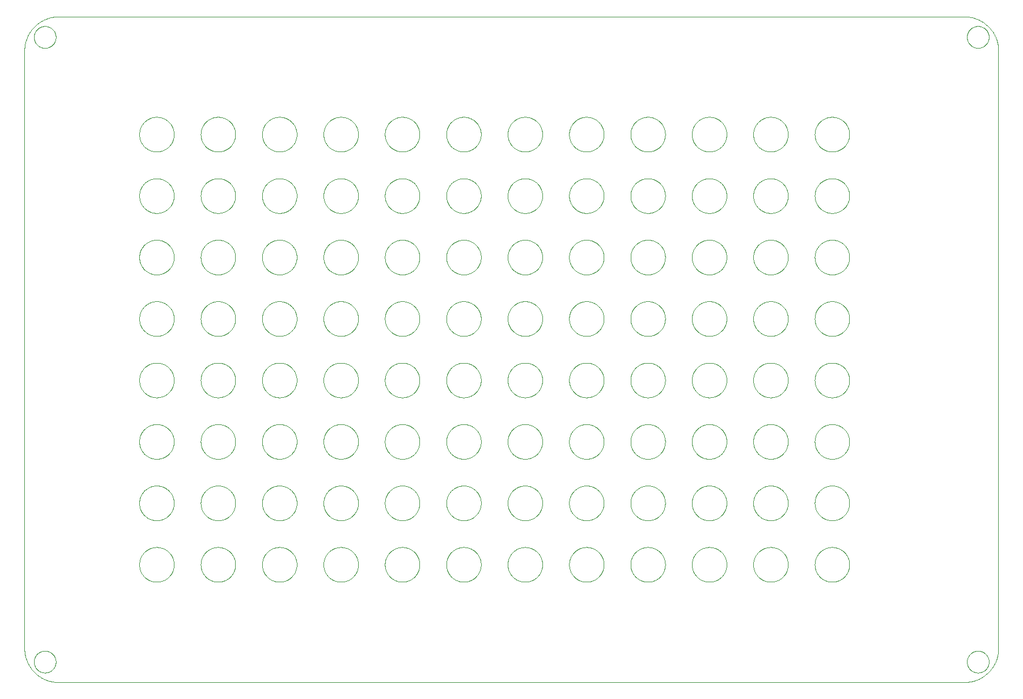
<source format=gm1>
G75*
%MOIN*%
%OFA0B0*%
%FSLAX25Y25*%
%IPPOS*%
%LPD*%
%AMOC8*
5,1,8,0,0,1.08239X$1,22.5*
%
%ADD10C,0.00000*%
%ADD11C,0.00079*%
D10*
X0059410Y0056598D02*
X0059412Y0056756D01*
X0059418Y0056914D01*
X0059428Y0057072D01*
X0059442Y0057230D01*
X0059460Y0057387D01*
X0059481Y0057544D01*
X0059507Y0057700D01*
X0059537Y0057856D01*
X0059570Y0058011D01*
X0059608Y0058164D01*
X0059649Y0058317D01*
X0059694Y0058469D01*
X0059743Y0058620D01*
X0059796Y0058769D01*
X0059852Y0058917D01*
X0059912Y0059063D01*
X0059976Y0059208D01*
X0060044Y0059351D01*
X0060115Y0059493D01*
X0060189Y0059633D01*
X0060267Y0059770D01*
X0060349Y0059906D01*
X0060433Y0060040D01*
X0060522Y0060171D01*
X0060613Y0060300D01*
X0060708Y0060427D01*
X0060805Y0060552D01*
X0060906Y0060674D01*
X0061010Y0060793D01*
X0061117Y0060910D01*
X0061227Y0061024D01*
X0061340Y0061135D01*
X0061455Y0061244D01*
X0061573Y0061349D01*
X0061694Y0061451D01*
X0061817Y0061551D01*
X0061943Y0061647D01*
X0062071Y0061740D01*
X0062201Y0061830D01*
X0062334Y0061916D01*
X0062469Y0062000D01*
X0062605Y0062079D01*
X0062744Y0062156D01*
X0062885Y0062228D01*
X0063027Y0062298D01*
X0063171Y0062363D01*
X0063317Y0062425D01*
X0063464Y0062483D01*
X0063613Y0062538D01*
X0063763Y0062589D01*
X0063914Y0062636D01*
X0064066Y0062679D01*
X0064219Y0062718D01*
X0064374Y0062754D01*
X0064529Y0062785D01*
X0064685Y0062813D01*
X0064841Y0062837D01*
X0064998Y0062857D01*
X0065156Y0062873D01*
X0065313Y0062885D01*
X0065472Y0062893D01*
X0065630Y0062897D01*
X0065788Y0062897D01*
X0065946Y0062893D01*
X0066105Y0062885D01*
X0066262Y0062873D01*
X0066420Y0062857D01*
X0066577Y0062837D01*
X0066733Y0062813D01*
X0066889Y0062785D01*
X0067044Y0062754D01*
X0067199Y0062718D01*
X0067352Y0062679D01*
X0067504Y0062636D01*
X0067655Y0062589D01*
X0067805Y0062538D01*
X0067954Y0062483D01*
X0068101Y0062425D01*
X0068247Y0062363D01*
X0068391Y0062298D01*
X0068533Y0062228D01*
X0068674Y0062156D01*
X0068813Y0062079D01*
X0068949Y0062000D01*
X0069084Y0061916D01*
X0069217Y0061830D01*
X0069347Y0061740D01*
X0069475Y0061647D01*
X0069601Y0061551D01*
X0069724Y0061451D01*
X0069845Y0061349D01*
X0069963Y0061244D01*
X0070078Y0061135D01*
X0070191Y0061024D01*
X0070301Y0060910D01*
X0070408Y0060793D01*
X0070512Y0060674D01*
X0070613Y0060552D01*
X0070710Y0060427D01*
X0070805Y0060300D01*
X0070896Y0060171D01*
X0070985Y0060040D01*
X0071069Y0059906D01*
X0071151Y0059770D01*
X0071229Y0059633D01*
X0071303Y0059493D01*
X0071374Y0059351D01*
X0071442Y0059208D01*
X0071506Y0059063D01*
X0071566Y0058917D01*
X0071622Y0058769D01*
X0071675Y0058620D01*
X0071724Y0058469D01*
X0071769Y0058317D01*
X0071810Y0058164D01*
X0071848Y0058011D01*
X0071881Y0057856D01*
X0071911Y0057700D01*
X0071937Y0057544D01*
X0071958Y0057387D01*
X0071976Y0057230D01*
X0071990Y0057072D01*
X0072000Y0056914D01*
X0072006Y0056756D01*
X0072008Y0056598D01*
X0072006Y0056440D01*
X0072000Y0056282D01*
X0071990Y0056124D01*
X0071976Y0055966D01*
X0071958Y0055809D01*
X0071937Y0055652D01*
X0071911Y0055496D01*
X0071881Y0055340D01*
X0071848Y0055185D01*
X0071810Y0055032D01*
X0071769Y0054879D01*
X0071724Y0054727D01*
X0071675Y0054576D01*
X0071622Y0054427D01*
X0071566Y0054279D01*
X0071506Y0054133D01*
X0071442Y0053988D01*
X0071374Y0053845D01*
X0071303Y0053703D01*
X0071229Y0053563D01*
X0071151Y0053426D01*
X0071069Y0053290D01*
X0070985Y0053156D01*
X0070896Y0053025D01*
X0070805Y0052896D01*
X0070710Y0052769D01*
X0070613Y0052644D01*
X0070512Y0052522D01*
X0070408Y0052403D01*
X0070301Y0052286D01*
X0070191Y0052172D01*
X0070078Y0052061D01*
X0069963Y0051952D01*
X0069845Y0051847D01*
X0069724Y0051745D01*
X0069601Y0051645D01*
X0069475Y0051549D01*
X0069347Y0051456D01*
X0069217Y0051366D01*
X0069084Y0051280D01*
X0068949Y0051196D01*
X0068813Y0051117D01*
X0068674Y0051040D01*
X0068533Y0050968D01*
X0068391Y0050898D01*
X0068247Y0050833D01*
X0068101Y0050771D01*
X0067954Y0050713D01*
X0067805Y0050658D01*
X0067655Y0050607D01*
X0067504Y0050560D01*
X0067352Y0050517D01*
X0067199Y0050478D01*
X0067044Y0050442D01*
X0066889Y0050411D01*
X0066733Y0050383D01*
X0066577Y0050359D01*
X0066420Y0050339D01*
X0066262Y0050323D01*
X0066105Y0050311D01*
X0065946Y0050303D01*
X0065788Y0050299D01*
X0065630Y0050299D01*
X0065472Y0050303D01*
X0065313Y0050311D01*
X0065156Y0050323D01*
X0064998Y0050339D01*
X0064841Y0050359D01*
X0064685Y0050383D01*
X0064529Y0050411D01*
X0064374Y0050442D01*
X0064219Y0050478D01*
X0064066Y0050517D01*
X0063914Y0050560D01*
X0063763Y0050607D01*
X0063613Y0050658D01*
X0063464Y0050713D01*
X0063317Y0050771D01*
X0063171Y0050833D01*
X0063027Y0050898D01*
X0062885Y0050968D01*
X0062744Y0051040D01*
X0062605Y0051117D01*
X0062469Y0051196D01*
X0062334Y0051280D01*
X0062201Y0051366D01*
X0062071Y0051456D01*
X0061943Y0051549D01*
X0061817Y0051645D01*
X0061694Y0051745D01*
X0061573Y0051847D01*
X0061455Y0051952D01*
X0061340Y0052061D01*
X0061227Y0052172D01*
X0061117Y0052286D01*
X0061010Y0052403D01*
X0060906Y0052522D01*
X0060805Y0052644D01*
X0060708Y0052769D01*
X0060613Y0052896D01*
X0060522Y0053025D01*
X0060433Y0053156D01*
X0060349Y0053290D01*
X0060267Y0053426D01*
X0060189Y0053563D01*
X0060115Y0053703D01*
X0060044Y0053845D01*
X0059976Y0053988D01*
X0059912Y0054133D01*
X0059852Y0054279D01*
X0059796Y0054427D01*
X0059743Y0054576D01*
X0059694Y0054727D01*
X0059649Y0054879D01*
X0059608Y0055032D01*
X0059570Y0055185D01*
X0059537Y0055340D01*
X0059507Y0055496D01*
X0059481Y0055652D01*
X0059460Y0055809D01*
X0059442Y0055966D01*
X0059428Y0056124D01*
X0059418Y0056282D01*
X0059412Y0056440D01*
X0059410Y0056598D01*
X0120197Y0112661D02*
X0120200Y0112906D01*
X0120209Y0113152D01*
X0120224Y0113397D01*
X0120245Y0113641D01*
X0120272Y0113885D01*
X0120305Y0114128D01*
X0120344Y0114371D01*
X0120389Y0114612D01*
X0120440Y0114852D01*
X0120497Y0115091D01*
X0120559Y0115328D01*
X0120628Y0115564D01*
X0120702Y0115798D01*
X0120782Y0116030D01*
X0120867Y0116260D01*
X0120958Y0116488D01*
X0121055Y0116713D01*
X0121157Y0116937D01*
X0121265Y0117157D01*
X0121378Y0117375D01*
X0121496Y0117590D01*
X0121620Y0117802D01*
X0121748Y0118011D01*
X0121882Y0118217D01*
X0122021Y0118419D01*
X0122165Y0118618D01*
X0122314Y0118813D01*
X0122467Y0119005D01*
X0122625Y0119193D01*
X0122787Y0119377D01*
X0122955Y0119556D01*
X0123126Y0119732D01*
X0123302Y0119903D01*
X0123481Y0120071D01*
X0123665Y0120233D01*
X0123853Y0120391D01*
X0124045Y0120544D01*
X0124240Y0120693D01*
X0124439Y0120837D01*
X0124641Y0120976D01*
X0124847Y0121110D01*
X0125056Y0121238D01*
X0125268Y0121362D01*
X0125483Y0121480D01*
X0125701Y0121593D01*
X0125921Y0121701D01*
X0126145Y0121803D01*
X0126370Y0121900D01*
X0126598Y0121991D01*
X0126828Y0122076D01*
X0127060Y0122156D01*
X0127294Y0122230D01*
X0127530Y0122299D01*
X0127767Y0122361D01*
X0128006Y0122418D01*
X0128246Y0122469D01*
X0128487Y0122514D01*
X0128730Y0122553D01*
X0128973Y0122586D01*
X0129217Y0122613D01*
X0129461Y0122634D01*
X0129706Y0122649D01*
X0129952Y0122658D01*
X0130197Y0122661D01*
X0130442Y0122658D01*
X0130688Y0122649D01*
X0130933Y0122634D01*
X0131177Y0122613D01*
X0131421Y0122586D01*
X0131664Y0122553D01*
X0131907Y0122514D01*
X0132148Y0122469D01*
X0132388Y0122418D01*
X0132627Y0122361D01*
X0132864Y0122299D01*
X0133100Y0122230D01*
X0133334Y0122156D01*
X0133566Y0122076D01*
X0133796Y0121991D01*
X0134024Y0121900D01*
X0134249Y0121803D01*
X0134473Y0121701D01*
X0134693Y0121593D01*
X0134911Y0121480D01*
X0135126Y0121362D01*
X0135338Y0121238D01*
X0135547Y0121110D01*
X0135753Y0120976D01*
X0135955Y0120837D01*
X0136154Y0120693D01*
X0136349Y0120544D01*
X0136541Y0120391D01*
X0136729Y0120233D01*
X0136913Y0120071D01*
X0137092Y0119903D01*
X0137268Y0119732D01*
X0137439Y0119556D01*
X0137607Y0119377D01*
X0137769Y0119193D01*
X0137927Y0119005D01*
X0138080Y0118813D01*
X0138229Y0118618D01*
X0138373Y0118419D01*
X0138512Y0118217D01*
X0138646Y0118011D01*
X0138774Y0117802D01*
X0138898Y0117590D01*
X0139016Y0117375D01*
X0139129Y0117157D01*
X0139237Y0116937D01*
X0139339Y0116713D01*
X0139436Y0116488D01*
X0139527Y0116260D01*
X0139612Y0116030D01*
X0139692Y0115798D01*
X0139766Y0115564D01*
X0139835Y0115328D01*
X0139897Y0115091D01*
X0139954Y0114852D01*
X0140005Y0114612D01*
X0140050Y0114371D01*
X0140089Y0114128D01*
X0140122Y0113885D01*
X0140149Y0113641D01*
X0140170Y0113397D01*
X0140185Y0113152D01*
X0140194Y0112906D01*
X0140197Y0112661D01*
X0140194Y0112416D01*
X0140185Y0112170D01*
X0140170Y0111925D01*
X0140149Y0111681D01*
X0140122Y0111437D01*
X0140089Y0111194D01*
X0140050Y0110951D01*
X0140005Y0110710D01*
X0139954Y0110470D01*
X0139897Y0110231D01*
X0139835Y0109994D01*
X0139766Y0109758D01*
X0139692Y0109524D01*
X0139612Y0109292D01*
X0139527Y0109062D01*
X0139436Y0108834D01*
X0139339Y0108609D01*
X0139237Y0108385D01*
X0139129Y0108165D01*
X0139016Y0107947D01*
X0138898Y0107732D01*
X0138774Y0107520D01*
X0138646Y0107311D01*
X0138512Y0107105D01*
X0138373Y0106903D01*
X0138229Y0106704D01*
X0138080Y0106509D01*
X0137927Y0106317D01*
X0137769Y0106129D01*
X0137607Y0105945D01*
X0137439Y0105766D01*
X0137268Y0105590D01*
X0137092Y0105419D01*
X0136913Y0105251D01*
X0136729Y0105089D01*
X0136541Y0104931D01*
X0136349Y0104778D01*
X0136154Y0104629D01*
X0135955Y0104485D01*
X0135753Y0104346D01*
X0135547Y0104212D01*
X0135338Y0104084D01*
X0135126Y0103960D01*
X0134911Y0103842D01*
X0134693Y0103729D01*
X0134473Y0103621D01*
X0134249Y0103519D01*
X0134024Y0103422D01*
X0133796Y0103331D01*
X0133566Y0103246D01*
X0133334Y0103166D01*
X0133100Y0103092D01*
X0132864Y0103023D01*
X0132627Y0102961D01*
X0132388Y0102904D01*
X0132148Y0102853D01*
X0131907Y0102808D01*
X0131664Y0102769D01*
X0131421Y0102736D01*
X0131177Y0102709D01*
X0130933Y0102688D01*
X0130688Y0102673D01*
X0130442Y0102664D01*
X0130197Y0102661D01*
X0129952Y0102664D01*
X0129706Y0102673D01*
X0129461Y0102688D01*
X0129217Y0102709D01*
X0128973Y0102736D01*
X0128730Y0102769D01*
X0128487Y0102808D01*
X0128246Y0102853D01*
X0128006Y0102904D01*
X0127767Y0102961D01*
X0127530Y0103023D01*
X0127294Y0103092D01*
X0127060Y0103166D01*
X0126828Y0103246D01*
X0126598Y0103331D01*
X0126370Y0103422D01*
X0126145Y0103519D01*
X0125921Y0103621D01*
X0125701Y0103729D01*
X0125483Y0103842D01*
X0125268Y0103960D01*
X0125056Y0104084D01*
X0124847Y0104212D01*
X0124641Y0104346D01*
X0124439Y0104485D01*
X0124240Y0104629D01*
X0124045Y0104778D01*
X0123853Y0104931D01*
X0123665Y0105089D01*
X0123481Y0105251D01*
X0123302Y0105419D01*
X0123126Y0105590D01*
X0122955Y0105766D01*
X0122787Y0105945D01*
X0122625Y0106129D01*
X0122467Y0106317D01*
X0122314Y0106509D01*
X0122165Y0106704D01*
X0122021Y0106903D01*
X0121882Y0107105D01*
X0121748Y0107311D01*
X0121620Y0107520D01*
X0121496Y0107732D01*
X0121378Y0107947D01*
X0121265Y0108165D01*
X0121157Y0108385D01*
X0121055Y0108609D01*
X0120958Y0108834D01*
X0120867Y0109062D01*
X0120782Y0109292D01*
X0120702Y0109524D01*
X0120628Y0109758D01*
X0120559Y0109994D01*
X0120497Y0110231D01*
X0120440Y0110470D01*
X0120389Y0110710D01*
X0120344Y0110951D01*
X0120305Y0111194D01*
X0120272Y0111437D01*
X0120245Y0111681D01*
X0120224Y0111925D01*
X0120209Y0112170D01*
X0120200Y0112416D01*
X0120197Y0112661D01*
X0155630Y0112661D02*
X0155633Y0112906D01*
X0155642Y0113152D01*
X0155657Y0113397D01*
X0155678Y0113641D01*
X0155705Y0113885D01*
X0155738Y0114128D01*
X0155777Y0114371D01*
X0155822Y0114612D01*
X0155873Y0114852D01*
X0155930Y0115091D01*
X0155992Y0115328D01*
X0156061Y0115564D01*
X0156135Y0115798D01*
X0156215Y0116030D01*
X0156300Y0116260D01*
X0156391Y0116488D01*
X0156488Y0116713D01*
X0156590Y0116937D01*
X0156698Y0117157D01*
X0156811Y0117375D01*
X0156929Y0117590D01*
X0157053Y0117802D01*
X0157181Y0118011D01*
X0157315Y0118217D01*
X0157454Y0118419D01*
X0157598Y0118618D01*
X0157747Y0118813D01*
X0157900Y0119005D01*
X0158058Y0119193D01*
X0158220Y0119377D01*
X0158388Y0119556D01*
X0158559Y0119732D01*
X0158735Y0119903D01*
X0158914Y0120071D01*
X0159098Y0120233D01*
X0159286Y0120391D01*
X0159478Y0120544D01*
X0159673Y0120693D01*
X0159872Y0120837D01*
X0160074Y0120976D01*
X0160280Y0121110D01*
X0160489Y0121238D01*
X0160701Y0121362D01*
X0160916Y0121480D01*
X0161134Y0121593D01*
X0161354Y0121701D01*
X0161578Y0121803D01*
X0161803Y0121900D01*
X0162031Y0121991D01*
X0162261Y0122076D01*
X0162493Y0122156D01*
X0162727Y0122230D01*
X0162963Y0122299D01*
X0163200Y0122361D01*
X0163439Y0122418D01*
X0163679Y0122469D01*
X0163920Y0122514D01*
X0164163Y0122553D01*
X0164406Y0122586D01*
X0164650Y0122613D01*
X0164894Y0122634D01*
X0165139Y0122649D01*
X0165385Y0122658D01*
X0165630Y0122661D01*
X0165875Y0122658D01*
X0166121Y0122649D01*
X0166366Y0122634D01*
X0166610Y0122613D01*
X0166854Y0122586D01*
X0167097Y0122553D01*
X0167340Y0122514D01*
X0167581Y0122469D01*
X0167821Y0122418D01*
X0168060Y0122361D01*
X0168297Y0122299D01*
X0168533Y0122230D01*
X0168767Y0122156D01*
X0168999Y0122076D01*
X0169229Y0121991D01*
X0169457Y0121900D01*
X0169682Y0121803D01*
X0169906Y0121701D01*
X0170126Y0121593D01*
X0170344Y0121480D01*
X0170559Y0121362D01*
X0170771Y0121238D01*
X0170980Y0121110D01*
X0171186Y0120976D01*
X0171388Y0120837D01*
X0171587Y0120693D01*
X0171782Y0120544D01*
X0171974Y0120391D01*
X0172162Y0120233D01*
X0172346Y0120071D01*
X0172525Y0119903D01*
X0172701Y0119732D01*
X0172872Y0119556D01*
X0173040Y0119377D01*
X0173202Y0119193D01*
X0173360Y0119005D01*
X0173513Y0118813D01*
X0173662Y0118618D01*
X0173806Y0118419D01*
X0173945Y0118217D01*
X0174079Y0118011D01*
X0174207Y0117802D01*
X0174331Y0117590D01*
X0174449Y0117375D01*
X0174562Y0117157D01*
X0174670Y0116937D01*
X0174772Y0116713D01*
X0174869Y0116488D01*
X0174960Y0116260D01*
X0175045Y0116030D01*
X0175125Y0115798D01*
X0175199Y0115564D01*
X0175268Y0115328D01*
X0175330Y0115091D01*
X0175387Y0114852D01*
X0175438Y0114612D01*
X0175483Y0114371D01*
X0175522Y0114128D01*
X0175555Y0113885D01*
X0175582Y0113641D01*
X0175603Y0113397D01*
X0175618Y0113152D01*
X0175627Y0112906D01*
X0175630Y0112661D01*
X0175627Y0112416D01*
X0175618Y0112170D01*
X0175603Y0111925D01*
X0175582Y0111681D01*
X0175555Y0111437D01*
X0175522Y0111194D01*
X0175483Y0110951D01*
X0175438Y0110710D01*
X0175387Y0110470D01*
X0175330Y0110231D01*
X0175268Y0109994D01*
X0175199Y0109758D01*
X0175125Y0109524D01*
X0175045Y0109292D01*
X0174960Y0109062D01*
X0174869Y0108834D01*
X0174772Y0108609D01*
X0174670Y0108385D01*
X0174562Y0108165D01*
X0174449Y0107947D01*
X0174331Y0107732D01*
X0174207Y0107520D01*
X0174079Y0107311D01*
X0173945Y0107105D01*
X0173806Y0106903D01*
X0173662Y0106704D01*
X0173513Y0106509D01*
X0173360Y0106317D01*
X0173202Y0106129D01*
X0173040Y0105945D01*
X0172872Y0105766D01*
X0172701Y0105590D01*
X0172525Y0105419D01*
X0172346Y0105251D01*
X0172162Y0105089D01*
X0171974Y0104931D01*
X0171782Y0104778D01*
X0171587Y0104629D01*
X0171388Y0104485D01*
X0171186Y0104346D01*
X0170980Y0104212D01*
X0170771Y0104084D01*
X0170559Y0103960D01*
X0170344Y0103842D01*
X0170126Y0103729D01*
X0169906Y0103621D01*
X0169682Y0103519D01*
X0169457Y0103422D01*
X0169229Y0103331D01*
X0168999Y0103246D01*
X0168767Y0103166D01*
X0168533Y0103092D01*
X0168297Y0103023D01*
X0168060Y0102961D01*
X0167821Y0102904D01*
X0167581Y0102853D01*
X0167340Y0102808D01*
X0167097Y0102769D01*
X0166854Y0102736D01*
X0166610Y0102709D01*
X0166366Y0102688D01*
X0166121Y0102673D01*
X0165875Y0102664D01*
X0165630Y0102661D01*
X0165385Y0102664D01*
X0165139Y0102673D01*
X0164894Y0102688D01*
X0164650Y0102709D01*
X0164406Y0102736D01*
X0164163Y0102769D01*
X0163920Y0102808D01*
X0163679Y0102853D01*
X0163439Y0102904D01*
X0163200Y0102961D01*
X0162963Y0103023D01*
X0162727Y0103092D01*
X0162493Y0103166D01*
X0162261Y0103246D01*
X0162031Y0103331D01*
X0161803Y0103422D01*
X0161578Y0103519D01*
X0161354Y0103621D01*
X0161134Y0103729D01*
X0160916Y0103842D01*
X0160701Y0103960D01*
X0160489Y0104084D01*
X0160280Y0104212D01*
X0160074Y0104346D01*
X0159872Y0104485D01*
X0159673Y0104629D01*
X0159478Y0104778D01*
X0159286Y0104931D01*
X0159098Y0105089D01*
X0158914Y0105251D01*
X0158735Y0105419D01*
X0158559Y0105590D01*
X0158388Y0105766D01*
X0158220Y0105945D01*
X0158058Y0106129D01*
X0157900Y0106317D01*
X0157747Y0106509D01*
X0157598Y0106704D01*
X0157454Y0106903D01*
X0157315Y0107105D01*
X0157181Y0107311D01*
X0157053Y0107520D01*
X0156929Y0107732D01*
X0156811Y0107947D01*
X0156698Y0108165D01*
X0156590Y0108385D01*
X0156488Y0108609D01*
X0156391Y0108834D01*
X0156300Y0109062D01*
X0156215Y0109292D01*
X0156135Y0109524D01*
X0156061Y0109758D01*
X0155992Y0109994D01*
X0155930Y0110231D01*
X0155873Y0110470D01*
X0155822Y0110710D01*
X0155777Y0110951D01*
X0155738Y0111194D01*
X0155705Y0111437D01*
X0155678Y0111681D01*
X0155657Y0111925D01*
X0155642Y0112170D01*
X0155633Y0112416D01*
X0155630Y0112661D01*
X0155630Y0148094D02*
X0155633Y0148339D01*
X0155642Y0148585D01*
X0155657Y0148830D01*
X0155678Y0149074D01*
X0155705Y0149318D01*
X0155738Y0149561D01*
X0155777Y0149804D01*
X0155822Y0150045D01*
X0155873Y0150285D01*
X0155930Y0150524D01*
X0155992Y0150761D01*
X0156061Y0150997D01*
X0156135Y0151231D01*
X0156215Y0151463D01*
X0156300Y0151693D01*
X0156391Y0151921D01*
X0156488Y0152146D01*
X0156590Y0152370D01*
X0156698Y0152590D01*
X0156811Y0152808D01*
X0156929Y0153023D01*
X0157053Y0153235D01*
X0157181Y0153444D01*
X0157315Y0153650D01*
X0157454Y0153852D01*
X0157598Y0154051D01*
X0157747Y0154246D01*
X0157900Y0154438D01*
X0158058Y0154626D01*
X0158220Y0154810D01*
X0158388Y0154989D01*
X0158559Y0155165D01*
X0158735Y0155336D01*
X0158914Y0155504D01*
X0159098Y0155666D01*
X0159286Y0155824D01*
X0159478Y0155977D01*
X0159673Y0156126D01*
X0159872Y0156270D01*
X0160074Y0156409D01*
X0160280Y0156543D01*
X0160489Y0156671D01*
X0160701Y0156795D01*
X0160916Y0156913D01*
X0161134Y0157026D01*
X0161354Y0157134D01*
X0161578Y0157236D01*
X0161803Y0157333D01*
X0162031Y0157424D01*
X0162261Y0157509D01*
X0162493Y0157589D01*
X0162727Y0157663D01*
X0162963Y0157732D01*
X0163200Y0157794D01*
X0163439Y0157851D01*
X0163679Y0157902D01*
X0163920Y0157947D01*
X0164163Y0157986D01*
X0164406Y0158019D01*
X0164650Y0158046D01*
X0164894Y0158067D01*
X0165139Y0158082D01*
X0165385Y0158091D01*
X0165630Y0158094D01*
X0165875Y0158091D01*
X0166121Y0158082D01*
X0166366Y0158067D01*
X0166610Y0158046D01*
X0166854Y0158019D01*
X0167097Y0157986D01*
X0167340Y0157947D01*
X0167581Y0157902D01*
X0167821Y0157851D01*
X0168060Y0157794D01*
X0168297Y0157732D01*
X0168533Y0157663D01*
X0168767Y0157589D01*
X0168999Y0157509D01*
X0169229Y0157424D01*
X0169457Y0157333D01*
X0169682Y0157236D01*
X0169906Y0157134D01*
X0170126Y0157026D01*
X0170344Y0156913D01*
X0170559Y0156795D01*
X0170771Y0156671D01*
X0170980Y0156543D01*
X0171186Y0156409D01*
X0171388Y0156270D01*
X0171587Y0156126D01*
X0171782Y0155977D01*
X0171974Y0155824D01*
X0172162Y0155666D01*
X0172346Y0155504D01*
X0172525Y0155336D01*
X0172701Y0155165D01*
X0172872Y0154989D01*
X0173040Y0154810D01*
X0173202Y0154626D01*
X0173360Y0154438D01*
X0173513Y0154246D01*
X0173662Y0154051D01*
X0173806Y0153852D01*
X0173945Y0153650D01*
X0174079Y0153444D01*
X0174207Y0153235D01*
X0174331Y0153023D01*
X0174449Y0152808D01*
X0174562Y0152590D01*
X0174670Y0152370D01*
X0174772Y0152146D01*
X0174869Y0151921D01*
X0174960Y0151693D01*
X0175045Y0151463D01*
X0175125Y0151231D01*
X0175199Y0150997D01*
X0175268Y0150761D01*
X0175330Y0150524D01*
X0175387Y0150285D01*
X0175438Y0150045D01*
X0175483Y0149804D01*
X0175522Y0149561D01*
X0175555Y0149318D01*
X0175582Y0149074D01*
X0175603Y0148830D01*
X0175618Y0148585D01*
X0175627Y0148339D01*
X0175630Y0148094D01*
X0175627Y0147849D01*
X0175618Y0147603D01*
X0175603Y0147358D01*
X0175582Y0147114D01*
X0175555Y0146870D01*
X0175522Y0146627D01*
X0175483Y0146384D01*
X0175438Y0146143D01*
X0175387Y0145903D01*
X0175330Y0145664D01*
X0175268Y0145427D01*
X0175199Y0145191D01*
X0175125Y0144957D01*
X0175045Y0144725D01*
X0174960Y0144495D01*
X0174869Y0144267D01*
X0174772Y0144042D01*
X0174670Y0143818D01*
X0174562Y0143598D01*
X0174449Y0143380D01*
X0174331Y0143165D01*
X0174207Y0142953D01*
X0174079Y0142744D01*
X0173945Y0142538D01*
X0173806Y0142336D01*
X0173662Y0142137D01*
X0173513Y0141942D01*
X0173360Y0141750D01*
X0173202Y0141562D01*
X0173040Y0141378D01*
X0172872Y0141199D01*
X0172701Y0141023D01*
X0172525Y0140852D01*
X0172346Y0140684D01*
X0172162Y0140522D01*
X0171974Y0140364D01*
X0171782Y0140211D01*
X0171587Y0140062D01*
X0171388Y0139918D01*
X0171186Y0139779D01*
X0170980Y0139645D01*
X0170771Y0139517D01*
X0170559Y0139393D01*
X0170344Y0139275D01*
X0170126Y0139162D01*
X0169906Y0139054D01*
X0169682Y0138952D01*
X0169457Y0138855D01*
X0169229Y0138764D01*
X0168999Y0138679D01*
X0168767Y0138599D01*
X0168533Y0138525D01*
X0168297Y0138456D01*
X0168060Y0138394D01*
X0167821Y0138337D01*
X0167581Y0138286D01*
X0167340Y0138241D01*
X0167097Y0138202D01*
X0166854Y0138169D01*
X0166610Y0138142D01*
X0166366Y0138121D01*
X0166121Y0138106D01*
X0165875Y0138097D01*
X0165630Y0138094D01*
X0165385Y0138097D01*
X0165139Y0138106D01*
X0164894Y0138121D01*
X0164650Y0138142D01*
X0164406Y0138169D01*
X0164163Y0138202D01*
X0163920Y0138241D01*
X0163679Y0138286D01*
X0163439Y0138337D01*
X0163200Y0138394D01*
X0162963Y0138456D01*
X0162727Y0138525D01*
X0162493Y0138599D01*
X0162261Y0138679D01*
X0162031Y0138764D01*
X0161803Y0138855D01*
X0161578Y0138952D01*
X0161354Y0139054D01*
X0161134Y0139162D01*
X0160916Y0139275D01*
X0160701Y0139393D01*
X0160489Y0139517D01*
X0160280Y0139645D01*
X0160074Y0139779D01*
X0159872Y0139918D01*
X0159673Y0140062D01*
X0159478Y0140211D01*
X0159286Y0140364D01*
X0159098Y0140522D01*
X0158914Y0140684D01*
X0158735Y0140852D01*
X0158559Y0141023D01*
X0158388Y0141199D01*
X0158220Y0141378D01*
X0158058Y0141562D01*
X0157900Y0141750D01*
X0157747Y0141942D01*
X0157598Y0142137D01*
X0157454Y0142336D01*
X0157315Y0142538D01*
X0157181Y0142744D01*
X0157053Y0142953D01*
X0156929Y0143165D01*
X0156811Y0143380D01*
X0156698Y0143598D01*
X0156590Y0143818D01*
X0156488Y0144042D01*
X0156391Y0144267D01*
X0156300Y0144495D01*
X0156215Y0144725D01*
X0156135Y0144957D01*
X0156061Y0145191D01*
X0155992Y0145427D01*
X0155930Y0145664D01*
X0155873Y0145903D01*
X0155822Y0146143D01*
X0155777Y0146384D01*
X0155738Y0146627D01*
X0155705Y0146870D01*
X0155678Y0147114D01*
X0155657Y0147358D01*
X0155642Y0147603D01*
X0155633Y0147849D01*
X0155630Y0148094D01*
X0120197Y0148094D02*
X0120200Y0148339D01*
X0120209Y0148585D01*
X0120224Y0148830D01*
X0120245Y0149074D01*
X0120272Y0149318D01*
X0120305Y0149561D01*
X0120344Y0149804D01*
X0120389Y0150045D01*
X0120440Y0150285D01*
X0120497Y0150524D01*
X0120559Y0150761D01*
X0120628Y0150997D01*
X0120702Y0151231D01*
X0120782Y0151463D01*
X0120867Y0151693D01*
X0120958Y0151921D01*
X0121055Y0152146D01*
X0121157Y0152370D01*
X0121265Y0152590D01*
X0121378Y0152808D01*
X0121496Y0153023D01*
X0121620Y0153235D01*
X0121748Y0153444D01*
X0121882Y0153650D01*
X0122021Y0153852D01*
X0122165Y0154051D01*
X0122314Y0154246D01*
X0122467Y0154438D01*
X0122625Y0154626D01*
X0122787Y0154810D01*
X0122955Y0154989D01*
X0123126Y0155165D01*
X0123302Y0155336D01*
X0123481Y0155504D01*
X0123665Y0155666D01*
X0123853Y0155824D01*
X0124045Y0155977D01*
X0124240Y0156126D01*
X0124439Y0156270D01*
X0124641Y0156409D01*
X0124847Y0156543D01*
X0125056Y0156671D01*
X0125268Y0156795D01*
X0125483Y0156913D01*
X0125701Y0157026D01*
X0125921Y0157134D01*
X0126145Y0157236D01*
X0126370Y0157333D01*
X0126598Y0157424D01*
X0126828Y0157509D01*
X0127060Y0157589D01*
X0127294Y0157663D01*
X0127530Y0157732D01*
X0127767Y0157794D01*
X0128006Y0157851D01*
X0128246Y0157902D01*
X0128487Y0157947D01*
X0128730Y0157986D01*
X0128973Y0158019D01*
X0129217Y0158046D01*
X0129461Y0158067D01*
X0129706Y0158082D01*
X0129952Y0158091D01*
X0130197Y0158094D01*
X0130442Y0158091D01*
X0130688Y0158082D01*
X0130933Y0158067D01*
X0131177Y0158046D01*
X0131421Y0158019D01*
X0131664Y0157986D01*
X0131907Y0157947D01*
X0132148Y0157902D01*
X0132388Y0157851D01*
X0132627Y0157794D01*
X0132864Y0157732D01*
X0133100Y0157663D01*
X0133334Y0157589D01*
X0133566Y0157509D01*
X0133796Y0157424D01*
X0134024Y0157333D01*
X0134249Y0157236D01*
X0134473Y0157134D01*
X0134693Y0157026D01*
X0134911Y0156913D01*
X0135126Y0156795D01*
X0135338Y0156671D01*
X0135547Y0156543D01*
X0135753Y0156409D01*
X0135955Y0156270D01*
X0136154Y0156126D01*
X0136349Y0155977D01*
X0136541Y0155824D01*
X0136729Y0155666D01*
X0136913Y0155504D01*
X0137092Y0155336D01*
X0137268Y0155165D01*
X0137439Y0154989D01*
X0137607Y0154810D01*
X0137769Y0154626D01*
X0137927Y0154438D01*
X0138080Y0154246D01*
X0138229Y0154051D01*
X0138373Y0153852D01*
X0138512Y0153650D01*
X0138646Y0153444D01*
X0138774Y0153235D01*
X0138898Y0153023D01*
X0139016Y0152808D01*
X0139129Y0152590D01*
X0139237Y0152370D01*
X0139339Y0152146D01*
X0139436Y0151921D01*
X0139527Y0151693D01*
X0139612Y0151463D01*
X0139692Y0151231D01*
X0139766Y0150997D01*
X0139835Y0150761D01*
X0139897Y0150524D01*
X0139954Y0150285D01*
X0140005Y0150045D01*
X0140050Y0149804D01*
X0140089Y0149561D01*
X0140122Y0149318D01*
X0140149Y0149074D01*
X0140170Y0148830D01*
X0140185Y0148585D01*
X0140194Y0148339D01*
X0140197Y0148094D01*
X0140194Y0147849D01*
X0140185Y0147603D01*
X0140170Y0147358D01*
X0140149Y0147114D01*
X0140122Y0146870D01*
X0140089Y0146627D01*
X0140050Y0146384D01*
X0140005Y0146143D01*
X0139954Y0145903D01*
X0139897Y0145664D01*
X0139835Y0145427D01*
X0139766Y0145191D01*
X0139692Y0144957D01*
X0139612Y0144725D01*
X0139527Y0144495D01*
X0139436Y0144267D01*
X0139339Y0144042D01*
X0139237Y0143818D01*
X0139129Y0143598D01*
X0139016Y0143380D01*
X0138898Y0143165D01*
X0138774Y0142953D01*
X0138646Y0142744D01*
X0138512Y0142538D01*
X0138373Y0142336D01*
X0138229Y0142137D01*
X0138080Y0141942D01*
X0137927Y0141750D01*
X0137769Y0141562D01*
X0137607Y0141378D01*
X0137439Y0141199D01*
X0137268Y0141023D01*
X0137092Y0140852D01*
X0136913Y0140684D01*
X0136729Y0140522D01*
X0136541Y0140364D01*
X0136349Y0140211D01*
X0136154Y0140062D01*
X0135955Y0139918D01*
X0135753Y0139779D01*
X0135547Y0139645D01*
X0135338Y0139517D01*
X0135126Y0139393D01*
X0134911Y0139275D01*
X0134693Y0139162D01*
X0134473Y0139054D01*
X0134249Y0138952D01*
X0134024Y0138855D01*
X0133796Y0138764D01*
X0133566Y0138679D01*
X0133334Y0138599D01*
X0133100Y0138525D01*
X0132864Y0138456D01*
X0132627Y0138394D01*
X0132388Y0138337D01*
X0132148Y0138286D01*
X0131907Y0138241D01*
X0131664Y0138202D01*
X0131421Y0138169D01*
X0131177Y0138142D01*
X0130933Y0138121D01*
X0130688Y0138106D01*
X0130442Y0138097D01*
X0130197Y0138094D01*
X0129952Y0138097D01*
X0129706Y0138106D01*
X0129461Y0138121D01*
X0129217Y0138142D01*
X0128973Y0138169D01*
X0128730Y0138202D01*
X0128487Y0138241D01*
X0128246Y0138286D01*
X0128006Y0138337D01*
X0127767Y0138394D01*
X0127530Y0138456D01*
X0127294Y0138525D01*
X0127060Y0138599D01*
X0126828Y0138679D01*
X0126598Y0138764D01*
X0126370Y0138855D01*
X0126145Y0138952D01*
X0125921Y0139054D01*
X0125701Y0139162D01*
X0125483Y0139275D01*
X0125268Y0139393D01*
X0125056Y0139517D01*
X0124847Y0139645D01*
X0124641Y0139779D01*
X0124439Y0139918D01*
X0124240Y0140062D01*
X0124045Y0140211D01*
X0123853Y0140364D01*
X0123665Y0140522D01*
X0123481Y0140684D01*
X0123302Y0140852D01*
X0123126Y0141023D01*
X0122955Y0141199D01*
X0122787Y0141378D01*
X0122625Y0141562D01*
X0122467Y0141750D01*
X0122314Y0141942D01*
X0122165Y0142137D01*
X0122021Y0142336D01*
X0121882Y0142538D01*
X0121748Y0142744D01*
X0121620Y0142953D01*
X0121496Y0143165D01*
X0121378Y0143380D01*
X0121265Y0143598D01*
X0121157Y0143818D01*
X0121055Y0144042D01*
X0120958Y0144267D01*
X0120867Y0144495D01*
X0120782Y0144725D01*
X0120702Y0144957D01*
X0120628Y0145191D01*
X0120559Y0145427D01*
X0120497Y0145664D01*
X0120440Y0145903D01*
X0120389Y0146143D01*
X0120344Y0146384D01*
X0120305Y0146627D01*
X0120272Y0146870D01*
X0120245Y0147114D01*
X0120224Y0147358D01*
X0120209Y0147603D01*
X0120200Y0147849D01*
X0120197Y0148094D01*
X0120197Y0183528D02*
X0120200Y0183773D01*
X0120209Y0184019D01*
X0120224Y0184264D01*
X0120245Y0184508D01*
X0120272Y0184752D01*
X0120305Y0184995D01*
X0120344Y0185238D01*
X0120389Y0185479D01*
X0120440Y0185719D01*
X0120497Y0185958D01*
X0120559Y0186195D01*
X0120628Y0186431D01*
X0120702Y0186665D01*
X0120782Y0186897D01*
X0120867Y0187127D01*
X0120958Y0187355D01*
X0121055Y0187580D01*
X0121157Y0187804D01*
X0121265Y0188024D01*
X0121378Y0188242D01*
X0121496Y0188457D01*
X0121620Y0188669D01*
X0121748Y0188878D01*
X0121882Y0189084D01*
X0122021Y0189286D01*
X0122165Y0189485D01*
X0122314Y0189680D01*
X0122467Y0189872D01*
X0122625Y0190060D01*
X0122787Y0190244D01*
X0122955Y0190423D01*
X0123126Y0190599D01*
X0123302Y0190770D01*
X0123481Y0190938D01*
X0123665Y0191100D01*
X0123853Y0191258D01*
X0124045Y0191411D01*
X0124240Y0191560D01*
X0124439Y0191704D01*
X0124641Y0191843D01*
X0124847Y0191977D01*
X0125056Y0192105D01*
X0125268Y0192229D01*
X0125483Y0192347D01*
X0125701Y0192460D01*
X0125921Y0192568D01*
X0126145Y0192670D01*
X0126370Y0192767D01*
X0126598Y0192858D01*
X0126828Y0192943D01*
X0127060Y0193023D01*
X0127294Y0193097D01*
X0127530Y0193166D01*
X0127767Y0193228D01*
X0128006Y0193285D01*
X0128246Y0193336D01*
X0128487Y0193381D01*
X0128730Y0193420D01*
X0128973Y0193453D01*
X0129217Y0193480D01*
X0129461Y0193501D01*
X0129706Y0193516D01*
X0129952Y0193525D01*
X0130197Y0193528D01*
X0130442Y0193525D01*
X0130688Y0193516D01*
X0130933Y0193501D01*
X0131177Y0193480D01*
X0131421Y0193453D01*
X0131664Y0193420D01*
X0131907Y0193381D01*
X0132148Y0193336D01*
X0132388Y0193285D01*
X0132627Y0193228D01*
X0132864Y0193166D01*
X0133100Y0193097D01*
X0133334Y0193023D01*
X0133566Y0192943D01*
X0133796Y0192858D01*
X0134024Y0192767D01*
X0134249Y0192670D01*
X0134473Y0192568D01*
X0134693Y0192460D01*
X0134911Y0192347D01*
X0135126Y0192229D01*
X0135338Y0192105D01*
X0135547Y0191977D01*
X0135753Y0191843D01*
X0135955Y0191704D01*
X0136154Y0191560D01*
X0136349Y0191411D01*
X0136541Y0191258D01*
X0136729Y0191100D01*
X0136913Y0190938D01*
X0137092Y0190770D01*
X0137268Y0190599D01*
X0137439Y0190423D01*
X0137607Y0190244D01*
X0137769Y0190060D01*
X0137927Y0189872D01*
X0138080Y0189680D01*
X0138229Y0189485D01*
X0138373Y0189286D01*
X0138512Y0189084D01*
X0138646Y0188878D01*
X0138774Y0188669D01*
X0138898Y0188457D01*
X0139016Y0188242D01*
X0139129Y0188024D01*
X0139237Y0187804D01*
X0139339Y0187580D01*
X0139436Y0187355D01*
X0139527Y0187127D01*
X0139612Y0186897D01*
X0139692Y0186665D01*
X0139766Y0186431D01*
X0139835Y0186195D01*
X0139897Y0185958D01*
X0139954Y0185719D01*
X0140005Y0185479D01*
X0140050Y0185238D01*
X0140089Y0184995D01*
X0140122Y0184752D01*
X0140149Y0184508D01*
X0140170Y0184264D01*
X0140185Y0184019D01*
X0140194Y0183773D01*
X0140197Y0183528D01*
X0140194Y0183283D01*
X0140185Y0183037D01*
X0140170Y0182792D01*
X0140149Y0182548D01*
X0140122Y0182304D01*
X0140089Y0182061D01*
X0140050Y0181818D01*
X0140005Y0181577D01*
X0139954Y0181337D01*
X0139897Y0181098D01*
X0139835Y0180861D01*
X0139766Y0180625D01*
X0139692Y0180391D01*
X0139612Y0180159D01*
X0139527Y0179929D01*
X0139436Y0179701D01*
X0139339Y0179476D01*
X0139237Y0179252D01*
X0139129Y0179032D01*
X0139016Y0178814D01*
X0138898Y0178599D01*
X0138774Y0178387D01*
X0138646Y0178178D01*
X0138512Y0177972D01*
X0138373Y0177770D01*
X0138229Y0177571D01*
X0138080Y0177376D01*
X0137927Y0177184D01*
X0137769Y0176996D01*
X0137607Y0176812D01*
X0137439Y0176633D01*
X0137268Y0176457D01*
X0137092Y0176286D01*
X0136913Y0176118D01*
X0136729Y0175956D01*
X0136541Y0175798D01*
X0136349Y0175645D01*
X0136154Y0175496D01*
X0135955Y0175352D01*
X0135753Y0175213D01*
X0135547Y0175079D01*
X0135338Y0174951D01*
X0135126Y0174827D01*
X0134911Y0174709D01*
X0134693Y0174596D01*
X0134473Y0174488D01*
X0134249Y0174386D01*
X0134024Y0174289D01*
X0133796Y0174198D01*
X0133566Y0174113D01*
X0133334Y0174033D01*
X0133100Y0173959D01*
X0132864Y0173890D01*
X0132627Y0173828D01*
X0132388Y0173771D01*
X0132148Y0173720D01*
X0131907Y0173675D01*
X0131664Y0173636D01*
X0131421Y0173603D01*
X0131177Y0173576D01*
X0130933Y0173555D01*
X0130688Y0173540D01*
X0130442Y0173531D01*
X0130197Y0173528D01*
X0129952Y0173531D01*
X0129706Y0173540D01*
X0129461Y0173555D01*
X0129217Y0173576D01*
X0128973Y0173603D01*
X0128730Y0173636D01*
X0128487Y0173675D01*
X0128246Y0173720D01*
X0128006Y0173771D01*
X0127767Y0173828D01*
X0127530Y0173890D01*
X0127294Y0173959D01*
X0127060Y0174033D01*
X0126828Y0174113D01*
X0126598Y0174198D01*
X0126370Y0174289D01*
X0126145Y0174386D01*
X0125921Y0174488D01*
X0125701Y0174596D01*
X0125483Y0174709D01*
X0125268Y0174827D01*
X0125056Y0174951D01*
X0124847Y0175079D01*
X0124641Y0175213D01*
X0124439Y0175352D01*
X0124240Y0175496D01*
X0124045Y0175645D01*
X0123853Y0175798D01*
X0123665Y0175956D01*
X0123481Y0176118D01*
X0123302Y0176286D01*
X0123126Y0176457D01*
X0122955Y0176633D01*
X0122787Y0176812D01*
X0122625Y0176996D01*
X0122467Y0177184D01*
X0122314Y0177376D01*
X0122165Y0177571D01*
X0122021Y0177770D01*
X0121882Y0177972D01*
X0121748Y0178178D01*
X0121620Y0178387D01*
X0121496Y0178599D01*
X0121378Y0178814D01*
X0121265Y0179032D01*
X0121157Y0179252D01*
X0121055Y0179476D01*
X0120958Y0179701D01*
X0120867Y0179929D01*
X0120782Y0180159D01*
X0120702Y0180391D01*
X0120628Y0180625D01*
X0120559Y0180861D01*
X0120497Y0181098D01*
X0120440Y0181337D01*
X0120389Y0181577D01*
X0120344Y0181818D01*
X0120305Y0182061D01*
X0120272Y0182304D01*
X0120245Y0182548D01*
X0120224Y0182792D01*
X0120209Y0183037D01*
X0120200Y0183283D01*
X0120197Y0183528D01*
X0155630Y0183528D02*
X0155633Y0183773D01*
X0155642Y0184019D01*
X0155657Y0184264D01*
X0155678Y0184508D01*
X0155705Y0184752D01*
X0155738Y0184995D01*
X0155777Y0185238D01*
X0155822Y0185479D01*
X0155873Y0185719D01*
X0155930Y0185958D01*
X0155992Y0186195D01*
X0156061Y0186431D01*
X0156135Y0186665D01*
X0156215Y0186897D01*
X0156300Y0187127D01*
X0156391Y0187355D01*
X0156488Y0187580D01*
X0156590Y0187804D01*
X0156698Y0188024D01*
X0156811Y0188242D01*
X0156929Y0188457D01*
X0157053Y0188669D01*
X0157181Y0188878D01*
X0157315Y0189084D01*
X0157454Y0189286D01*
X0157598Y0189485D01*
X0157747Y0189680D01*
X0157900Y0189872D01*
X0158058Y0190060D01*
X0158220Y0190244D01*
X0158388Y0190423D01*
X0158559Y0190599D01*
X0158735Y0190770D01*
X0158914Y0190938D01*
X0159098Y0191100D01*
X0159286Y0191258D01*
X0159478Y0191411D01*
X0159673Y0191560D01*
X0159872Y0191704D01*
X0160074Y0191843D01*
X0160280Y0191977D01*
X0160489Y0192105D01*
X0160701Y0192229D01*
X0160916Y0192347D01*
X0161134Y0192460D01*
X0161354Y0192568D01*
X0161578Y0192670D01*
X0161803Y0192767D01*
X0162031Y0192858D01*
X0162261Y0192943D01*
X0162493Y0193023D01*
X0162727Y0193097D01*
X0162963Y0193166D01*
X0163200Y0193228D01*
X0163439Y0193285D01*
X0163679Y0193336D01*
X0163920Y0193381D01*
X0164163Y0193420D01*
X0164406Y0193453D01*
X0164650Y0193480D01*
X0164894Y0193501D01*
X0165139Y0193516D01*
X0165385Y0193525D01*
X0165630Y0193528D01*
X0165875Y0193525D01*
X0166121Y0193516D01*
X0166366Y0193501D01*
X0166610Y0193480D01*
X0166854Y0193453D01*
X0167097Y0193420D01*
X0167340Y0193381D01*
X0167581Y0193336D01*
X0167821Y0193285D01*
X0168060Y0193228D01*
X0168297Y0193166D01*
X0168533Y0193097D01*
X0168767Y0193023D01*
X0168999Y0192943D01*
X0169229Y0192858D01*
X0169457Y0192767D01*
X0169682Y0192670D01*
X0169906Y0192568D01*
X0170126Y0192460D01*
X0170344Y0192347D01*
X0170559Y0192229D01*
X0170771Y0192105D01*
X0170980Y0191977D01*
X0171186Y0191843D01*
X0171388Y0191704D01*
X0171587Y0191560D01*
X0171782Y0191411D01*
X0171974Y0191258D01*
X0172162Y0191100D01*
X0172346Y0190938D01*
X0172525Y0190770D01*
X0172701Y0190599D01*
X0172872Y0190423D01*
X0173040Y0190244D01*
X0173202Y0190060D01*
X0173360Y0189872D01*
X0173513Y0189680D01*
X0173662Y0189485D01*
X0173806Y0189286D01*
X0173945Y0189084D01*
X0174079Y0188878D01*
X0174207Y0188669D01*
X0174331Y0188457D01*
X0174449Y0188242D01*
X0174562Y0188024D01*
X0174670Y0187804D01*
X0174772Y0187580D01*
X0174869Y0187355D01*
X0174960Y0187127D01*
X0175045Y0186897D01*
X0175125Y0186665D01*
X0175199Y0186431D01*
X0175268Y0186195D01*
X0175330Y0185958D01*
X0175387Y0185719D01*
X0175438Y0185479D01*
X0175483Y0185238D01*
X0175522Y0184995D01*
X0175555Y0184752D01*
X0175582Y0184508D01*
X0175603Y0184264D01*
X0175618Y0184019D01*
X0175627Y0183773D01*
X0175630Y0183528D01*
X0175627Y0183283D01*
X0175618Y0183037D01*
X0175603Y0182792D01*
X0175582Y0182548D01*
X0175555Y0182304D01*
X0175522Y0182061D01*
X0175483Y0181818D01*
X0175438Y0181577D01*
X0175387Y0181337D01*
X0175330Y0181098D01*
X0175268Y0180861D01*
X0175199Y0180625D01*
X0175125Y0180391D01*
X0175045Y0180159D01*
X0174960Y0179929D01*
X0174869Y0179701D01*
X0174772Y0179476D01*
X0174670Y0179252D01*
X0174562Y0179032D01*
X0174449Y0178814D01*
X0174331Y0178599D01*
X0174207Y0178387D01*
X0174079Y0178178D01*
X0173945Y0177972D01*
X0173806Y0177770D01*
X0173662Y0177571D01*
X0173513Y0177376D01*
X0173360Y0177184D01*
X0173202Y0176996D01*
X0173040Y0176812D01*
X0172872Y0176633D01*
X0172701Y0176457D01*
X0172525Y0176286D01*
X0172346Y0176118D01*
X0172162Y0175956D01*
X0171974Y0175798D01*
X0171782Y0175645D01*
X0171587Y0175496D01*
X0171388Y0175352D01*
X0171186Y0175213D01*
X0170980Y0175079D01*
X0170771Y0174951D01*
X0170559Y0174827D01*
X0170344Y0174709D01*
X0170126Y0174596D01*
X0169906Y0174488D01*
X0169682Y0174386D01*
X0169457Y0174289D01*
X0169229Y0174198D01*
X0168999Y0174113D01*
X0168767Y0174033D01*
X0168533Y0173959D01*
X0168297Y0173890D01*
X0168060Y0173828D01*
X0167821Y0173771D01*
X0167581Y0173720D01*
X0167340Y0173675D01*
X0167097Y0173636D01*
X0166854Y0173603D01*
X0166610Y0173576D01*
X0166366Y0173555D01*
X0166121Y0173540D01*
X0165875Y0173531D01*
X0165630Y0173528D01*
X0165385Y0173531D01*
X0165139Y0173540D01*
X0164894Y0173555D01*
X0164650Y0173576D01*
X0164406Y0173603D01*
X0164163Y0173636D01*
X0163920Y0173675D01*
X0163679Y0173720D01*
X0163439Y0173771D01*
X0163200Y0173828D01*
X0162963Y0173890D01*
X0162727Y0173959D01*
X0162493Y0174033D01*
X0162261Y0174113D01*
X0162031Y0174198D01*
X0161803Y0174289D01*
X0161578Y0174386D01*
X0161354Y0174488D01*
X0161134Y0174596D01*
X0160916Y0174709D01*
X0160701Y0174827D01*
X0160489Y0174951D01*
X0160280Y0175079D01*
X0160074Y0175213D01*
X0159872Y0175352D01*
X0159673Y0175496D01*
X0159478Y0175645D01*
X0159286Y0175798D01*
X0159098Y0175956D01*
X0158914Y0176118D01*
X0158735Y0176286D01*
X0158559Y0176457D01*
X0158388Y0176633D01*
X0158220Y0176812D01*
X0158058Y0176996D01*
X0157900Y0177184D01*
X0157747Y0177376D01*
X0157598Y0177571D01*
X0157454Y0177770D01*
X0157315Y0177972D01*
X0157181Y0178178D01*
X0157053Y0178387D01*
X0156929Y0178599D01*
X0156811Y0178814D01*
X0156698Y0179032D01*
X0156590Y0179252D01*
X0156488Y0179476D01*
X0156391Y0179701D01*
X0156300Y0179929D01*
X0156215Y0180159D01*
X0156135Y0180391D01*
X0156061Y0180625D01*
X0155992Y0180861D01*
X0155930Y0181098D01*
X0155873Y0181337D01*
X0155822Y0181577D01*
X0155777Y0181818D01*
X0155738Y0182061D01*
X0155705Y0182304D01*
X0155678Y0182548D01*
X0155657Y0182792D01*
X0155642Y0183037D01*
X0155633Y0183283D01*
X0155630Y0183528D01*
X0191063Y0183528D02*
X0191066Y0183773D01*
X0191075Y0184019D01*
X0191090Y0184264D01*
X0191111Y0184508D01*
X0191138Y0184752D01*
X0191171Y0184995D01*
X0191210Y0185238D01*
X0191255Y0185479D01*
X0191306Y0185719D01*
X0191363Y0185958D01*
X0191425Y0186195D01*
X0191494Y0186431D01*
X0191568Y0186665D01*
X0191648Y0186897D01*
X0191733Y0187127D01*
X0191824Y0187355D01*
X0191921Y0187580D01*
X0192023Y0187804D01*
X0192131Y0188024D01*
X0192244Y0188242D01*
X0192362Y0188457D01*
X0192486Y0188669D01*
X0192614Y0188878D01*
X0192748Y0189084D01*
X0192887Y0189286D01*
X0193031Y0189485D01*
X0193180Y0189680D01*
X0193333Y0189872D01*
X0193491Y0190060D01*
X0193653Y0190244D01*
X0193821Y0190423D01*
X0193992Y0190599D01*
X0194168Y0190770D01*
X0194347Y0190938D01*
X0194531Y0191100D01*
X0194719Y0191258D01*
X0194911Y0191411D01*
X0195106Y0191560D01*
X0195305Y0191704D01*
X0195507Y0191843D01*
X0195713Y0191977D01*
X0195922Y0192105D01*
X0196134Y0192229D01*
X0196349Y0192347D01*
X0196567Y0192460D01*
X0196787Y0192568D01*
X0197011Y0192670D01*
X0197236Y0192767D01*
X0197464Y0192858D01*
X0197694Y0192943D01*
X0197926Y0193023D01*
X0198160Y0193097D01*
X0198396Y0193166D01*
X0198633Y0193228D01*
X0198872Y0193285D01*
X0199112Y0193336D01*
X0199353Y0193381D01*
X0199596Y0193420D01*
X0199839Y0193453D01*
X0200083Y0193480D01*
X0200327Y0193501D01*
X0200572Y0193516D01*
X0200818Y0193525D01*
X0201063Y0193528D01*
X0201308Y0193525D01*
X0201554Y0193516D01*
X0201799Y0193501D01*
X0202043Y0193480D01*
X0202287Y0193453D01*
X0202530Y0193420D01*
X0202773Y0193381D01*
X0203014Y0193336D01*
X0203254Y0193285D01*
X0203493Y0193228D01*
X0203730Y0193166D01*
X0203966Y0193097D01*
X0204200Y0193023D01*
X0204432Y0192943D01*
X0204662Y0192858D01*
X0204890Y0192767D01*
X0205115Y0192670D01*
X0205339Y0192568D01*
X0205559Y0192460D01*
X0205777Y0192347D01*
X0205992Y0192229D01*
X0206204Y0192105D01*
X0206413Y0191977D01*
X0206619Y0191843D01*
X0206821Y0191704D01*
X0207020Y0191560D01*
X0207215Y0191411D01*
X0207407Y0191258D01*
X0207595Y0191100D01*
X0207779Y0190938D01*
X0207958Y0190770D01*
X0208134Y0190599D01*
X0208305Y0190423D01*
X0208473Y0190244D01*
X0208635Y0190060D01*
X0208793Y0189872D01*
X0208946Y0189680D01*
X0209095Y0189485D01*
X0209239Y0189286D01*
X0209378Y0189084D01*
X0209512Y0188878D01*
X0209640Y0188669D01*
X0209764Y0188457D01*
X0209882Y0188242D01*
X0209995Y0188024D01*
X0210103Y0187804D01*
X0210205Y0187580D01*
X0210302Y0187355D01*
X0210393Y0187127D01*
X0210478Y0186897D01*
X0210558Y0186665D01*
X0210632Y0186431D01*
X0210701Y0186195D01*
X0210763Y0185958D01*
X0210820Y0185719D01*
X0210871Y0185479D01*
X0210916Y0185238D01*
X0210955Y0184995D01*
X0210988Y0184752D01*
X0211015Y0184508D01*
X0211036Y0184264D01*
X0211051Y0184019D01*
X0211060Y0183773D01*
X0211063Y0183528D01*
X0211060Y0183283D01*
X0211051Y0183037D01*
X0211036Y0182792D01*
X0211015Y0182548D01*
X0210988Y0182304D01*
X0210955Y0182061D01*
X0210916Y0181818D01*
X0210871Y0181577D01*
X0210820Y0181337D01*
X0210763Y0181098D01*
X0210701Y0180861D01*
X0210632Y0180625D01*
X0210558Y0180391D01*
X0210478Y0180159D01*
X0210393Y0179929D01*
X0210302Y0179701D01*
X0210205Y0179476D01*
X0210103Y0179252D01*
X0209995Y0179032D01*
X0209882Y0178814D01*
X0209764Y0178599D01*
X0209640Y0178387D01*
X0209512Y0178178D01*
X0209378Y0177972D01*
X0209239Y0177770D01*
X0209095Y0177571D01*
X0208946Y0177376D01*
X0208793Y0177184D01*
X0208635Y0176996D01*
X0208473Y0176812D01*
X0208305Y0176633D01*
X0208134Y0176457D01*
X0207958Y0176286D01*
X0207779Y0176118D01*
X0207595Y0175956D01*
X0207407Y0175798D01*
X0207215Y0175645D01*
X0207020Y0175496D01*
X0206821Y0175352D01*
X0206619Y0175213D01*
X0206413Y0175079D01*
X0206204Y0174951D01*
X0205992Y0174827D01*
X0205777Y0174709D01*
X0205559Y0174596D01*
X0205339Y0174488D01*
X0205115Y0174386D01*
X0204890Y0174289D01*
X0204662Y0174198D01*
X0204432Y0174113D01*
X0204200Y0174033D01*
X0203966Y0173959D01*
X0203730Y0173890D01*
X0203493Y0173828D01*
X0203254Y0173771D01*
X0203014Y0173720D01*
X0202773Y0173675D01*
X0202530Y0173636D01*
X0202287Y0173603D01*
X0202043Y0173576D01*
X0201799Y0173555D01*
X0201554Y0173540D01*
X0201308Y0173531D01*
X0201063Y0173528D01*
X0200818Y0173531D01*
X0200572Y0173540D01*
X0200327Y0173555D01*
X0200083Y0173576D01*
X0199839Y0173603D01*
X0199596Y0173636D01*
X0199353Y0173675D01*
X0199112Y0173720D01*
X0198872Y0173771D01*
X0198633Y0173828D01*
X0198396Y0173890D01*
X0198160Y0173959D01*
X0197926Y0174033D01*
X0197694Y0174113D01*
X0197464Y0174198D01*
X0197236Y0174289D01*
X0197011Y0174386D01*
X0196787Y0174488D01*
X0196567Y0174596D01*
X0196349Y0174709D01*
X0196134Y0174827D01*
X0195922Y0174951D01*
X0195713Y0175079D01*
X0195507Y0175213D01*
X0195305Y0175352D01*
X0195106Y0175496D01*
X0194911Y0175645D01*
X0194719Y0175798D01*
X0194531Y0175956D01*
X0194347Y0176118D01*
X0194168Y0176286D01*
X0193992Y0176457D01*
X0193821Y0176633D01*
X0193653Y0176812D01*
X0193491Y0176996D01*
X0193333Y0177184D01*
X0193180Y0177376D01*
X0193031Y0177571D01*
X0192887Y0177770D01*
X0192748Y0177972D01*
X0192614Y0178178D01*
X0192486Y0178387D01*
X0192362Y0178599D01*
X0192244Y0178814D01*
X0192131Y0179032D01*
X0192023Y0179252D01*
X0191921Y0179476D01*
X0191824Y0179701D01*
X0191733Y0179929D01*
X0191648Y0180159D01*
X0191568Y0180391D01*
X0191494Y0180625D01*
X0191425Y0180861D01*
X0191363Y0181098D01*
X0191306Y0181337D01*
X0191255Y0181577D01*
X0191210Y0181818D01*
X0191171Y0182061D01*
X0191138Y0182304D01*
X0191111Y0182548D01*
X0191090Y0182792D01*
X0191075Y0183037D01*
X0191066Y0183283D01*
X0191063Y0183528D01*
X0226496Y0183528D02*
X0226499Y0183773D01*
X0226508Y0184019D01*
X0226523Y0184264D01*
X0226544Y0184508D01*
X0226571Y0184752D01*
X0226604Y0184995D01*
X0226643Y0185238D01*
X0226688Y0185479D01*
X0226739Y0185719D01*
X0226796Y0185958D01*
X0226858Y0186195D01*
X0226927Y0186431D01*
X0227001Y0186665D01*
X0227081Y0186897D01*
X0227166Y0187127D01*
X0227257Y0187355D01*
X0227354Y0187580D01*
X0227456Y0187804D01*
X0227564Y0188024D01*
X0227677Y0188242D01*
X0227795Y0188457D01*
X0227919Y0188669D01*
X0228047Y0188878D01*
X0228181Y0189084D01*
X0228320Y0189286D01*
X0228464Y0189485D01*
X0228613Y0189680D01*
X0228766Y0189872D01*
X0228924Y0190060D01*
X0229086Y0190244D01*
X0229254Y0190423D01*
X0229425Y0190599D01*
X0229601Y0190770D01*
X0229780Y0190938D01*
X0229964Y0191100D01*
X0230152Y0191258D01*
X0230344Y0191411D01*
X0230539Y0191560D01*
X0230738Y0191704D01*
X0230940Y0191843D01*
X0231146Y0191977D01*
X0231355Y0192105D01*
X0231567Y0192229D01*
X0231782Y0192347D01*
X0232000Y0192460D01*
X0232220Y0192568D01*
X0232444Y0192670D01*
X0232669Y0192767D01*
X0232897Y0192858D01*
X0233127Y0192943D01*
X0233359Y0193023D01*
X0233593Y0193097D01*
X0233829Y0193166D01*
X0234066Y0193228D01*
X0234305Y0193285D01*
X0234545Y0193336D01*
X0234786Y0193381D01*
X0235029Y0193420D01*
X0235272Y0193453D01*
X0235516Y0193480D01*
X0235760Y0193501D01*
X0236005Y0193516D01*
X0236251Y0193525D01*
X0236496Y0193528D01*
X0236741Y0193525D01*
X0236987Y0193516D01*
X0237232Y0193501D01*
X0237476Y0193480D01*
X0237720Y0193453D01*
X0237963Y0193420D01*
X0238206Y0193381D01*
X0238447Y0193336D01*
X0238687Y0193285D01*
X0238926Y0193228D01*
X0239163Y0193166D01*
X0239399Y0193097D01*
X0239633Y0193023D01*
X0239865Y0192943D01*
X0240095Y0192858D01*
X0240323Y0192767D01*
X0240548Y0192670D01*
X0240772Y0192568D01*
X0240992Y0192460D01*
X0241210Y0192347D01*
X0241425Y0192229D01*
X0241637Y0192105D01*
X0241846Y0191977D01*
X0242052Y0191843D01*
X0242254Y0191704D01*
X0242453Y0191560D01*
X0242648Y0191411D01*
X0242840Y0191258D01*
X0243028Y0191100D01*
X0243212Y0190938D01*
X0243391Y0190770D01*
X0243567Y0190599D01*
X0243738Y0190423D01*
X0243906Y0190244D01*
X0244068Y0190060D01*
X0244226Y0189872D01*
X0244379Y0189680D01*
X0244528Y0189485D01*
X0244672Y0189286D01*
X0244811Y0189084D01*
X0244945Y0188878D01*
X0245073Y0188669D01*
X0245197Y0188457D01*
X0245315Y0188242D01*
X0245428Y0188024D01*
X0245536Y0187804D01*
X0245638Y0187580D01*
X0245735Y0187355D01*
X0245826Y0187127D01*
X0245911Y0186897D01*
X0245991Y0186665D01*
X0246065Y0186431D01*
X0246134Y0186195D01*
X0246196Y0185958D01*
X0246253Y0185719D01*
X0246304Y0185479D01*
X0246349Y0185238D01*
X0246388Y0184995D01*
X0246421Y0184752D01*
X0246448Y0184508D01*
X0246469Y0184264D01*
X0246484Y0184019D01*
X0246493Y0183773D01*
X0246496Y0183528D01*
X0246493Y0183283D01*
X0246484Y0183037D01*
X0246469Y0182792D01*
X0246448Y0182548D01*
X0246421Y0182304D01*
X0246388Y0182061D01*
X0246349Y0181818D01*
X0246304Y0181577D01*
X0246253Y0181337D01*
X0246196Y0181098D01*
X0246134Y0180861D01*
X0246065Y0180625D01*
X0245991Y0180391D01*
X0245911Y0180159D01*
X0245826Y0179929D01*
X0245735Y0179701D01*
X0245638Y0179476D01*
X0245536Y0179252D01*
X0245428Y0179032D01*
X0245315Y0178814D01*
X0245197Y0178599D01*
X0245073Y0178387D01*
X0244945Y0178178D01*
X0244811Y0177972D01*
X0244672Y0177770D01*
X0244528Y0177571D01*
X0244379Y0177376D01*
X0244226Y0177184D01*
X0244068Y0176996D01*
X0243906Y0176812D01*
X0243738Y0176633D01*
X0243567Y0176457D01*
X0243391Y0176286D01*
X0243212Y0176118D01*
X0243028Y0175956D01*
X0242840Y0175798D01*
X0242648Y0175645D01*
X0242453Y0175496D01*
X0242254Y0175352D01*
X0242052Y0175213D01*
X0241846Y0175079D01*
X0241637Y0174951D01*
X0241425Y0174827D01*
X0241210Y0174709D01*
X0240992Y0174596D01*
X0240772Y0174488D01*
X0240548Y0174386D01*
X0240323Y0174289D01*
X0240095Y0174198D01*
X0239865Y0174113D01*
X0239633Y0174033D01*
X0239399Y0173959D01*
X0239163Y0173890D01*
X0238926Y0173828D01*
X0238687Y0173771D01*
X0238447Y0173720D01*
X0238206Y0173675D01*
X0237963Y0173636D01*
X0237720Y0173603D01*
X0237476Y0173576D01*
X0237232Y0173555D01*
X0236987Y0173540D01*
X0236741Y0173531D01*
X0236496Y0173528D01*
X0236251Y0173531D01*
X0236005Y0173540D01*
X0235760Y0173555D01*
X0235516Y0173576D01*
X0235272Y0173603D01*
X0235029Y0173636D01*
X0234786Y0173675D01*
X0234545Y0173720D01*
X0234305Y0173771D01*
X0234066Y0173828D01*
X0233829Y0173890D01*
X0233593Y0173959D01*
X0233359Y0174033D01*
X0233127Y0174113D01*
X0232897Y0174198D01*
X0232669Y0174289D01*
X0232444Y0174386D01*
X0232220Y0174488D01*
X0232000Y0174596D01*
X0231782Y0174709D01*
X0231567Y0174827D01*
X0231355Y0174951D01*
X0231146Y0175079D01*
X0230940Y0175213D01*
X0230738Y0175352D01*
X0230539Y0175496D01*
X0230344Y0175645D01*
X0230152Y0175798D01*
X0229964Y0175956D01*
X0229780Y0176118D01*
X0229601Y0176286D01*
X0229425Y0176457D01*
X0229254Y0176633D01*
X0229086Y0176812D01*
X0228924Y0176996D01*
X0228766Y0177184D01*
X0228613Y0177376D01*
X0228464Y0177571D01*
X0228320Y0177770D01*
X0228181Y0177972D01*
X0228047Y0178178D01*
X0227919Y0178387D01*
X0227795Y0178599D01*
X0227677Y0178814D01*
X0227564Y0179032D01*
X0227456Y0179252D01*
X0227354Y0179476D01*
X0227257Y0179701D01*
X0227166Y0179929D01*
X0227081Y0180159D01*
X0227001Y0180391D01*
X0226927Y0180625D01*
X0226858Y0180861D01*
X0226796Y0181098D01*
X0226739Y0181337D01*
X0226688Y0181577D01*
X0226643Y0181818D01*
X0226604Y0182061D01*
X0226571Y0182304D01*
X0226544Y0182548D01*
X0226523Y0182792D01*
X0226508Y0183037D01*
X0226499Y0183283D01*
X0226496Y0183528D01*
X0261929Y0183528D02*
X0261932Y0183773D01*
X0261941Y0184019D01*
X0261956Y0184264D01*
X0261977Y0184508D01*
X0262004Y0184752D01*
X0262037Y0184995D01*
X0262076Y0185238D01*
X0262121Y0185479D01*
X0262172Y0185719D01*
X0262229Y0185958D01*
X0262291Y0186195D01*
X0262360Y0186431D01*
X0262434Y0186665D01*
X0262514Y0186897D01*
X0262599Y0187127D01*
X0262690Y0187355D01*
X0262787Y0187580D01*
X0262889Y0187804D01*
X0262997Y0188024D01*
X0263110Y0188242D01*
X0263228Y0188457D01*
X0263352Y0188669D01*
X0263480Y0188878D01*
X0263614Y0189084D01*
X0263753Y0189286D01*
X0263897Y0189485D01*
X0264046Y0189680D01*
X0264199Y0189872D01*
X0264357Y0190060D01*
X0264519Y0190244D01*
X0264687Y0190423D01*
X0264858Y0190599D01*
X0265034Y0190770D01*
X0265213Y0190938D01*
X0265397Y0191100D01*
X0265585Y0191258D01*
X0265777Y0191411D01*
X0265972Y0191560D01*
X0266171Y0191704D01*
X0266373Y0191843D01*
X0266579Y0191977D01*
X0266788Y0192105D01*
X0267000Y0192229D01*
X0267215Y0192347D01*
X0267433Y0192460D01*
X0267653Y0192568D01*
X0267877Y0192670D01*
X0268102Y0192767D01*
X0268330Y0192858D01*
X0268560Y0192943D01*
X0268792Y0193023D01*
X0269026Y0193097D01*
X0269262Y0193166D01*
X0269499Y0193228D01*
X0269738Y0193285D01*
X0269978Y0193336D01*
X0270219Y0193381D01*
X0270462Y0193420D01*
X0270705Y0193453D01*
X0270949Y0193480D01*
X0271193Y0193501D01*
X0271438Y0193516D01*
X0271684Y0193525D01*
X0271929Y0193528D01*
X0272174Y0193525D01*
X0272420Y0193516D01*
X0272665Y0193501D01*
X0272909Y0193480D01*
X0273153Y0193453D01*
X0273396Y0193420D01*
X0273639Y0193381D01*
X0273880Y0193336D01*
X0274120Y0193285D01*
X0274359Y0193228D01*
X0274596Y0193166D01*
X0274832Y0193097D01*
X0275066Y0193023D01*
X0275298Y0192943D01*
X0275528Y0192858D01*
X0275756Y0192767D01*
X0275981Y0192670D01*
X0276205Y0192568D01*
X0276425Y0192460D01*
X0276643Y0192347D01*
X0276858Y0192229D01*
X0277070Y0192105D01*
X0277279Y0191977D01*
X0277485Y0191843D01*
X0277687Y0191704D01*
X0277886Y0191560D01*
X0278081Y0191411D01*
X0278273Y0191258D01*
X0278461Y0191100D01*
X0278645Y0190938D01*
X0278824Y0190770D01*
X0279000Y0190599D01*
X0279171Y0190423D01*
X0279339Y0190244D01*
X0279501Y0190060D01*
X0279659Y0189872D01*
X0279812Y0189680D01*
X0279961Y0189485D01*
X0280105Y0189286D01*
X0280244Y0189084D01*
X0280378Y0188878D01*
X0280506Y0188669D01*
X0280630Y0188457D01*
X0280748Y0188242D01*
X0280861Y0188024D01*
X0280969Y0187804D01*
X0281071Y0187580D01*
X0281168Y0187355D01*
X0281259Y0187127D01*
X0281344Y0186897D01*
X0281424Y0186665D01*
X0281498Y0186431D01*
X0281567Y0186195D01*
X0281629Y0185958D01*
X0281686Y0185719D01*
X0281737Y0185479D01*
X0281782Y0185238D01*
X0281821Y0184995D01*
X0281854Y0184752D01*
X0281881Y0184508D01*
X0281902Y0184264D01*
X0281917Y0184019D01*
X0281926Y0183773D01*
X0281929Y0183528D01*
X0281926Y0183283D01*
X0281917Y0183037D01*
X0281902Y0182792D01*
X0281881Y0182548D01*
X0281854Y0182304D01*
X0281821Y0182061D01*
X0281782Y0181818D01*
X0281737Y0181577D01*
X0281686Y0181337D01*
X0281629Y0181098D01*
X0281567Y0180861D01*
X0281498Y0180625D01*
X0281424Y0180391D01*
X0281344Y0180159D01*
X0281259Y0179929D01*
X0281168Y0179701D01*
X0281071Y0179476D01*
X0280969Y0179252D01*
X0280861Y0179032D01*
X0280748Y0178814D01*
X0280630Y0178599D01*
X0280506Y0178387D01*
X0280378Y0178178D01*
X0280244Y0177972D01*
X0280105Y0177770D01*
X0279961Y0177571D01*
X0279812Y0177376D01*
X0279659Y0177184D01*
X0279501Y0176996D01*
X0279339Y0176812D01*
X0279171Y0176633D01*
X0279000Y0176457D01*
X0278824Y0176286D01*
X0278645Y0176118D01*
X0278461Y0175956D01*
X0278273Y0175798D01*
X0278081Y0175645D01*
X0277886Y0175496D01*
X0277687Y0175352D01*
X0277485Y0175213D01*
X0277279Y0175079D01*
X0277070Y0174951D01*
X0276858Y0174827D01*
X0276643Y0174709D01*
X0276425Y0174596D01*
X0276205Y0174488D01*
X0275981Y0174386D01*
X0275756Y0174289D01*
X0275528Y0174198D01*
X0275298Y0174113D01*
X0275066Y0174033D01*
X0274832Y0173959D01*
X0274596Y0173890D01*
X0274359Y0173828D01*
X0274120Y0173771D01*
X0273880Y0173720D01*
X0273639Y0173675D01*
X0273396Y0173636D01*
X0273153Y0173603D01*
X0272909Y0173576D01*
X0272665Y0173555D01*
X0272420Y0173540D01*
X0272174Y0173531D01*
X0271929Y0173528D01*
X0271684Y0173531D01*
X0271438Y0173540D01*
X0271193Y0173555D01*
X0270949Y0173576D01*
X0270705Y0173603D01*
X0270462Y0173636D01*
X0270219Y0173675D01*
X0269978Y0173720D01*
X0269738Y0173771D01*
X0269499Y0173828D01*
X0269262Y0173890D01*
X0269026Y0173959D01*
X0268792Y0174033D01*
X0268560Y0174113D01*
X0268330Y0174198D01*
X0268102Y0174289D01*
X0267877Y0174386D01*
X0267653Y0174488D01*
X0267433Y0174596D01*
X0267215Y0174709D01*
X0267000Y0174827D01*
X0266788Y0174951D01*
X0266579Y0175079D01*
X0266373Y0175213D01*
X0266171Y0175352D01*
X0265972Y0175496D01*
X0265777Y0175645D01*
X0265585Y0175798D01*
X0265397Y0175956D01*
X0265213Y0176118D01*
X0265034Y0176286D01*
X0264858Y0176457D01*
X0264687Y0176633D01*
X0264519Y0176812D01*
X0264357Y0176996D01*
X0264199Y0177184D01*
X0264046Y0177376D01*
X0263897Y0177571D01*
X0263753Y0177770D01*
X0263614Y0177972D01*
X0263480Y0178178D01*
X0263352Y0178387D01*
X0263228Y0178599D01*
X0263110Y0178814D01*
X0262997Y0179032D01*
X0262889Y0179252D01*
X0262787Y0179476D01*
X0262690Y0179701D01*
X0262599Y0179929D01*
X0262514Y0180159D01*
X0262434Y0180391D01*
X0262360Y0180625D01*
X0262291Y0180861D01*
X0262229Y0181098D01*
X0262172Y0181337D01*
X0262121Y0181577D01*
X0262076Y0181818D01*
X0262037Y0182061D01*
X0262004Y0182304D01*
X0261977Y0182548D01*
X0261956Y0182792D01*
X0261941Y0183037D01*
X0261932Y0183283D01*
X0261929Y0183528D01*
X0297362Y0183528D02*
X0297365Y0183773D01*
X0297374Y0184019D01*
X0297389Y0184264D01*
X0297410Y0184508D01*
X0297437Y0184752D01*
X0297470Y0184995D01*
X0297509Y0185238D01*
X0297554Y0185479D01*
X0297605Y0185719D01*
X0297662Y0185958D01*
X0297724Y0186195D01*
X0297793Y0186431D01*
X0297867Y0186665D01*
X0297947Y0186897D01*
X0298032Y0187127D01*
X0298123Y0187355D01*
X0298220Y0187580D01*
X0298322Y0187804D01*
X0298430Y0188024D01*
X0298543Y0188242D01*
X0298661Y0188457D01*
X0298785Y0188669D01*
X0298913Y0188878D01*
X0299047Y0189084D01*
X0299186Y0189286D01*
X0299330Y0189485D01*
X0299479Y0189680D01*
X0299632Y0189872D01*
X0299790Y0190060D01*
X0299952Y0190244D01*
X0300120Y0190423D01*
X0300291Y0190599D01*
X0300467Y0190770D01*
X0300646Y0190938D01*
X0300830Y0191100D01*
X0301018Y0191258D01*
X0301210Y0191411D01*
X0301405Y0191560D01*
X0301604Y0191704D01*
X0301806Y0191843D01*
X0302012Y0191977D01*
X0302221Y0192105D01*
X0302433Y0192229D01*
X0302648Y0192347D01*
X0302866Y0192460D01*
X0303086Y0192568D01*
X0303310Y0192670D01*
X0303535Y0192767D01*
X0303763Y0192858D01*
X0303993Y0192943D01*
X0304225Y0193023D01*
X0304459Y0193097D01*
X0304695Y0193166D01*
X0304932Y0193228D01*
X0305171Y0193285D01*
X0305411Y0193336D01*
X0305652Y0193381D01*
X0305895Y0193420D01*
X0306138Y0193453D01*
X0306382Y0193480D01*
X0306626Y0193501D01*
X0306871Y0193516D01*
X0307117Y0193525D01*
X0307362Y0193528D01*
X0307607Y0193525D01*
X0307853Y0193516D01*
X0308098Y0193501D01*
X0308342Y0193480D01*
X0308586Y0193453D01*
X0308829Y0193420D01*
X0309072Y0193381D01*
X0309313Y0193336D01*
X0309553Y0193285D01*
X0309792Y0193228D01*
X0310029Y0193166D01*
X0310265Y0193097D01*
X0310499Y0193023D01*
X0310731Y0192943D01*
X0310961Y0192858D01*
X0311189Y0192767D01*
X0311414Y0192670D01*
X0311638Y0192568D01*
X0311858Y0192460D01*
X0312076Y0192347D01*
X0312291Y0192229D01*
X0312503Y0192105D01*
X0312712Y0191977D01*
X0312918Y0191843D01*
X0313120Y0191704D01*
X0313319Y0191560D01*
X0313514Y0191411D01*
X0313706Y0191258D01*
X0313894Y0191100D01*
X0314078Y0190938D01*
X0314257Y0190770D01*
X0314433Y0190599D01*
X0314604Y0190423D01*
X0314772Y0190244D01*
X0314934Y0190060D01*
X0315092Y0189872D01*
X0315245Y0189680D01*
X0315394Y0189485D01*
X0315538Y0189286D01*
X0315677Y0189084D01*
X0315811Y0188878D01*
X0315939Y0188669D01*
X0316063Y0188457D01*
X0316181Y0188242D01*
X0316294Y0188024D01*
X0316402Y0187804D01*
X0316504Y0187580D01*
X0316601Y0187355D01*
X0316692Y0187127D01*
X0316777Y0186897D01*
X0316857Y0186665D01*
X0316931Y0186431D01*
X0317000Y0186195D01*
X0317062Y0185958D01*
X0317119Y0185719D01*
X0317170Y0185479D01*
X0317215Y0185238D01*
X0317254Y0184995D01*
X0317287Y0184752D01*
X0317314Y0184508D01*
X0317335Y0184264D01*
X0317350Y0184019D01*
X0317359Y0183773D01*
X0317362Y0183528D01*
X0317359Y0183283D01*
X0317350Y0183037D01*
X0317335Y0182792D01*
X0317314Y0182548D01*
X0317287Y0182304D01*
X0317254Y0182061D01*
X0317215Y0181818D01*
X0317170Y0181577D01*
X0317119Y0181337D01*
X0317062Y0181098D01*
X0317000Y0180861D01*
X0316931Y0180625D01*
X0316857Y0180391D01*
X0316777Y0180159D01*
X0316692Y0179929D01*
X0316601Y0179701D01*
X0316504Y0179476D01*
X0316402Y0179252D01*
X0316294Y0179032D01*
X0316181Y0178814D01*
X0316063Y0178599D01*
X0315939Y0178387D01*
X0315811Y0178178D01*
X0315677Y0177972D01*
X0315538Y0177770D01*
X0315394Y0177571D01*
X0315245Y0177376D01*
X0315092Y0177184D01*
X0314934Y0176996D01*
X0314772Y0176812D01*
X0314604Y0176633D01*
X0314433Y0176457D01*
X0314257Y0176286D01*
X0314078Y0176118D01*
X0313894Y0175956D01*
X0313706Y0175798D01*
X0313514Y0175645D01*
X0313319Y0175496D01*
X0313120Y0175352D01*
X0312918Y0175213D01*
X0312712Y0175079D01*
X0312503Y0174951D01*
X0312291Y0174827D01*
X0312076Y0174709D01*
X0311858Y0174596D01*
X0311638Y0174488D01*
X0311414Y0174386D01*
X0311189Y0174289D01*
X0310961Y0174198D01*
X0310731Y0174113D01*
X0310499Y0174033D01*
X0310265Y0173959D01*
X0310029Y0173890D01*
X0309792Y0173828D01*
X0309553Y0173771D01*
X0309313Y0173720D01*
X0309072Y0173675D01*
X0308829Y0173636D01*
X0308586Y0173603D01*
X0308342Y0173576D01*
X0308098Y0173555D01*
X0307853Y0173540D01*
X0307607Y0173531D01*
X0307362Y0173528D01*
X0307117Y0173531D01*
X0306871Y0173540D01*
X0306626Y0173555D01*
X0306382Y0173576D01*
X0306138Y0173603D01*
X0305895Y0173636D01*
X0305652Y0173675D01*
X0305411Y0173720D01*
X0305171Y0173771D01*
X0304932Y0173828D01*
X0304695Y0173890D01*
X0304459Y0173959D01*
X0304225Y0174033D01*
X0303993Y0174113D01*
X0303763Y0174198D01*
X0303535Y0174289D01*
X0303310Y0174386D01*
X0303086Y0174488D01*
X0302866Y0174596D01*
X0302648Y0174709D01*
X0302433Y0174827D01*
X0302221Y0174951D01*
X0302012Y0175079D01*
X0301806Y0175213D01*
X0301604Y0175352D01*
X0301405Y0175496D01*
X0301210Y0175645D01*
X0301018Y0175798D01*
X0300830Y0175956D01*
X0300646Y0176118D01*
X0300467Y0176286D01*
X0300291Y0176457D01*
X0300120Y0176633D01*
X0299952Y0176812D01*
X0299790Y0176996D01*
X0299632Y0177184D01*
X0299479Y0177376D01*
X0299330Y0177571D01*
X0299186Y0177770D01*
X0299047Y0177972D01*
X0298913Y0178178D01*
X0298785Y0178387D01*
X0298661Y0178599D01*
X0298543Y0178814D01*
X0298430Y0179032D01*
X0298322Y0179252D01*
X0298220Y0179476D01*
X0298123Y0179701D01*
X0298032Y0179929D01*
X0297947Y0180159D01*
X0297867Y0180391D01*
X0297793Y0180625D01*
X0297724Y0180861D01*
X0297662Y0181098D01*
X0297605Y0181337D01*
X0297554Y0181577D01*
X0297509Y0181818D01*
X0297470Y0182061D01*
X0297437Y0182304D01*
X0297410Y0182548D01*
X0297389Y0182792D01*
X0297374Y0183037D01*
X0297365Y0183283D01*
X0297362Y0183528D01*
X0332795Y0183528D02*
X0332798Y0183773D01*
X0332807Y0184019D01*
X0332822Y0184264D01*
X0332843Y0184508D01*
X0332870Y0184752D01*
X0332903Y0184995D01*
X0332942Y0185238D01*
X0332987Y0185479D01*
X0333038Y0185719D01*
X0333095Y0185958D01*
X0333157Y0186195D01*
X0333226Y0186431D01*
X0333300Y0186665D01*
X0333380Y0186897D01*
X0333465Y0187127D01*
X0333556Y0187355D01*
X0333653Y0187580D01*
X0333755Y0187804D01*
X0333863Y0188024D01*
X0333976Y0188242D01*
X0334094Y0188457D01*
X0334218Y0188669D01*
X0334346Y0188878D01*
X0334480Y0189084D01*
X0334619Y0189286D01*
X0334763Y0189485D01*
X0334912Y0189680D01*
X0335065Y0189872D01*
X0335223Y0190060D01*
X0335385Y0190244D01*
X0335553Y0190423D01*
X0335724Y0190599D01*
X0335900Y0190770D01*
X0336079Y0190938D01*
X0336263Y0191100D01*
X0336451Y0191258D01*
X0336643Y0191411D01*
X0336838Y0191560D01*
X0337037Y0191704D01*
X0337239Y0191843D01*
X0337445Y0191977D01*
X0337654Y0192105D01*
X0337866Y0192229D01*
X0338081Y0192347D01*
X0338299Y0192460D01*
X0338519Y0192568D01*
X0338743Y0192670D01*
X0338968Y0192767D01*
X0339196Y0192858D01*
X0339426Y0192943D01*
X0339658Y0193023D01*
X0339892Y0193097D01*
X0340128Y0193166D01*
X0340365Y0193228D01*
X0340604Y0193285D01*
X0340844Y0193336D01*
X0341085Y0193381D01*
X0341328Y0193420D01*
X0341571Y0193453D01*
X0341815Y0193480D01*
X0342059Y0193501D01*
X0342304Y0193516D01*
X0342550Y0193525D01*
X0342795Y0193528D01*
X0343040Y0193525D01*
X0343286Y0193516D01*
X0343531Y0193501D01*
X0343775Y0193480D01*
X0344019Y0193453D01*
X0344262Y0193420D01*
X0344505Y0193381D01*
X0344746Y0193336D01*
X0344986Y0193285D01*
X0345225Y0193228D01*
X0345462Y0193166D01*
X0345698Y0193097D01*
X0345932Y0193023D01*
X0346164Y0192943D01*
X0346394Y0192858D01*
X0346622Y0192767D01*
X0346847Y0192670D01*
X0347071Y0192568D01*
X0347291Y0192460D01*
X0347509Y0192347D01*
X0347724Y0192229D01*
X0347936Y0192105D01*
X0348145Y0191977D01*
X0348351Y0191843D01*
X0348553Y0191704D01*
X0348752Y0191560D01*
X0348947Y0191411D01*
X0349139Y0191258D01*
X0349327Y0191100D01*
X0349511Y0190938D01*
X0349690Y0190770D01*
X0349866Y0190599D01*
X0350037Y0190423D01*
X0350205Y0190244D01*
X0350367Y0190060D01*
X0350525Y0189872D01*
X0350678Y0189680D01*
X0350827Y0189485D01*
X0350971Y0189286D01*
X0351110Y0189084D01*
X0351244Y0188878D01*
X0351372Y0188669D01*
X0351496Y0188457D01*
X0351614Y0188242D01*
X0351727Y0188024D01*
X0351835Y0187804D01*
X0351937Y0187580D01*
X0352034Y0187355D01*
X0352125Y0187127D01*
X0352210Y0186897D01*
X0352290Y0186665D01*
X0352364Y0186431D01*
X0352433Y0186195D01*
X0352495Y0185958D01*
X0352552Y0185719D01*
X0352603Y0185479D01*
X0352648Y0185238D01*
X0352687Y0184995D01*
X0352720Y0184752D01*
X0352747Y0184508D01*
X0352768Y0184264D01*
X0352783Y0184019D01*
X0352792Y0183773D01*
X0352795Y0183528D01*
X0352792Y0183283D01*
X0352783Y0183037D01*
X0352768Y0182792D01*
X0352747Y0182548D01*
X0352720Y0182304D01*
X0352687Y0182061D01*
X0352648Y0181818D01*
X0352603Y0181577D01*
X0352552Y0181337D01*
X0352495Y0181098D01*
X0352433Y0180861D01*
X0352364Y0180625D01*
X0352290Y0180391D01*
X0352210Y0180159D01*
X0352125Y0179929D01*
X0352034Y0179701D01*
X0351937Y0179476D01*
X0351835Y0179252D01*
X0351727Y0179032D01*
X0351614Y0178814D01*
X0351496Y0178599D01*
X0351372Y0178387D01*
X0351244Y0178178D01*
X0351110Y0177972D01*
X0350971Y0177770D01*
X0350827Y0177571D01*
X0350678Y0177376D01*
X0350525Y0177184D01*
X0350367Y0176996D01*
X0350205Y0176812D01*
X0350037Y0176633D01*
X0349866Y0176457D01*
X0349690Y0176286D01*
X0349511Y0176118D01*
X0349327Y0175956D01*
X0349139Y0175798D01*
X0348947Y0175645D01*
X0348752Y0175496D01*
X0348553Y0175352D01*
X0348351Y0175213D01*
X0348145Y0175079D01*
X0347936Y0174951D01*
X0347724Y0174827D01*
X0347509Y0174709D01*
X0347291Y0174596D01*
X0347071Y0174488D01*
X0346847Y0174386D01*
X0346622Y0174289D01*
X0346394Y0174198D01*
X0346164Y0174113D01*
X0345932Y0174033D01*
X0345698Y0173959D01*
X0345462Y0173890D01*
X0345225Y0173828D01*
X0344986Y0173771D01*
X0344746Y0173720D01*
X0344505Y0173675D01*
X0344262Y0173636D01*
X0344019Y0173603D01*
X0343775Y0173576D01*
X0343531Y0173555D01*
X0343286Y0173540D01*
X0343040Y0173531D01*
X0342795Y0173528D01*
X0342550Y0173531D01*
X0342304Y0173540D01*
X0342059Y0173555D01*
X0341815Y0173576D01*
X0341571Y0173603D01*
X0341328Y0173636D01*
X0341085Y0173675D01*
X0340844Y0173720D01*
X0340604Y0173771D01*
X0340365Y0173828D01*
X0340128Y0173890D01*
X0339892Y0173959D01*
X0339658Y0174033D01*
X0339426Y0174113D01*
X0339196Y0174198D01*
X0338968Y0174289D01*
X0338743Y0174386D01*
X0338519Y0174488D01*
X0338299Y0174596D01*
X0338081Y0174709D01*
X0337866Y0174827D01*
X0337654Y0174951D01*
X0337445Y0175079D01*
X0337239Y0175213D01*
X0337037Y0175352D01*
X0336838Y0175496D01*
X0336643Y0175645D01*
X0336451Y0175798D01*
X0336263Y0175956D01*
X0336079Y0176118D01*
X0335900Y0176286D01*
X0335724Y0176457D01*
X0335553Y0176633D01*
X0335385Y0176812D01*
X0335223Y0176996D01*
X0335065Y0177184D01*
X0334912Y0177376D01*
X0334763Y0177571D01*
X0334619Y0177770D01*
X0334480Y0177972D01*
X0334346Y0178178D01*
X0334218Y0178387D01*
X0334094Y0178599D01*
X0333976Y0178814D01*
X0333863Y0179032D01*
X0333755Y0179252D01*
X0333653Y0179476D01*
X0333556Y0179701D01*
X0333465Y0179929D01*
X0333380Y0180159D01*
X0333300Y0180391D01*
X0333226Y0180625D01*
X0333157Y0180861D01*
X0333095Y0181098D01*
X0333038Y0181337D01*
X0332987Y0181577D01*
X0332942Y0181818D01*
X0332903Y0182061D01*
X0332870Y0182304D01*
X0332843Y0182548D01*
X0332822Y0182792D01*
X0332807Y0183037D01*
X0332798Y0183283D01*
X0332795Y0183528D01*
X0368228Y0183528D02*
X0368231Y0183773D01*
X0368240Y0184019D01*
X0368255Y0184264D01*
X0368276Y0184508D01*
X0368303Y0184752D01*
X0368336Y0184995D01*
X0368375Y0185238D01*
X0368420Y0185479D01*
X0368471Y0185719D01*
X0368528Y0185958D01*
X0368590Y0186195D01*
X0368659Y0186431D01*
X0368733Y0186665D01*
X0368813Y0186897D01*
X0368898Y0187127D01*
X0368989Y0187355D01*
X0369086Y0187580D01*
X0369188Y0187804D01*
X0369296Y0188024D01*
X0369409Y0188242D01*
X0369527Y0188457D01*
X0369651Y0188669D01*
X0369779Y0188878D01*
X0369913Y0189084D01*
X0370052Y0189286D01*
X0370196Y0189485D01*
X0370345Y0189680D01*
X0370498Y0189872D01*
X0370656Y0190060D01*
X0370818Y0190244D01*
X0370986Y0190423D01*
X0371157Y0190599D01*
X0371333Y0190770D01*
X0371512Y0190938D01*
X0371696Y0191100D01*
X0371884Y0191258D01*
X0372076Y0191411D01*
X0372271Y0191560D01*
X0372470Y0191704D01*
X0372672Y0191843D01*
X0372878Y0191977D01*
X0373087Y0192105D01*
X0373299Y0192229D01*
X0373514Y0192347D01*
X0373732Y0192460D01*
X0373952Y0192568D01*
X0374176Y0192670D01*
X0374401Y0192767D01*
X0374629Y0192858D01*
X0374859Y0192943D01*
X0375091Y0193023D01*
X0375325Y0193097D01*
X0375561Y0193166D01*
X0375798Y0193228D01*
X0376037Y0193285D01*
X0376277Y0193336D01*
X0376518Y0193381D01*
X0376761Y0193420D01*
X0377004Y0193453D01*
X0377248Y0193480D01*
X0377492Y0193501D01*
X0377737Y0193516D01*
X0377983Y0193525D01*
X0378228Y0193528D01*
X0378473Y0193525D01*
X0378719Y0193516D01*
X0378964Y0193501D01*
X0379208Y0193480D01*
X0379452Y0193453D01*
X0379695Y0193420D01*
X0379938Y0193381D01*
X0380179Y0193336D01*
X0380419Y0193285D01*
X0380658Y0193228D01*
X0380895Y0193166D01*
X0381131Y0193097D01*
X0381365Y0193023D01*
X0381597Y0192943D01*
X0381827Y0192858D01*
X0382055Y0192767D01*
X0382280Y0192670D01*
X0382504Y0192568D01*
X0382724Y0192460D01*
X0382942Y0192347D01*
X0383157Y0192229D01*
X0383369Y0192105D01*
X0383578Y0191977D01*
X0383784Y0191843D01*
X0383986Y0191704D01*
X0384185Y0191560D01*
X0384380Y0191411D01*
X0384572Y0191258D01*
X0384760Y0191100D01*
X0384944Y0190938D01*
X0385123Y0190770D01*
X0385299Y0190599D01*
X0385470Y0190423D01*
X0385638Y0190244D01*
X0385800Y0190060D01*
X0385958Y0189872D01*
X0386111Y0189680D01*
X0386260Y0189485D01*
X0386404Y0189286D01*
X0386543Y0189084D01*
X0386677Y0188878D01*
X0386805Y0188669D01*
X0386929Y0188457D01*
X0387047Y0188242D01*
X0387160Y0188024D01*
X0387268Y0187804D01*
X0387370Y0187580D01*
X0387467Y0187355D01*
X0387558Y0187127D01*
X0387643Y0186897D01*
X0387723Y0186665D01*
X0387797Y0186431D01*
X0387866Y0186195D01*
X0387928Y0185958D01*
X0387985Y0185719D01*
X0388036Y0185479D01*
X0388081Y0185238D01*
X0388120Y0184995D01*
X0388153Y0184752D01*
X0388180Y0184508D01*
X0388201Y0184264D01*
X0388216Y0184019D01*
X0388225Y0183773D01*
X0388228Y0183528D01*
X0388225Y0183283D01*
X0388216Y0183037D01*
X0388201Y0182792D01*
X0388180Y0182548D01*
X0388153Y0182304D01*
X0388120Y0182061D01*
X0388081Y0181818D01*
X0388036Y0181577D01*
X0387985Y0181337D01*
X0387928Y0181098D01*
X0387866Y0180861D01*
X0387797Y0180625D01*
X0387723Y0180391D01*
X0387643Y0180159D01*
X0387558Y0179929D01*
X0387467Y0179701D01*
X0387370Y0179476D01*
X0387268Y0179252D01*
X0387160Y0179032D01*
X0387047Y0178814D01*
X0386929Y0178599D01*
X0386805Y0178387D01*
X0386677Y0178178D01*
X0386543Y0177972D01*
X0386404Y0177770D01*
X0386260Y0177571D01*
X0386111Y0177376D01*
X0385958Y0177184D01*
X0385800Y0176996D01*
X0385638Y0176812D01*
X0385470Y0176633D01*
X0385299Y0176457D01*
X0385123Y0176286D01*
X0384944Y0176118D01*
X0384760Y0175956D01*
X0384572Y0175798D01*
X0384380Y0175645D01*
X0384185Y0175496D01*
X0383986Y0175352D01*
X0383784Y0175213D01*
X0383578Y0175079D01*
X0383369Y0174951D01*
X0383157Y0174827D01*
X0382942Y0174709D01*
X0382724Y0174596D01*
X0382504Y0174488D01*
X0382280Y0174386D01*
X0382055Y0174289D01*
X0381827Y0174198D01*
X0381597Y0174113D01*
X0381365Y0174033D01*
X0381131Y0173959D01*
X0380895Y0173890D01*
X0380658Y0173828D01*
X0380419Y0173771D01*
X0380179Y0173720D01*
X0379938Y0173675D01*
X0379695Y0173636D01*
X0379452Y0173603D01*
X0379208Y0173576D01*
X0378964Y0173555D01*
X0378719Y0173540D01*
X0378473Y0173531D01*
X0378228Y0173528D01*
X0377983Y0173531D01*
X0377737Y0173540D01*
X0377492Y0173555D01*
X0377248Y0173576D01*
X0377004Y0173603D01*
X0376761Y0173636D01*
X0376518Y0173675D01*
X0376277Y0173720D01*
X0376037Y0173771D01*
X0375798Y0173828D01*
X0375561Y0173890D01*
X0375325Y0173959D01*
X0375091Y0174033D01*
X0374859Y0174113D01*
X0374629Y0174198D01*
X0374401Y0174289D01*
X0374176Y0174386D01*
X0373952Y0174488D01*
X0373732Y0174596D01*
X0373514Y0174709D01*
X0373299Y0174827D01*
X0373087Y0174951D01*
X0372878Y0175079D01*
X0372672Y0175213D01*
X0372470Y0175352D01*
X0372271Y0175496D01*
X0372076Y0175645D01*
X0371884Y0175798D01*
X0371696Y0175956D01*
X0371512Y0176118D01*
X0371333Y0176286D01*
X0371157Y0176457D01*
X0370986Y0176633D01*
X0370818Y0176812D01*
X0370656Y0176996D01*
X0370498Y0177184D01*
X0370345Y0177376D01*
X0370196Y0177571D01*
X0370052Y0177770D01*
X0369913Y0177972D01*
X0369779Y0178178D01*
X0369651Y0178387D01*
X0369527Y0178599D01*
X0369409Y0178814D01*
X0369296Y0179032D01*
X0369188Y0179252D01*
X0369086Y0179476D01*
X0368989Y0179701D01*
X0368898Y0179929D01*
X0368813Y0180159D01*
X0368733Y0180391D01*
X0368659Y0180625D01*
X0368590Y0180861D01*
X0368528Y0181098D01*
X0368471Y0181337D01*
X0368420Y0181577D01*
X0368375Y0181818D01*
X0368336Y0182061D01*
X0368303Y0182304D01*
X0368276Y0182548D01*
X0368255Y0182792D01*
X0368240Y0183037D01*
X0368231Y0183283D01*
X0368228Y0183528D01*
X0403661Y0183528D02*
X0403664Y0183773D01*
X0403673Y0184019D01*
X0403688Y0184264D01*
X0403709Y0184508D01*
X0403736Y0184752D01*
X0403769Y0184995D01*
X0403808Y0185238D01*
X0403853Y0185479D01*
X0403904Y0185719D01*
X0403961Y0185958D01*
X0404023Y0186195D01*
X0404092Y0186431D01*
X0404166Y0186665D01*
X0404246Y0186897D01*
X0404331Y0187127D01*
X0404422Y0187355D01*
X0404519Y0187580D01*
X0404621Y0187804D01*
X0404729Y0188024D01*
X0404842Y0188242D01*
X0404960Y0188457D01*
X0405084Y0188669D01*
X0405212Y0188878D01*
X0405346Y0189084D01*
X0405485Y0189286D01*
X0405629Y0189485D01*
X0405778Y0189680D01*
X0405931Y0189872D01*
X0406089Y0190060D01*
X0406251Y0190244D01*
X0406419Y0190423D01*
X0406590Y0190599D01*
X0406766Y0190770D01*
X0406945Y0190938D01*
X0407129Y0191100D01*
X0407317Y0191258D01*
X0407509Y0191411D01*
X0407704Y0191560D01*
X0407903Y0191704D01*
X0408105Y0191843D01*
X0408311Y0191977D01*
X0408520Y0192105D01*
X0408732Y0192229D01*
X0408947Y0192347D01*
X0409165Y0192460D01*
X0409385Y0192568D01*
X0409609Y0192670D01*
X0409834Y0192767D01*
X0410062Y0192858D01*
X0410292Y0192943D01*
X0410524Y0193023D01*
X0410758Y0193097D01*
X0410994Y0193166D01*
X0411231Y0193228D01*
X0411470Y0193285D01*
X0411710Y0193336D01*
X0411951Y0193381D01*
X0412194Y0193420D01*
X0412437Y0193453D01*
X0412681Y0193480D01*
X0412925Y0193501D01*
X0413170Y0193516D01*
X0413416Y0193525D01*
X0413661Y0193528D01*
X0413906Y0193525D01*
X0414152Y0193516D01*
X0414397Y0193501D01*
X0414641Y0193480D01*
X0414885Y0193453D01*
X0415128Y0193420D01*
X0415371Y0193381D01*
X0415612Y0193336D01*
X0415852Y0193285D01*
X0416091Y0193228D01*
X0416328Y0193166D01*
X0416564Y0193097D01*
X0416798Y0193023D01*
X0417030Y0192943D01*
X0417260Y0192858D01*
X0417488Y0192767D01*
X0417713Y0192670D01*
X0417937Y0192568D01*
X0418157Y0192460D01*
X0418375Y0192347D01*
X0418590Y0192229D01*
X0418802Y0192105D01*
X0419011Y0191977D01*
X0419217Y0191843D01*
X0419419Y0191704D01*
X0419618Y0191560D01*
X0419813Y0191411D01*
X0420005Y0191258D01*
X0420193Y0191100D01*
X0420377Y0190938D01*
X0420556Y0190770D01*
X0420732Y0190599D01*
X0420903Y0190423D01*
X0421071Y0190244D01*
X0421233Y0190060D01*
X0421391Y0189872D01*
X0421544Y0189680D01*
X0421693Y0189485D01*
X0421837Y0189286D01*
X0421976Y0189084D01*
X0422110Y0188878D01*
X0422238Y0188669D01*
X0422362Y0188457D01*
X0422480Y0188242D01*
X0422593Y0188024D01*
X0422701Y0187804D01*
X0422803Y0187580D01*
X0422900Y0187355D01*
X0422991Y0187127D01*
X0423076Y0186897D01*
X0423156Y0186665D01*
X0423230Y0186431D01*
X0423299Y0186195D01*
X0423361Y0185958D01*
X0423418Y0185719D01*
X0423469Y0185479D01*
X0423514Y0185238D01*
X0423553Y0184995D01*
X0423586Y0184752D01*
X0423613Y0184508D01*
X0423634Y0184264D01*
X0423649Y0184019D01*
X0423658Y0183773D01*
X0423661Y0183528D01*
X0423658Y0183283D01*
X0423649Y0183037D01*
X0423634Y0182792D01*
X0423613Y0182548D01*
X0423586Y0182304D01*
X0423553Y0182061D01*
X0423514Y0181818D01*
X0423469Y0181577D01*
X0423418Y0181337D01*
X0423361Y0181098D01*
X0423299Y0180861D01*
X0423230Y0180625D01*
X0423156Y0180391D01*
X0423076Y0180159D01*
X0422991Y0179929D01*
X0422900Y0179701D01*
X0422803Y0179476D01*
X0422701Y0179252D01*
X0422593Y0179032D01*
X0422480Y0178814D01*
X0422362Y0178599D01*
X0422238Y0178387D01*
X0422110Y0178178D01*
X0421976Y0177972D01*
X0421837Y0177770D01*
X0421693Y0177571D01*
X0421544Y0177376D01*
X0421391Y0177184D01*
X0421233Y0176996D01*
X0421071Y0176812D01*
X0420903Y0176633D01*
X0420732Y0176457D01*
X0420556Y0176286D01*
X0420377Y0176118D01*
X0420193Y0175956D01*
X0420005Y0175798D01*
X0419813Y0175645D01*
X0419618Y0175496D01*
X0419419Y0175352D01*
X0419217Y0175213D01*
X0419011Y0175079D01*
X0418802Y0174951D01*
X0418590Y0174827D01*
X0418375Y0174709D01*
X0418157Y0174596D01*
X0417937Y0174488D01*
X0417713Y0174386D01*
X0417488Y0174289D01*
X0417260Y0174198D01*
X0417030Y0174113D01*
X0416798Y0174033D01*
X0416564Y0173959D01*
X0416328Y0173890D01*
X0416091Y0173828D01*
X0415852Y0173771D01*
X0415612Y0173720D01*
X0415371Y0173675D01*
X0415128Y0173636D01*
X0414885Y0173603D01*
X0414641Y0173576D01*
X0414397Y0173555D01*
X0414152Y0173540D01*
X0413906Y0173531D01*
X0413661Y0173528D01*
X0413416Y0173531D01*
X0413170Y0173540D01*
X0412925Y0173555D01*
X0412681Y0173576D01*
X0412437Y0173603D01*
X0412194Y0173636D01*
X0411951Y0173675D01*
X0411710Y0173720D01*
X0411470Y0173771D01*
X0411231Y0173828D01*
X0410994Y0173890D01*
X0410758Y0173959D01*
X0410524Y0174033D01*
X0410292Y0174113D01*
X0410062Y0174198D01*
X0409834Y0174289D01*
X0409609Y0174386D01*
X0409385Y0174488D01*
X0409165Y0174596D01*
X0408947Y0174709D01*
X0408732Y0174827D01*
X0408520Y0174951D01*
X0408311Y0175079D01*
X0408105Y0175213D01*
X0407903Y0175352D01*
X0407704Y0175496D01*
X0407509Y0175645D01*
X0407317Y0175798D01*
X0407129Y0175956D01*
X0406945Y0176118D01*
X0406766Y0176286D01*
X0406590Y0176457D01*
X0406419Y0176633D01*
X0406251Y0176812D01*
X0406089Y0176996D01*
X0405931Y0177184D01*
X0405778Y0177376D01*
X0405629Y0177571D01*
X0405485Y0177770D01*
X0405346Y0177972D01*
X0405212Y0178178D01*
X0405084Y0178387D01*
X0404960Y0178599D01*
X0404842Y0178814D01*
X0404729Y0179032D01*
X0404621Y0179252D01*
X0404519Y0179476D01*
X0404422Y0179701D01*
X0404331Y0179929D01*
X0404246Y0180159D01*
X0404166Y0180391D01*
X0404092Y0180625D01*
X0404023Y0180861D01*
X0403961Y0181098D01*
X0403904Y0181337D01*
X0403853Y0181577D01*
X0403808Y0181818D01*
X0403769Y0182061D01*
X0403736Y0182304D01*
X0403709Y0182548D01*
X0403688Y0182792D01*
X0403673Y0183037D01*
X0403664Y0183283D01*
X0403661Y0183528D01*
X0439094Y0183528D02*
X0439097Y0183773D01*
X0439106Y0184019D01*
X0439121Y0184264D01*
X0439142Y0184508D01*
X0439169Y0184752D01*
X0439202Y0184995D01*
X0439241Y0185238D01*
X0439286Y0185479D01*
X0439337Y0185719D01*
X0439394Y0185958D01*
X0439456Y0186195D01*
X0439525Y0186431D01*
X0439599Y0186665D01*
X0439679Y0186897D01*
X0439764Y0187127D01*
X0439855Y0187355D01*
X0439952Y0187580D01*
X0440054Y0187804D01*
X0440162Y0188024D01*
X0440275Y0188242D01*
X0440393Y0188457D01*
X0440517Y0188669D01*
X0440645Y0188878D01*
X0440779Y0189084D01*
X0440918Y0189286D01*
X0441062Y0189485D01*
X0441211Y0189680D01*
X0441364Y0189872D01*
X0441522Y0190060D01*
X0441684Y0190244D01*
X0441852Y0190423D01*
X0442023Y0190599D01*
X0442199Y0190770D01*
X0442378Y0190938D01*
X0442562Y0191100D01*
X0442750Y0191258D01*
X0442942Y0191411D01*
X0443137Y0191560D01*
X0443336Y0191704D01*
X0443538Y0191843D01*
X0443744Y0191977D01*
X0443953Y0192105D01*
X0444165Y0192229D01*
X0444380Y0192347D01*
X0444598Y0192460D01*
X0444818Y0192568D01*
X0445042Y0192670D01*
X0445267Y0192767D01*
X0445495Y0192858D01*
X0445725Y0192943D01*
X0445957Y0193023D01*
X0446191Y0193097D01*
X0446427Y0193166D01*
X0446664Y0193228D01*
X0446903Y0193285D01*
X0447143Y0193336D01*
X0447384Y0193381D01*
X0447627Y0193420D01*
X0447870Y0193453D01*
X0448114Y0193480D01*
X0448358Y0193501D01*
X0448603Y0193516D01*
X0448849Y0193525D01*
X0449094Y0193528D01*
X0449339Y0193525D01*
X0449585Y0193516D01*
X0449830Y0193501D01*
X0450074Y0193480D01*
X0450318Y0193453D01*
X0450561Y0193420D01*
X0450804Y0193381D01*
X0451045Y0193336D01*
X0451285Y0193285D01*
X0451524Y0193228D01*
X0451761Y0193166D01*
X0451997Y0193097D01*
X0452231Y0193023D01*
X0452463Y0192943D01*
X0452693Y0192858D01*
X0452921Y0192767D01*
X0453146Y0192670D01*
X0453370Y0192568D01*
X0453590Y0192460D01*
X0453808Y0192347D01*
X0454023Y0192229D01*
X0454235Y0192105D01*
X0454444Y0191977D01*
X0454650Y0191843D01*
X0454852Y0191704D01*
X0455051Y0191560D01*
X0455246Y0191411D01*
X0455438Y0191258D01*
X0455626Y0191100D01*
X0455810Y0190938D01*
X0455989Y0190770D01*
X0456165Y0190599D01*
X0456336Y0190423D01*
X0456504Y0190244D01*
X0456666Y0190060D01*
X0456824Y0189872D01*
X0456977Y0189680D01*
X0457126Y0189485D01*
X0457270Y0189286D01*
X0457409Y0189084D01*
X0457543Y0188878D01*
X0457671Y0188669D01*
X0457795Y0188457D01*
X0457913Y0188242D01*
X0458026Y0188024D01*
X0458134Y0187804D01*
X0458236Y0187580D01*
X0458333Y0187355D01*
X0458424Y0187127D01*
X0458509Y0186897D01*
X0458589Y0186665D01*
X0458663Y0186431D01*
X0458732Y0186195D01*
X0458794Y0185958D01*
X0458851Y0185719D01*
X0458902Y0185479D01*
X0458947Y0185238D01*
X0458986Y0184995D01*
X0459019Y0184752D01*
X0459046Y0184508D01*
X0459067Y0184264D01*
X0459082Y0184019D01*
X0459091Y0183773D01*
X0459094Y0183528D01*
X0459091Y0183283D01*
X0459082Y0183037D01*
X0459067Y0182792D01*
X0459046Y0182548D01*
X0459019Y0182304D01*
X0458986Y0182061D01*
X0458947Y0181818D01*
X0458902Y0181577D01*
X0458851Y0181337D01*
X0458794Y0181098D01*
X0458732Y0180861D01*
X0458663Y0180625D01*
X0458589Y0180391D01*
X0458509Y0180159D01*
X0458424Y0179929D01*
X0458333Y0179701D01*
X0458236Y0179476D01*
X0458134Y0179252D01*
X0458026Y0179032D01*
X0457913Y0178814D01*
X0457795Y0178599D01*
X0457671Y0178387D01*
X0457543Y0178178D01*
X0457409Y0177972D01*
X0457270Y0177770D01*
X0457126Y0177571D01*
X0456977Y0177376D01*
X0456824Y0177184D01*
X0456666Y0176996D01*
X0456504Y0176812D01*
X0456336Y0176633D01*
X0456165Y0176457D01*
X0455989Y0176286D01*
X0455810Y0176118D01*
X0455626Y0175956D01*
X0455438Y0175798D01*
X0455246Y0175645D01*
X0455051Y0175496D01*
X0454852Y0175352D01*
X0454650Y0175213D01*
X0454444Y0175079D01*
X0454235Y0174951D01*
X0454023Y0174827D01*
X0453808Y0174709D01*
X0453590Y0174596D01*
X0453370Y0174488D01*
X0453146Y0174386D01*
X0452921Y0174289D01*
X0452693Y0174198D01*
X0452463Y0174113D01*
X0452231Y0174033D01*
X0451997Y0173959D01*
X0451761Y0173890D01*
X0451524Y0173828D01*
X0451285Y0173771D01*
X0451045Y0173720D01*
X0450804Y0173675D01*
X0450561Y0173636D01*
X0450318Y0173603D01*
X0450074Y0173576D01*
X0449830Y0173555D01*
X0449585Y0173540D01*
X0449339Y0173531D01*
X0449094Y0173528D01*
X0448849Y0173531D01*
X0448603Y0173540D01*
X0448358Y0173555D01*
X0448114Y0173576D01*
X0447870Y0173603D01*
X0447627Y0173636D01*
X0447384Y0173675D01*
X0447143Y0173720D01*
X0446903Y0173771D01*
X0446664Y0173828D01*
X0446427Y0173890D01*
X0446191Y0173959D01*
X0445957Y0174033D01*
X0445725Y0174113D01*
X0445495Y0174198D01*
X0445267Y0174289D01*
X0445042Y0174386D01*
X0444818Y0174488D01*
X0444598Y0174596D01*
X0444380Y0174709D01*
X0444165Y0174827D01*
X0443953Y0174951D01*
X0443744Y0175079D01*
X0443538Y0175213D01*
X0443336Y0175352D01*
X0443137Y0175496D01*
X0442942Y0175645D01*
X0442750Y0175798D01*
X0442562Y0175956D01*
X0442378Y0176118D01*
X0442199Y0176286D01*
X0442023Y0176457D01*
X0441852Y0176633D01*
X0441684Y0176812D01*
X0441522Y0176996D01*
X0441364Y0177184D01*
X0441211Y0177376D01*
X0441062Y0177571D01*
X0440918Y0177770D01*
X0440779Y0177972D01*
X0440645Y0178178D01*
X0440517Y0178387D01*
X0440393Y0178599D01*
X0440275Y0178814D01*
X0440162Y0179032D01*
X0440054Y0179252D01*
X0439952Y0179476D01*
X0439855Y0179701D01*
X0439764Y0179929D01*
X0439679Y0180159D01*
X0439599Y0180391D01*
X0439525Y0180625D01*
X0439456Y0180861D01*
X0439394Y0181098D01*
X0439337Y0181337D01*
X0439286Y0181577D01*
X0439241Y0181818D01*
X0439202Y0182061D01*
X0439169Y0182304D01*
X0439142Y0182548D01*
X0439121Y0182792D01*
X0439106Y0183037D01*
X0439097Y0183283D01*
X0439094Y0183528D01*
X0474528Y0183528D02*
X0474531Y0183773D01*
X0474540Y0184019D01*
X0474555Y0184264D01*
X0474576Y0184508D01*
X0474603Y0184752D01*
X0474636Y0184995D01*
X0474675Y0185238D01*
X0474720Y0185479D01*
X0474771Y0185719D01*
X0474828Y0185958D01*
X0474890Y0186195D01*
X0474959Y0186431D01*
X0475033Y0186665D01*
X0475113Y0186897D01*
X0475198Y0187127D01*
X0475289Y0187355D01*
X0475386Y0187580D01*
X0475488Y0187804D01*
X0475596Y0188024D01*
X0475709Y0188242D01*
X0475827Y0188457D01*
X0475951Y0188669D01*
X0476079Y0188878D01*
X0476213Y0189084D01*
X0476352Y0189286D01*
X0476496Y0189485D01*
X0476645Y0189680D01*
X0476798Y0189872D01*
X0476956Y0190060D01*
X0477118Y0190244D01*
X0477286Y0190423D01*
X0477457Y0190599D01*
X0477633Y0190770D01*
X0477812Y0190938D01*
X0477996Y0191100D01*
X0478184Y0191258D01*
X0478376Y0191411D01*
X0478571Y0191560D01*
X0478770Y0191704D01*
X0478972Y0191843D01*
X0479178Y0191977D01*
X0479387Y0192105D01*
X0479599Y0192229D01*
X0479814Y0192347D01*
X0480032Y0192460D01*
X0480252Y0192568D01*
X0480476Y0192670D01*
X0480701Y0192767D01*
X0480929Y0192858D01*
X0481159Y0192943D01*
X0481391Y0193023D01*
X0481625Y0193097D01*
X0481861Y0193166D01*
X0482098Y0193228D01*
X0482337Y0193285D01*
X0482577Y0193336D01*
X0482818Y0193381D01*
X0483061Y0193420D01*
X0483304Y0193453D01*
X0483548Y0193480D01*
X0483792Y0193501D01*
X0484037Y0193516D01*
X0484283Y0193525D01*
X0484528Y0193528D01*
X0484773Y0193525D01*
X0485019Y0193516D01*
X0485264Y0193501D01*
X0485508Y0193480D01*
X0485752Y0193453D01*
X0485995Y0193420D01*
X0486238Y0193381D01*
X0486479Y0193336D01*
X0486719Y0193285D01*
X0486958Y0193228D01*
X0487195Y0193166D01*
X0487431Y0193097D01*
X0487665Y0193023D01*
X0487897Y0192943D01*
X0488127Y0192858D01*
X0488355Y0192767D01*
X0488580Y0192670D01*
X0488804Y0192568D01*
X0489024Y0192460D01*
X0489242Y0192347D01*
X0489457Y0192229D01*
X0489669Y0192105D01*
X0489878Y0191977D01*
X0490084Y0191843D01*
X0490286Y0191704D01*
X0490485Y0191560D01*
X0490680Y0191411D01*
X0490872Y0191258D01*
X0491060Y0191100D01*
X0491244Y0190938D01*
X0491423Y0190770D01*
X0491599Y0190599D01*
X0491770Y0190423D01*
X0491938Y0190244D01*
X0492100Y0190060D01*
X0492258Y0189872D01*
X0492411Y0189680D01*
X0492560Y0189485D01*
X0492704Y0189286D01*
X0492843Y0189084D01*
X0492977Y0188878D01*
X0493105Y0188669D01*
X0493229Y0188457D01*
X0493347Y0188242D01*
X0493460Y0188024D01*
X0493568Y0187804D01*
X0493670Y0187580D01*
X0493767Y0187355D01*
X0493858Y0187127D01*
X0493943Y0186897D01*
X0494023Y0186665D01*
X0494097Y0186431D01*
X0494166Y0186195D01*
X0494228Y0185958D01*
X0494285Y0185719D01*
X0494336Y0185479D01*
X0494381Y0185238D01*
X0494420Y0184995D01*
X0494453Y0184752D01*
X0494480Y0184508D01*
X0494501Y0184264D01*
X0494516Y0184019D01*
X0494525Y0183773D01*
X0494528Y0183528D01*
X0494525Y0183283D01*
X0494516Y0183037D01*
X0494501Y0182792D01*
X0494480Y0182548D01*
X0494453Y0182304D01*
X0494420Y0182061D01*
X0494381Y0181818D01*
X0494336Y0181577D01*
X0494285Y0181337D01*
X0494228Y0181098D01*
X0494166Y0180861D01*
X0494097Y0180625D01*
X0494023Y0180391D01*
X0493943Y0180159D01*
X0493858Y0179929D01*
X0493767Y0179701D01*
X0493670Y0179476D01*
X0493568Y0179252D01*
X0493460Y0179032D01*
X0493347Y0178814D01*
X0493229Y0178599D01*
X0493105Y0178387D01*
X0492977Y0178178D01*
X0492843Y0177972D01*
X0492704Y0177770D01*
X0492560Y0177571D01*
X0492411Y0177376D01*
X0492258Y0177184D01*
X0492100Y0176996D01*
X0491938Y0176812D01*
X0491770Y0176633D01*
X0491599Y0176457D01*
X0491423Y0176286D01*
X0491244Y0176118D01*
X0491060Y0175956D01*
X0490872Y0175798D01*
X0490680Y0175645D01*
X0490485Y0175496D01*
X0490286Y0175352D01*
X0490084Y0175213D01*
X0489878Y0175079D01*
X0489669Y0174951D01*
X0489457Y0174827D01*
X0489242Y0174709D01*
X0489024Y0174596D01*
X0488804Y0174488D01*
X0488580Y0174386D01*
X0488355Y0174289D01*
X0488127Y0174198D01*
X0487897Y0174113D01*
X0487665Y0174033D01*
X0487431Y0173959D01*
X0487195Y0173890D01*
X0486958Y0173828D01*
X0486719Y0173771D01*
X0486479Y0173720D01*
X0486238Y0173675D01*
X0485995Y0173636D01*
X0485752Y0173603D01*
X0485508Y0173576D01*
X0485264Y0173555D01*
X0485019Y0173540D01*
X0484773Y0173531D01*
X0484528Y0173528D01*
X0484283Y0173531D01*
X0484037Y0173540D01*
X0483792Y0173555D01*
X0483548Y0173576D01*
X0483304Y0173603D01*
X0483061Y0173636D01*
X0482818Y0173675D01*
X0482577Y0173720D01*
X0482337Y0173771D01*
X0482098Y0173828D01*
X0481861Y0173890D01*
X0481625Y0173959D01*
X0481391Y0174033D01*
X0481159Y0174113D01*
X0480929Y0174198D01*
X0480701Y0174289D01*
X0480476Y0174386D01*
X0480252Y0174488D01*
X0480032Y0174596D01*
X0479814Y0174709D01*
X0479599Y0174827D01*
X0479387Y0174951D01*
X0479178Y0175079D01*
X0478972Y0175213D01*
X0478770Y0175352D01*
X0478571Y0175496D01*
X0478376Y0175645D01*
X0478184Y0175798D01*
X0477996Y0175956D01*
X0477812Y0176118D01*
X0477633Y0176286D01*
X0477457Y0176457D01*
X0477286Y0176633D01*
X0477118Y0176812D01*
X0476956Y0176996D01*
X0476798Y0177184D01*
X0476645Y0177376D01*
X0476496Y0177571D01*
X0476352Y0177770D01*
X0476213Y0177972D01*
X0476079Y0178178D01*
X0475951Y0178387D01*
X0475827Y0178599D01*
X0475709Y0178814D01*
X0475596Y0179032D01*
X0475488Y0179252D01*
X0475386Y0179476D01*
X0475289Y0179701D01*
X0475198Y0179929D01*
X0475113Y0180159D01*
X0475033Y0180391D01*
X0474959Y0180625D01*
X0474890Y0180861D01*
X0474828Y0181098D01*
X0474771Y0181337D01*
X0474720Y0181577D01*
X0474675Y0181818D01*
X0474636Y0182061D01*
X0474603Y0182304D01*
X0474576Y0182548D01*
X0474555Y0182792D01*
X0474540Y0183037D01*
X0474531Y0183283D01*
X0474528Y0183528D01*
X0509961Y0183528D02*
X0509964Y0183773D01*
X0509973Y0184019D01*
X0509988Y0184264D01*
X0510009Y0184508D01*
X0510036Y0184752D01*
X0510069Y0184995D01*
X0510108Y0185238D01*
X0510153Y0185479D01*
X0510204Y0185719D01*
X0510261Y0185958D01*
X0510323Y0186195D01*
X0510392Y0186431D01*
X0510466Y0186665D01*
X0510546Y0186897D01*
X0510631Y0187127D01*
X0510722Y0187355D01*
X0510819Y0187580D01*
X0510921Y0187804D01*
X0511029Y0188024D01*
X0511142Y0188242D01*
X0511260Y0188457D01*
X0511384Y0188669D01*
X0511512Y0188878D01*
X0511646Y0189084D01*
X0511785Y0189286D01*
X0511929Y0189485D01*
X0512078Y0189680D01*
X0512231Y0189872D01*
X0512389Y0190060D01*
X0512551Y0190244D01*
X0512719Y0190423D01*
X0512890Y0190599D01*
X0513066Y0190770D01*
X0513245Y0190938D01*
X0513429Y0191100D01*
X0513617Y0191258D01*
X0513809Y0191411D01*
X0514004Y0191560D01*
X0514203Y0191704D01*
X0514405Y0191843D01*
X0514611Y0191977D01*
X0514820Y0192105D01*
X0515032Y0192229D01*
X0515247Y0192347D01*
X0515465Y0192460D01*
X0515685Y0192568D01*
X0515909Y0192670D01*
X0516134Y0192767D01*
X0516362Y0192858D01*
X0516592Y0192943D01*
X0516824Y0193023D01*
X0517058Y0193097D01*
X0517294Y0193166D01*
X0517531Y0193228D01*
X0517770Y0193285D01*
X0518010Y0193336D01*
X0518251Y0193381D01*
X0518494Y0193420D01*
X0518737Y0193453D01*
X0518981Y0193480D01*
X0519225Y0193501D01*
X0519470Y0193516D01*
X0519716Y0193525D01*
X0519961Y0193528D01*
X0520206Y0193525D01*
X0520452Y0193516D01*
X0520697Y0193501D01*
X0520941Y0193480D01*
X0521185Y0193453D01*
X0521428Y0193420D01*
X0521671Y0193381D01*
X0521912Y0193336D01*
X0522152Y0193285D01*
X0522391Y0193228D01*
X0522628Y0193166D01*
X0522864Y0193097D01*
X0523098Y0193023D01*
X0523330Y0192943D01*
X0523560Y0192858D01*
X0523788Y0192767D01*
X0524013Y0192670D01*
X0524237Y0192568D01*
X0524457Y0192460D01*
X0524675Y0192347D01*
X0524890Y0192229D01*
X0525102Y0192105D01*
X0525311Y0191977D01*
X0525517Y0191843D01*
X0525719Y0191704D01*
X0525918Y0191560D01*
X0526113Y0191411D01*
X0526305Y0191258D01*
X0526493Y0191100D01*
X0526677Y0190938D01*
X0526856Y0190770D01*
X0527032Y0190599D01*
X0527203Y0190423D01*
X0527371Y0190244D01*
X0527533Y0190060D01*
X0527691Y0189872D01*
X0527844Y0189680D01*
X0527993Y0189485D01*
X0528137Y0189286D01*
X0528276Y0189084D01*
X0528410Y0188878D01*
X0528538Y0188669D01*
X0528662Y0188457D01*
X0528780Y0188242D01*
X0528893Y0188024D01*
X0529001Y0187804D01*
X0529103Y0187580D01*
X0529200Y0187355D01*
X0529291Y0187127D01*
X0529376Y0186897D01*
X0529456Y0186665D01*
X0529530Y0186431D01*
X0529599Y0186195D01*
X0529661Y0185958D01*
X0529718Y0185719D01*
X0529769Y0185479D01*
X0529814Y0185238D01*
X0529853Y0184995D01*
X0529886Y0184752D01*
X0529913Y0184508D01*
X0529934Y0184264D01*
X0529949Y0184019D01*
X0529958Y0183773D01*
X0529961Y0183528D01*
X0529958Y0183283D01*
X0529949Y0183037D01*
X0529934Y0182792D01*
X0529913Y0182548D01*
X0529886Y0182304D01*
X0529853Y0182061D01*
X0529814Y0181818D01*
X0529769Y0181577D01*
X0529718Y0181337D01*
X0529661Y0181098D01*
X0529599Y0180861D01*
X0529530Y0180625D01*
X0529456Y0180391D01*
X0529376Y0180159D01*
X0529291Y0179929D01*
X0529200Y0179701D01*
X0529103Y0179476D01*
X0529001Y0179252D01*
X0528893Y0179032D01*
X0528780Y0178814D01*
X0528662Y0178599D01*
X0528538Y0178387D01*
X0528410Y0178178D01*
X0528276Y0177972D01*
X0528137Y0177770D01*
X0527993Y0177571D01*
X0527844Y0177376D01*
X0527691Y0177184D01*
X0527533Y0176996D01*
X0527371Y0176812D01*
X0527203Y0176633D01*
X0527032Y0176457D01*
X0526856Y0176286D01*
X0526677Y0176118D01*
X0526493Y0175956D01*
X0526305Y0175798D01*
X0526113Y0175645D01*
X0525918Y0175496D01*
X0525719Y0175352D01*
X0525517Y0175213D01*
X0525311Y0175079D01*
X0525102Y0174951D01*
X0524890Y0174827D01*
X0524675Y0174709D01*
X0524457Y0174596D01*
X0524237Y0174488D01*
X0524013Y0174386D01*
X0523788Y0174289D01*
X0523560Y0174198D01*
X0523330Y0174113D01*
X0523098Y0174033D01*
X0522864Y0173959D01*
X0522628Y0173890D01*
X0522391Y0173828D01*
X0522152Y0173771D01*
X0521912Y0173720D01*
X0521671Y0173675D01*
X0521428Y0173636D01*
X0521185Y0173603D01*
X0520941Y0173576D01*
X0520697Y0173555D01*
X0520452Y0173540D01*
X0520206Y0173531D01*
X0519961Y0173528D01*
X0519716Y0173531D01*
X0519470Y0173540D01*
X0519225Y0173555D01*
X0518981Y0173576D01*
X0518737Y0173603D01*
X0518494Y0173636D01*
X0518251Y0173675D01*
X0518010Y0173720D01*
X0517770Y0173771D01*
X0517531Y0173828D01*
X0517294Y0173890D01*
X0517058Y0173959D01*
X0516824Y0174033D01*
X0516592Y0174113D01*
X0516362Y0174198D01*
X0516134Y0174289D01*
X0515909Y0174386D01*
X0515685Y0174488D01*
X0515465Y0174596D01*
X0515247Y0174709D01*
X0515032Y0174827D01*
X0514820Y0174951D01*
X0514611Y0175079D01*
X0514405Y0175213D01*
X0514203Y0175352D01*
X0514004Y0175496D01*
X0513809Y0175645D01*
X0513617Y0175798D01*
X0513429Y0175956D01*
X0513245Y0176118D01*
X0513066Y0176286D01*
X0512890Y0176457D01*
X0512719Y0176633D01*
X0512551Y0176812D01*
X0512389Y0176996D01*
X0512231Y0177184D01*
X0512078Y0177376D01*
X0511929Y0177571D01*
X0511785Y0177770D01*
X0511646Y0177972D01*
X0511512Y0178178D01*
X0511384Y0178387D01*
X0511260Y0178599D01*
X0511142Y0178814D01*
X0511029Y0179032D01*
X0510921Y0179252D01*
X0510819Y0179476D01*
X0510722Y0179701D01*
X0510631Y0179929D01*
X0510546Y0180159D01*
X0510466Y0180391D01*
X0510392Y0180625D01*
X0510323Y0180861D01*
X0510261Y0181098D01*
X0510204Y0181337D01*
X0510153Y0181577D01*
X0510108Y0181818D01*
X0510069Y0182061D01*
X0510036Y0182304D01*
X0510009Y0182548D01*
X0509988Y0182792D01*
X0509973Y0183037D01*
X0509964Y0183283D01*
X0509961Y0183528D01*
X0509961Y0218961D02*
X0509964Y0219206D01*
X0509973Y0219452D01*
X0509988Y0219697D01*
X0510009Y0219941D01*
X0510036Y0220185D01*
X0510069Y0220428D01*
X0510108Y0220671D01*
X0510153Y0220912D01*
X0510204Y0221152D01*
X0510261Y0221391D01*
X0510323Y0221628D01*
X0510392Y0221864D01*
X0510466Y0222098D01*
X0510546Y0222330D01*
X0510631Y0222560D01*
X0510722Y0222788D01*
X0510819Y0223013D01*
X0510921Y0223237D01*
X0511029Y0223457D01*
X0511142Y0223675D01*
X0511260Y0223890D01*
X0511384Y0224102D01*
X0511512Y0224311D01*
X0511646Y0224517D01*
X0511785Y0224719D01*
X0511929Y0224918D01*
X0512078Y0225113D01*
X0512231Y0225305D01*
X0512389Y0225493D01*
X0512551Y0225677D01*
X0512719Y0225856D01*
X0512890Y0226032D01*
X0513066Y0226203D01*
X0513245Y0226371D01*
X0513429Y0226533D01*
X0513617Y0226691D01*
X0513809Y0226844D01*
X0514004Y0226993D01*
X0514203Y0227137D01*
X0514405Y0227276D01*
X0514611Y0227410D01*
X0514820Y0227538D01*
X0515032Y0227662D01*
X0515247Y0227780D01*
X0515465Y0227893D01*
X0515685Y0228001D01*
X0515909Y0228103D01*
X0516134Y0228200D01*
X0516362Y0228291D01*
X0516592Y0228376D01*
X0516824Y0228456D01*
X0517058Y0228530D01*
X0517294Y0228599D01*
X0517531Y0228661D01*
X0517770Y0228718D01*
X0518010Y0228769D01*
X0518251Y0228814D01*
X0518494Y0228853D01*
X0518737Y0228886D01*
X0518981Y0228913D01*
X0519225Y0228934D01*
X0519470Y0228949D01*
X0519716Y0228958D01*
X0519961Y0228961D01*
X0520206Y0228958D01*
X0520452Y0228949D01*
X0520697Y0228934D01*
X0520941Y0228913D01*
X0521185Y0228886D01*
X0521428Y0228853D01*
X0521671Y0228814D01*
X0521912Y0228769D01*
X0522152Y0228718D01*
X0522391Y0228661D01*
X0522628Y0228599D01*
X0522864Y0228530D01*
X0523098Y0228456D01*
X0523330Y0228376D01*
X0523560Y0228291D01*
X0523788Y0228200D01*
X0524013Y0228103D01*
X0524237Y0228001D01*
X0524457Y0227893D01*
X0524675Y0227780D01*
X0524890Y0227662D01*
X0525102Y0227538D01*
X0525311Y0227410D01*
X0525517Y0227276D01*
X0525719Y0227137D01*
X0525918Y0226993D01*
X0526113Y0226844D01*
X0526305Y0226691D01*
X0526493Y0226533D01*
X0526677Y0226371D01*
X0526856Y0226203D01*
X0527032Y0226032D01*
X0527203Y0225856D01*
X0527371Y0225677D01*
X0527533Y0225493D01*
X0527691Y0225305D01*
X0527844Y0225113D01*
X0527993Y0224918D01*
X0528137Y0224719D01*
X0528276Y0224517D01*
X0528410Y0224311D01*
X0528538Y0224102D01*
X0528662Y0223890D01*
X0528780Y0223675D01*
X0528893Y0223457D01*
X0529001Y0223237D01*
X0529103Y0223013D01*
X0529200Y0222788D01*
X0529291Y0222560D01*
X0529376Y0222330D01*
X0529456Y0222098D01*
X0529530Y0221864D01*
X0529599Y0221628D01*
X0529661Y0221391D01*
X0529718Y0221152D01*
X0529769Y0220912D01*
X0529814Y0220671D01*
X0529853Y0220428D01*
X0529886Y0220185D01*
X0529913Y0219941D01*
X0529934Y0219697D01*
X0529949Y0219452D01*
X0529958Y0219206D01*
X0529961Y0218961D01*
X0529958Y0218716D01*
X0529949Y0218470D01*
X0529934Y0218225D01*
X0529913Y0217981D01*
X0529886Y0217737D01*
X0529853Y0217494D01*
X0529814Y0217251D01*
X0529769Y0217010D01*
X0529718Y0216770D01*
X0529661Y0216531D01*
X0529599Y0216294D01*
X0529530Y0216058D01*
X0529456Y0215824D01*
X0529376Y0215592D01*
X0529291Y0215362D01*
X0529200Y0215134D01*
X0529103Y0214909D01*
X0529001Y0214685D01*
X0528893Y0214465D01*
X0528780Y0214247D01*
X0528662Y0214032D01*
X0528538Y0213820D01*
X0528410Y0213611D01*
X0528276Y0213405D01*
X0528137Y0213203D01*
X0527993Y0213004D01*
X0527844Y0212809D01*
X0527691Y0212617D01*
X0527533Y0212429D01*
X0527371Y0212245D01*
X0527203Y0212066D01*
X0527032Y0211890D01*
X0526856Y0211719D01*
X0526677Y0211551D01*
X0526493Y0211389D01*
X0526305Y0211231D01*
X0526113Y0211078D01*
X0525918Y0210929D01*
X0525719Y0210785D01*
X0525517Y0210646D01*
X0525311Y0210512D01*
X0525102Y0210384D01*
X0524890Y0210260D01*
X0524675Y0210142D01*
X0524457Y0210029D01*
X0524237Y0209921D01*
X0524013Y0209819D01*
X0523788Y0209722D01*
X0523560Y0209631D01*
X0523330Y0209546D01*
X0523098Y0209466D01*
X0522864Y0209392D01*
X0522628Y0209323D01*
X0522391Y0209261D01*
X0522152Y0209204D01*
X0521912Y0209153D01*
X0521671Y0209108D01*
X0521428Y0209069D01*
X0521185Y0209036D01*
X0520941Y0209009D01*
X0520697Y0208988D01*
X0520452Y0208973D01*
X0520206Y0208964D01*
X0519961Y0208961D01*
X0519716Y0208964D01*
X0519470Y0208973D01*
X0519225Y0208988D01*
X0518981Y0209009D01*
X0518737Y0209036D01*
X0518494Y0209069D01*
X0518251Y0209108D01*
X0518010Y0209153D01*
X0517770Y0209204D01*
X0517531Y0209261D01*
X0517294Y0209323D01*
X0517058Y0209392D01*
X0516824Y0209466D01*
X0516592Y0209546D01*
X0516362Y0209631D01*
X0516134Y0209722D01*
X0515909Y0209819D01*
X0515685Y0209921D01*
X0515465Y0210029D01*
X0515247Y0210142D01*
X0515032Y0210260D01*
X0514820Y0210384D01*
X0514611Y0210512D01*
X0514405Y0210646D01*
X0514203Y0210785D01*
X0514004Y0210929D01*
X0513809Y0211078D01*
X0513617Y0211231D01*
X0513429Y0211389D01*
X0513245Y0211551D01*
X0513066Y0211719D01*
X0512890Y0211890D01*
X0512719Y0212066D01*
X0512551Y0212245D01*
X0512389Y0212429D01*
X0512231Y0212617D01*
X0512078Y0212809D01*
X0511929Y0213004D01*
X0511785Y0213203D01*
X0511646Y0213405D01*
X0511512Y0213611D01*
X0511384Y0213820D01*
X0511260Y0214032D01*
X0511142Y0214247D01*
X0511029Y0214465D01*
X0510921Y0214685D01*
X0510819Y0214909D01*
X0510722Y0215134D01*
X0510631Y0215362D01*
X0510546Y0215592D01*
X0510466Y0215824D01*
X0510392Y0216058D01*
X0510323Y0216294D01*
X0510261Y0216531D01*
X0510204Y0216770D01*
X0510153Y0217010D01*
X0510108Y0217251D01*
X0510069Y0217494D01*
X0510036Y0217737D01*
X0510009Y0217981D01*
X0509988Y0218225D01*
X0509973Y0218470D01*
X0509964Y0218716D01*
X0509961Y0218961D01*
X0474528Y0218961D02*
X0474531Y0219206D01*
X0474540Y0219452D01*
X0474555Y0219697D01*
X0474576Y0219941D01*
X0474603Y0220185D01*
X0474636Y0220428D01*
X0474675Y0220671D01*
X0474720Y0220912D01*
X0474771Y0221152D01*
X0474828Y0221391D01*
X0474890Y0221628D01*
X0474959Y0221864D01*
X0475033Y0222098D01*
X0475113Y0222330D01*
X0475198Y0222560D01*
X0475289Y0222788D01*
X0475386Y0223013D01*
X0475488Y0223237D01*
X0475596Y0223457D01*
X0475709Y0223675D01*
X0475827Y0223890D01*
X0475951Y0224102D01*
X0476079Y0224311D01*
X0476213Y0224517D01*
X0476352Y0224719D01*
X0476496Y0224918D01*
X0476645Y0225113D01*
X0476798Y0225305D01*
X0476956Y0225493D01*
X0477118Y0225677D01*
X0477286Y0225856D01*
X0477457Y0226032D01*
X0477633Y0226203D01*
X0477812Y0226371D01*
X0477996Y0226533D01*
X0478184Y0226691D01*
X0478376Y0226844D01*
X0478571Y0226993D01*
X0478770Y0227137D01*
X0478972Y0227276D01*
X0479178Y0227410D01*
X0479387Y0227538D01*
X0479599Y0227662D01*
X0479814Y0227780D01*
X0480032Y0227893D01*
X0480252Y0228001D01*
X0480476Y0228103D01*
X0480701Y0228200D01*
X0480929Y0228291D01*
X0481159Y0228376D01*
X0481391Y0228456D01*
X0481625Y0228530D01*
X0481861Y0228599D01*
X0482098Y0228661D01*
X0482337Y0228718D01*
X0482577Y0228769D01*
X0482818Y0228814D01*
X0483061Y0228853D01*
X0483304Y0228886D01*
X0483548Y0228913D01*
X0483792Y0228934D01*
X0484037Y0228949D01*
X0484283Y0228958D01*
X0484528Y0228961D01*
X0484773Y0228958D01*
X0485019Y0228949D01*
X0485264Y0228934D01*
X0485508Y0228913D01*
X0485752Y0228886D01*
X0485995Y0228853D01*
X0486238Y0228814D01*
X0486479Y0228769D01*
X0486719Y0228718D01*
X0486958Y0228661D01*
X0487195Y0228599D01*
X0487431Y0228530D01*
X0487665Y0228456D01*
X0487897Y0228376D01*
X0488127Y0228291D01*
X0488355Y0228200D01*
X0488580Y0228103D01*
X0488804Y0228001D01*
X0489024Y0227893D01*
X0489242Y0227780D01*
X0489457Y0227662D01*
X0489669Y0227538D01*
X0489878Y0227410D01*
X0490084Y0227276D01*
X0490286Y0227137D01*
X0490485Y0226993D01*
X0490680Y0226844D01*
X0490872Y0226691D01*
X0491060Y0226533D01*
X0491244Y0226371D01*
X0491423Y0226203D01*
X0491599Y0226032D01*
X0491770Y0225856D01*
X0491938Y0225677D01*
X0492100Y0225493D01*
X0492258Y0225305D01*
X0492411Y0225113D01*
X0492560Y0224918D01*
X0492704Y0224719D01*
X0492843Y0224517D01*
X0492977Y0224311D01*
X0493105Y0224102D01*
X0493229Y0223890D01*
X0493347Y0223675D01*
X0493460Y0223457D01*
X0493568Y0223237D01*
X0493670Y0223013D01*
X0493767Y0222788D01*
X0493858Y0222560D01*
X0493943Y0222330D01*
X0494023Y0222098D01*
X0494097Y0221864D01*
X0494166Y0221628D01*
X0494228Y0221391D01*
X0494285Y0221152D01*
X0494336Y0220912D01*
X0494381Y0220671D01*
X0494420Y0220428D01*
X0494453Y0220185D01*
X0494480Y0219941D01*
X0494501Y0219697D01*
X0494516Y0219452D01*
X0494525Y0219206D01*
X0494528Y0218961D01*
X0494525Y0218716D01*
X0494516Y0218470D01*
X0494501Y0218225D01*
X0494480Y0217981D01*
X0494453Y0217737D01*
X0494420Y0217494D01*
X0494381Y0217251D01*
X0494336Y0217010D01*
X0494285Y0216770D01*
X0494228Y0216531D01*
X0494166Y0216294D01*
X0494097Y0216058D01*
X0494023Y0215824D01*
X0493943Y0215592D01*
X0493858Y0215362D01*
X0493767Y0215134D01*
X0493670Y0214909D01*
X0493568Y0214685D01*
X0493460Y0214465D01*
X0493347Y0214247D01*
X0493229Y0214032D01*
X0493105Y0213820D01*
X0492977Y0213611D01*
X0492843Y0213405D01*
X0492704Y0213203D01*
X0492560Y0213004D01*
X0492411Y0212809D01*
X0492258Y0212617D01*
X0492100Y0212429D01*
X0491938Y0212245D01*
X0491770Y0212066D01*
X0491599Y0211890D01*
X0491423Y0211719D01*
X0491244Y0211551D01*
X0491060Y0211389D01*
X0490872Y0211231D01*
X0490680Y0211078D01*
X0490485Y0210929D01*
X0490286Y0210785D01*
X0490084Y0210646D01*
X0489878Y0210512D01*
X0489669Y0210384D01*
X0489457Y0210260D01*
X0489242Y0210142D01*
X0489024Y0210029D01*
X0488804Y0209921D01*
X0488580Y0209819D01*
X0488355Y0209722D01*
X0488127Y0209631D01*
X0487897Y0209546D01*
X0487665Y0209466D01*
X0487431Y0209392D01*
X0487195Y0209323D01*
X0486958Y0209261D01*
X0486719Y0209204D01*
X0486479Y0209153D01*
X0486238Y0209108D01*
X0485995Y0209069D01*
X0485752Y0209036D01*
X0485508Y0209009D01*
X0485264Y0208988D01*
X0485019Y0208973D01*
X0484773Y0208964D01*
X0484528Y0208961D01*
X0484283Y0208964D01*
X0484037Y0208973D01*
X0483792Y0208988D01*
X0483548Y0209009D01*
X0483304Y0209036D01*
X0483061Y0209069D01*
X0482818Y0209108D01*
X0482577Y0209153D01*
X0482337Y0209204D01*
X0482098Y0209261D01*
X0481861Y0209323D01*
X0481625Y0209392D01*
X0481391Y0209466D01*
X0481159Y0209546D01*
X0480929Y0209631D01*
X0480701Y0209722D01*
X0480476Y0209819D01*
X0480252Y0209921D01*
X0480032Y0210029D01*
X0479814Y0210142D01*
X0479599Y0210260D01*
X0479387Y0210384D01*
X0479178Y0210512D01*
X0478972Y0210646D01*
X0478770Y0210785D01*
X0478571Y0210929D01*
X0478376Y0211078D01*
X0478184Y0211231D01*
X0477996Y0211389D01*
X0477812Y0211551D01*
X0477633Y0211719D01*
X0477457Y0211890D01*
X0477286Y0212066D01*
X0477118Y0212245D01*
X0476956Y0212429D01*
X0476798Y0212617D01*
X0476645Y0212809D01*
X0476496Y0213004D01*
X0476352Y0213203D01*
X0476213Y0213405D01*
X0476079Y0213611D01*
X0475951Y0213820D01*
X0475827Y0214032D01*
X0475709Y0214247D01*
X0475596Y0214465D01*
X0475488Y0214685D01*
X0475386Y0214909D01*
X0475289Y0215134D01*
X0475198Y0215362D01*
X0475113Y0215592D01*
X0475033Y0215824D01*
X0474959Y0216058D01*
X0474890Y0216294D01*
X0474828Y0216531D01*
X0474771Y0216770D01*
X0474720Y0217010D01*
X0474675Y0217251D01*
X0474636Y0217494D01*
X0474603Y0217737D01*
X0474576Y0217981D01*
X0474555Y0218225D01*
X0474540Y0218470D01*
X0474531Y0218716D01*
X0474528Y0218961D01*
X0439094Y0218961D02*
X0439097Y0219206D01*
X0439106Y0219452D01*
X0439121Y0219697D01*
X0439142Y0219941D01*
X0439169Y0220185D01*
X0439202Y0220428D01*
X0439241Y0220671D01*
X0439286Y0220912D01*
X0439337Y0221152D01*
X0439394Y0221391D01*
X0439456Y0221628D01*
X0439525Y0221864D01*
X0439599Y0222098D01*
X0439679Y0222330D01*
X0439764Y0222560D01*
X0439855Y0222788D01*
X0439952Y0223013D01*
X0440054Y0223237D01*
X0440162Y0223457D01*
X0440275Y0223675D01*
X0440393Y0223890D01*
X0440517Y0224102D01*
X0440645Y0224311D01*
X0440779Y0224517D01*
X0440918Y0224719D01*
X0441062Y0224918D01*
X0441211Y0225113D01*
X0441364Y0225305D01*
X0441522Y0225493D01*
X0441684Y0225677D01*
X0441852Y0225856D01*
X0442023Y0226032D01*
X0442199Y0226203D01*
X0442378Y0226371D01*
X0442562Y0226533D01*
X0442750Y0226691D01*
X0442942Y0226844D01*
X0443137Y0226993D01*
X0443336Y0227137D01*
X0443538Y0227276D01*
X0443744Y0227410D01*
X0443953Y0227538D01*
X0444165Y0227662D01*
X0444380Y0227780D01*
X0444598Y0227893D01*
X0444818Y0228001D01*
X0445042Y0228103D01*
X0445267Y0228200D01*
X0445495Y0228291D01*
X0445725Y0228376D01*
X0445957Y0228456D01*
X0446191Y0228530D01*
X0446427Y0228599D01*
X0446664Y0228661D01*
X0446903Y0228718D01*
X0447143Y0228769D01*
X0447384Y0228814D01*
X0447627Y0228853D01*
X0447870Y0228886D01*
X0448114Y0228913D01*
X0448358Y0228934D01*
X0448603Y0228949D01*
X0448849Y0228958D01*
X0449094Y0228961D01*
X0449339Y0228958D01*
X0449585Y0228949D01*
X0449830Y0228934D01*
X0450074Y0228913D01*
X0450318Y0228886D01*
X0450561Y0228853D01*
X0450804Y0228814D01*
X0451045Y0228769D01*
X0451285Y0228718D01*
X0451524Y0228661D01*
X0451761Y0228599D01*
X0451997Y0228530D01*
X0452231Y0228456D01*
X0452463Y0228376D01*
X0452693Y0228291D01*
X0452921Y0228200D01*
X0453146Y0228103D01*
X0453370Y0228001D01*
X0453590Y0227893D01*
X0453808Y0227780D01*
X0454023Y0227662D01*
X0454235Y0227538D01*
X0454444Y0227410D01*
X0454650Y0227276D01*
X0454852Y0227137D01*
X0455051Y0226993D01*
X0455246Y0226844D01*
X0455438Y0226691D01*
X0455626Y0226533D01*
X0455810Y0226371D01*
X0455989Y0226203D01*
X0456165Y0226032D01*
X0456336Y0225856D01*
X0456504Y0225677D01*
X0456666Y0225493D01*
X0456824Y0225305D01*
X0456977Y0225113D01*
X0457126Y0224918D01*
X0457270Y0224719D01*
X0457409Y0224517D01*
X0457543Y0224311D01*
X0457671Y0224102D01*
X0457795Y0223890D01*
X0457913Y0223675D01*
X0458026Y0223457D01*
X0458134Y0223237D01*
X0458236Y0223013D01*
X0458333Y0222788D01*
X0458424Y0222560D01*
X0458509Y0222330D01*
X0458589Y0222098D01*
X0458663Y0221864D01*
X0458732Y0221628D01*
X0458794Y0221391D01*
X0458851Y0221152D01*
X0458902Y0220912D01*
X0458947Y0220671D01*
X0458986Y0220428D01*
X0459019Y0220185D01*
X0459046Y0219941D01*
X0459067Y0219697D01*
X0459082Y0219452D01*
X0459091Y0219206D01*
X0459094Y0218961D01*
X0459091Y0218716D01*
X0459082Y0218470D01*
X0459067Y0218225D01*
X0459046Y0217981D01*
X0459019Y0217737D01*
X0458986Y0217494D01*
X0458947Y0217251D01*
X0458902Y0217010D01*
X0458851Y0216770D01*
X0458794Y0216531D01*
X0458732Y0216294D01*
X0458663Y0216058D01*
X0458589Y0215824D01*
X0458509Y0215592D01*
X0458424Y0215362D01*
X0458333Y0215134D01*
X0458236Y0214909D01*
X0458134Y0214685D01*
X0458026Y0214465D01*
X0457913Y0214247D01*
X0457795Y0214032D01*
X0457671Y0213820D01*
X0457543Y0213611D01*
X0457409Y0213405D01*
X0457270Y0213203D01*
X0457126Y0213004D01*
X0456977Y0212809D01*
X0456824Y0212617D01*
X0456666Y0212429D01*
X0456504Y0212245D01*
X0456336Y0212066D01*
X0456165Y0211890D01*
X0455989Y0211719D01*
X0455810Y0211551D01*
X0455626Y0211389D01*
X0455438Y0211231D01*
X0455246Y0211078D01*
X0455051Y0210929D01*
X0454852Y0210785D01*
X0454650Y0210646D01*
X0454444Y0210512D01*
X0454235Y0210384D01*
X0454023Y0210260D01*
X0453808Y0210142D01*
X0453590Y0210029D01*
X0453370Y0209921D01*
X0453146Y0209819D01*
X0452921Y0209722D01*
X0452693Y0209631D01*
X0452463Y0209546D01*
X0452231Y0209466D01*
X0451997Y0209392D01*
X0451761Y0209323D01*
X0451524Y0209261D01*
X0451285Y0209204D01*
X0451045Y0209153D01*
X0450804Y0209108D01*
X0450561Y0209069D01*
X0450318Y0209036D01*
X0450074Y0209009D01*
X0449830Y0208988D01*
X0449585Y0208973D01*
X0449339Y0208964D01*
X0449094Y0208961D01*
X0448849Y0208964D01*
X0448603Y0208973D01*
X0448358Y0208988D01*
X0448114Y0209009D01*
X0447870Y0209036D01*
X0447627Y0209069D01*
X0447384Y0209108D01*
X0447143Y0209153D01*
X0446903Y0209204D01*
X0446664Y0209261D01*
X0446427Y0209323D01*
X0446191Y0209392D01*
X0445957Y0209466D01*
X0445725Y0209546D01*
X0445495Y0209631D01*
X0445267Y0209722D01*
X0445042Y0209819D01*
X0444818Y0209921D01*
X0444598Y0210029D01*
X0444380Y0210142D01*
X0444165Y0210260D01*
X0443953Y0210384D01*
X0443744Y0210512D01*
X0443538Y0210646D01*
X0443336Y0210785D01*
X0443137Y0210929D01*
X0442942Y0211078D01*
X0442750Y0211231D01*
X0442562Y0211389D01*
X0442378Y0211551D01*
X0442199Y0211719D01*
X0442023Y0211890D01*
X0441852Y0212066D01*
X0441684Y0212245D01*
X0441522Y0212429D01*
X0441364Y0212617D01*
X0441211Y0212809D01*
X0441062Y0213004D01*
X0440918Y0213203D01*
X0440779Y0213405D01*
X0440645Y0213611D01*
X0440517Y0213820D01*
X0440393Y0214032D01*
X0440275Y0214247D01*
X0440162Y0214465D01*
X0440054Y0214685D01*
X0439952Y0214909D01*
X0439855Y0215134D01*
X0439764Y0215362D01*
X0439679Y0215592D01*
X0439599Y0215824D01*
X0439525Y0216058D01*
X0439456Y0216294D01*
X0439394Y0216531D01*
X0439337Y0216770D01*
X0439286Y0217010D01*
X0439241Y0217251D01*
X0439202Y0217494D01*
X0439169Y0217737D01*
X0439142Y0217981D01*
X0439121Y0218225D01*
X0439106Y0218470D01*
X0439097Y0218716D01*
X0439094Y0218961D01*
X0403661Y0218961D02*
X0403664Y0219206D01*
X0403673Y0219452D01*
X0403688Y0219697D01*
X0403709Y0219941D01*
X0403736Y0220185D01*
X0403769Y0220428D01*
X0403808Y0220671D01*
X0403853Y0220912D01*
X0403904Y0221152D01*
X0403961Y0221391D01*
X0404023Y0221628D01*
X0404092Y0221864D01*
X0404166Y0222098D01*
X0404246Y0222330D01*
X0404331Y0222560D01*
X0404422Y0222788D01*
X0404519Y0223013D01*
X0404621Y0223237D01*
X0404729Y0223457D01*
X0404842Y0223675D01*
X0404960Y0223890D01*
X0405084Y0224102D01*
X0405212Y0224311D01*
X0405346Y0224517D01*
X0405485Y0224719D01*
X0405629Y0224918D01*
X0405778Y0225113D01*
X0405931Y0225305D01*
X0406089Y0225493D01*
X0406251Y0225677D01*
X0406419Y0225856D01*
X0406590Y0226032D01*
X0406766Y0226203D01*
X0406945Y0226371D01*
X0407129Y0226533D01*
X0407317Y0226691D01*
X0407509Y0226844D01*
X0407704Y0226993D01*
X0407903Y0227137D01*
X0408105Y0227276D01*
X0408311Y0227410D01*
X0408520Y0227538D01*
X0408732Y0227662D01*
X0408947Y0227780D01*
X0409165Y0227893D01*
X0409385Y0228001D01*
X0409609Y0228103D01*
X0409834Y0228200D01*
X0410062Y0228291D01*
X0410292Y0228376D01*
X0410524Y0228456D01*
X0410758Y0228530D01*
X0410994Y0228599D01*
X0411231Y0228661D01*
X0411470Y0228718D01*
X0411710Y0228769D01*
X0411951Y0228814D01*
X0412194Y0228853D01*
X0412437Y0228886D01*
X0412681Y0228913D01*
X0412925Y0228934D01*
X0413170Y0228949D01*
X0413416Y0228958D01*
X0413661Y0228961D01*
X0413906Y0228958D01*
X0414152Y0228949D01*
X0414397Y0228934D01*
X0414641Y0228913D01*
X0414885Y0228886D01*
X0415128Y0228853D01*
X0415371Y0228814D01*
X0415612Y0228769D01*
X0415852Y0228718D01*
X0416091Y0228661D01*
X0416328Y0228599D01*
X0416564Y0228530D01*
X0416798Y0228456D01*
X0417030Y0228376D01*
X0417260Y0228291D01*
X0417488Y0228200D01*
X0417713Y0228103D01*
X0417937Y0228001D01*
X0418157Y0227893D01*
X0418375Y0227780D01*
X0418590Y0227662D01*
X0418802Y0227538D01*
X0419011Y0227410D01*
X0419217Y0227276D01*
X0419419Y0227137D01*
X0419618Y0226993D01*
X0419813Y0226844D01*
X0420005Y0226691D01*
X0420193Y0226533D01*
X0420377Y0226371D01*
X0420556Y0226203D01*
X0420732Y0226032D01*
X0420903Y0225856D01*
X0421071Y0225677D01*
X0421233Y0225493D01*
X0421391Y0225305D01*
X0421544Y0225113D01*
X0421693Y0224918D01*
X0421837Y0224719D01*
X0421976Y0224517D01*
X0422110Y0224311D01*
X0422238Y0224102D01*
X0422362Y0223890D01*
X0422480Y0223675D01*
X0422593Y0223457D01*
X0422701Y0223237D01*
X0422803Y0223013D01*
X0422900Y0222788D01*
X0422991Y0222560D01*
X0423076Y0222330D01*
X0423156Y0222098D01*
X0423230Y0221864D01*
X0423299Y0221628D01*
X0423361Y0221391D01*
X0423418Y0221152D01*
X0423469Y0220912D01*
X0423514Y0220671D01*
X0423553Y0220428D01*
X0423586Y0220185D01*
X0423613Y0219941D01*
X0423634Y0219697D01*
X0423649Y0219452D01*
X0423658Y0219206D01*
X0423661Y0218961D01*
X0423658Y0218716D01*
X0423649Y0218470D01*
X0423634Y0218225D01*
X0423613Y0217981D01*
X0423586Y0217737D01*
X0423553Y0217494D01*
X0423514Y0217251D01*
X0423469Y0217010D01*
X0423418Y0216770D01*
X0423361Y0216531D01*
X0423299Y0216294D01*
X0423230Y0216058D01*
X0423156Y0215824D01*
X0423076Y0215592D01*
X0422991Y0215362D01*
X0422900Y0215134D01*
X0422803Y0214909D01*
X0422701Y0214685D01*
X0422593Y0214465D01*
X0422480Y0214247D01*
X0422362Y0214032D01*
X0422238Y0213820D01*
X0422110Y0213611D01*
X0421976Y0213405D01*
X0421837Y0213203D01*
X0421693Y0213004D01*
X0421544Y0212809D01*
X0421391Y0212617D01*
X0421233Y0212429D01*
X0421071Y0212245D01*
X0420903Y0212066D01*
X0420732Y0211890D01*
X0420556Y0211719D01*
X0420377Y0211551D01*
X0420193Y0211389D01*
X0420005Y0211231D01*
X0419813Y0211078D01*
X0419618Y0210929D01*
X0419419Y0210785D01*
X0419217Y0210646D01*
X0419011Y0210512D01*
X0418802Y0210384D01*
X0418590Y0210260D01*
X0418375Y0210142D01*
X0418157Y0210029D01*
X0417937Y0209921D01*
X0417713Y0209819D01*
X0417488Y0209722D01*
X0417260Y0209631D01*
X0417030Y0209546D01*
X0416798Y0209466D01*
X0416564Y0209392D01*
X0416328Y0209323D01*
X0416091Y0209261D01*
X0415852Y0209204D01*
X0415612Y0209153D01*
X0415371Y0209108D01*
X0415128Y0209069D01*
X0414885Y0209036D01*
X0414641Y0209009D01*
X0414397Y0208988D01*
X0414152Y0208973D01*
X0413906Y0208964D01*
X0413661Y0208961D01*
X0413416Y0208964D01*
X0413170Y0208973D01*
X0412925Y0208988D01*
X0412681Y0209009D01*
X0412437Y0209036D01*
X0412194Y0209069D01*
X0411951Y0209108D01*
X0411710Y0209153D01*
X0411470Y0209204D01*
X0411231Y0209261D01*
X0410994Y0209323D01*
X0410758Y0209392D01*
X0410524Y0209466D01*
X0410292Y0209546D01*
X0410062Y0209631D01*
X0409834Y0209722D01*
X0409609Y0209819D01*
X0409385Y0209921D01*
X0409165Y0210029D01*
X0408947Y0210142D01*
X0408732Y0210260D01*
X0408520Y0210384D01*
X0408311Y0210512D01*
X0408105Y0210646D01*
X0407903Y0210785D01*
X0407704Y0210929D01*
X0407509Y0211078D01*
X0407317Y0211231D01*
X0407129Y0211389D01*
X0406945Y0211551D01*
X0406766Y0211719D01*
X0406590Y0211890D01*
X0406419Y0212066D01*
X0406251Y0212245D01*
X0406089Y0212429D01*
X0405931Y0212617D01*
X0405778Y0212809D01*
X0405629Y0213004D01*
X0405485Y0213203D01*
X0405346Y0213405D01*
X0405212Y0213611D01*
X0405084Y0213820D01*
X0404960Y0214032D01*
X0404842Y0214247D01*
X0404729Y0214465D01*
X0404621Y0214685D01*
X0404519Y0214909D01*
X0404422Y0215134D01*
X0404331Y0215362D01*
X0404246Y0215592D01*
X0404166Y0215824D01*
X0404092Y0216058D01*
X0404023Y0216294D01*
X0403961Y0216531D01*
X0403904Y0216770D01*
X0403853Y0217010D01*
X0403808Y0217251D01*
X0403769Y0217494D01*
X0403736Y0217737D01*
X0403709Y0217981D01*
X0403688Y0218225D01*
X0403673Y0218470D01*
X0403664Y0218716D01*
X0403661Y0218961D01*
X0368228Y0218961D02*
X0368231Y0219206D01*
X0368240Y0219452D01*
X0368255Y0219697D01*
X0368276Y0219941D01*
X0368303Y0220185D01*
X0368336Y0220428D01*
X0368375Y0220671D01*
X0368420Y0220912D01*
X0368471Y0221152D01*
X0368528Y0221391D01*
X0368590Y0221628D01*
X0368659Y0221864D01*
X0368733Y0222098D01*
X0368813Y0222330D01*
X0368898Y0222560D01*
X0368989Y0222788D01*
X0369086Y0223013D01*
X0369188Y0223237D01*
X0369296Y0223457D01*
X0369409Y0223675D01*
X0369527Y0223890D01*
X0369651Y0224102D01*
X0369779Y0224311D01*
X0369913Y0224517D01*
X0370052Y0224719D01*
X0370196Y0224918D01*
X0370345Y0225113D01*
X0370498Y0225305D01*
X0370656Y0225493D01*
X0370818Y0225677D01*
X0370986Y0225856D01*
X0371157Y0226032D01*
X0371333Y0226203D01*
X0371512Y0226371D01*
X0371696Y0226533D01*
X0371884Y0226691D01*
X0372076Y0226844D01*
X0372271Y0226993D01*
X0372470Y0227137D01*
X0372672Y0227276D01*
X0372878Y0227410D01*
X0373087Y0227538D01*
X0373299Y0227662D01*
X0373514Y0227780D01*
X0373732Y0227893D01*
X0373952Y0228001D01*
X0374176Y0228103D01*
X0374401Y0228200D01*
X0374629Y0228291D01*
X0374859Y0228376D01*
X0375091Y0228456D01*
X0375325Y0228530D01*
X0375561Y0228599D01*
X0375798Y0228661D01*
X0376037Y0228718D01*
X0376277Y0228769D01*
X0376518Y0228814D01*
X0376761Y0228853D01*
X0377004Y0228886D01*
X0377248Y0228913D01*
X0377492Y0228934D01*
X0377737Y0228949D01*
X0377983Y0228958D01*
X0378228Y0228961D01*
X0378473Y0228958D01*
X0378719Y0228949D01*
X0378964Y0228934D01*
X0379208Y0228913D01*
X0379452Y0228886D01*
X0379695Y0228853D01*
X0379938Y0228814D01*
X0380179Y0228769D01*
X0380419Y0228718D01*
X0380658Y0228661D01*
X0380895Y0228599D01*
X0381131Y0228530D01*
X0381365Y0228456D01*
X0381597Y0228376D01*
X0381827Y0228291D01*
X0382055Y0228200D01*
X0382280Y0228103D01*
X0382504Y0228001D01*
X0382724Y0227893D01*
X0382942Y0227780D01*
X0383157Y0227662D01*
X0383369Y0227538D01*
X0383578Y0227410D01*
X0383784Y0227276D01*
X0383986Y0227137D01*
X0384185Y0226993D01*
X0384380Y0226844D01*
X0384572Y0226691D01*
X0384760Y0226533D01*
X0384944Y0226371D01*
X0385123Y0226203D01*
X0385299Y0226032D01*
X0385470Y0225856D01*
X0385638Y0225677D01*
X0385800Y0225493D01*
X0385958Y0225305D01*
X0386111Y0225113D01*
X0386260Y0224918D01*
X0386404Y0224719D01*
X0386543Y0224517D01*
X0386677Y0224311D01*
X0386805Y0224102D01*
X0386929Y0223890D01*
X0387047Y0223675D01*
X0387160Y0223457D01*
X0387268Y0223237D01*
X0387370Y0223013D01*
X0387467Y0222788D01*
X0387558Y0222560D01*
X0387643Y0222330D01*
X0387723Y0222098D01*
X0387797Y0221864D01*
X0387866Y0221628D01*
X0387928Y0221391D01*
X0387985Y0221152D01*
X0388036Y0220912D01*
X0388081Y0220671D01*
X0388120Y0220428D01*
X0388153Y0220185D01*
X0388180Y0219941D01*
X0388201Y0219697D01*
X0388216Y0219452D01*
X0388225Y0219206D01*
X0388228Y0218961D01*
X0388225Y0218716D01*
X0388216Y0218470D01*
X0388201Y0218225D01*
X0388180Y0217981D01*
X0388153Y0217737D01*
X0388120Y0217494D01*
X0388081Y0217251D01*
X0388036Y0217010D01*
X0387985Y0216770D01*
X0387928Y0216531D01*
X0387866Y0216294D01*
X0387797Y0216058D01*
X0387723Y0215824D01*
X0387643Y0215592D01*
X0387558Y0215362D01*
X0387467Y0215134D01*
X0387370Y0214909D01*
X0387268Y0214685D01*
X0387160Y0214465D01*
X0387047Y0214247D01*
X0386929Y0214032D01*
X0386805Y0213820D01*
X0386677Y0213611D01*
X0386543Y0213405D01*
X0386404Y0213203D01*
X0386260Y0213004D01*
X0386111Y0212809D01*
X0385958Y0212617D01*
X0385800Y0212429D01*
X0385638Y0212245D01*
X0385470Y0212066D01*
X0385299Y0211890D01*
X0385123Y0211719D01*
X0384944Y0211551D01*
X0384760Y0211389D01*
X0384572Y0211231D01*
X0384380Y0211078D01*
X0384185Y0210929D01*
X0383986Y0210785D01*
X0383784Y0210646D01*
X0383578Y0210512D01*
X0383369Y0210384D01*
X0383157Y0210260D01*
X0382942Y0210142D01*
X0382724Y0210029D01*
X0382504Y0209921D01*
X0382280Y0209819D01*
X0382055Y0209722D01*
X0381827Y0209631D01*
X0381597Y0209546D01*
X0381365Y0209466D01*
X0381131Y0209392D01*
X0380895Y0209323D01*
X0380658Y0209261D01*
X0380419Y0209204D01*
X0380179Y0209153D01*
X0379938Y0209108D01*
X0379695Y0209069D01*
X0379452Y0209036D01*
X0379208Y0209009D01*
X0378964Y0208988D01*
X0378719Y0208973D01*
X0378473Y0208964D01*
X0378228Y0208961D01*
X0377983Y0208964D01*
X0377737Y0208973D01*
X0377492Y0208988D01*
X0377248Y0209009D01*
X0377004Y0209036D01*
X0376761Y0209069D01*
X0376518Y0209108D01*
X0376277Y0209153D01*
X0376037Y0209204D01*
X0375798Y0209261D01*
X0375561Y0209323D01*
X0375325Y0209392D01*
X0375091Y0209466D01*
X0374859Y0209546D01*
X0374629Y0209631D01*
X0374401Y0209722D01*
X0374176Y0209819D01*
X0373952Y0209921D01*
X0373732Y0210029D01*
X0373514Y0210142D01*
X0373299Y0210260D01*
X0373087Y0210384D01*
X0372878Y0210512D01*
X0372672Y0210646D01*
X0372470Y0210785D01*
X0372271Y0210929D01*
X0372076Y0211078D01*
X0371884Y0211231D01*
X0371696Y0211389D01*
X0371512Y0211551D01*
X0371333Y0211719D01*
X0371157Y0211890D01*
X0370986Y0212066D01*
X0370818Y0212245D01*
X0370656Y0212429D01*
X0370498Y0212617D01*
X0370345Y0212809D01*
X0370196Y0213004D01*
X0370052Y0213203D01*
X0369913Y0213405D01*
X0369779Y0213611D01*
X0369651Y0213820D01*
X0369527Y0214032D01*
X0369409Y0214247D01*
X0369296Y0214465D01*
X0369188Y0214685D01*
X0369086Y0214909D01*
X0368989Y0215134D01*
X0368898Y0215362D01*
X0368813Y0215592D01*
X0368733Y0215824D01*
X0368659Y0216058D01*
X0368590Y0216294D01*
X0368528Y0216531D01*
X0368471Y0216770D01*
X0368420Y0217010D01*
X0368375Y0217251D01*
X0368336Y0217494D01*
X0368303Y0217737D01*
X0368276Y0217981D01*
X0368255Y0218225D01*
X0368240Y0218470D01*
X0368231Y0218716D01*
X0368228Y0218961D01*
X0332795Y0218961D02*
X0332798Y0219206D01*
X0332807Y0219452D01*
X0332822Y0219697D01*
X0332843Y0219941D01*
X0332870Y0220185D01*
X0332903Y0220428D01*
X0332942Y0220671D01*
X0332987Y0220912D01*
X0333038Y0221152D01*
X0333095Y0221391D01*
X0333157Y0221628D01*
X0333226Y0221864D01*
X0333300Y0222098D01*
X0333380Y0222330D01*
X0333465Y0222560D01*
X0333556Y0222788D01*
X0333653Y0223013D01*
X0333755Y0223237D01*
X0333863Y0223457D01*
X0333976Y0223675D01*
X0334094Y0223890D01*
X0334218Y0224102D01*
X0334346Y0224311D01*
X0334480Y0224517D01*
X0334619Y0224719D01*
X0334763Y0224918D01*
X0334912Y0225113D01*
X0335065Y0225305D01*
X0335223Y0225493D01*
X0335385Y0225677D01*
X0335553Y0225856D01*
X0335724Y0226032D01*
X0335900Y0226203D01*
X0336079Y0226371D01*
X0336263Y0226533D01*
X0336451Y0226691D01*
X0336643Y0226844D01*
X0336838Y0226993D01*
X0337037Y0227137D01*
X0337239Y0227276D01*
X0337445Y0227410D01*
X0337654Y0227538D01*
X0337866Y0227662D01*
X0338081Y0227780D01*
X0338299Y0227893D01*
X0338519Y0228001D01*
X0338743Y0228103D01*
X0338968Y0228200D01*
X0339196Y0228291D01*
X0339426Y0228376D01*
X0339658Y0228456D01*
X0339892Y0228530D01*
X0340128Y0228599D01*
X0340365Y0228661D01*
X0340604Y0228718D01*
X0340844Y0228769D01*
X0341085Y0228814D01*
X0341328Y0228853D01*
X0341571Y0228886D01*
X0341815Y0228913D01*
X0342059Y0228934D01*
X0342304Y0228949D01*
X0342550Y0228958D01*
X0342795Y0228961D01*
X0343040Y0228958D01*
X0343286Y0228949D01*
X0343531Y0228934D01*
X0343775Y0228913D01*
X0344019Y0228886D01*
X0344262Y0228853D01*
X0344505Y0228814D01*
X0344746Y0228769D01*
X0344986Y0228718D01*
X0345225Y0228661D01*
X0345462Y0228599D01*
X0345698Y0228530D01*
X0345932Y0228456D01*
X0346164Y0228376D01*
X0346394Y0228291D01*
X0346622Y0228200D01*
X0346847Y0228103D01*
X0347071Y0228001D01*
X0347291Y0227893D01*
X0347509Y0227780D01*
X0347724Y0227662D01*
X0347936Y0227538D01*
X0348145Y0227410D01*
X0348351Y0227276D01*
X0348553Y0227137D01*
X0348752Y0226993D01*
X0348947Y0226844D01*
X0349139Y0226691D01*
X0349327Y0226533D01*
X0349511Y0226371D01*
X0349690Y0226203D01*
X0349866Y0226032D01*
X0350037Y0225856D01*
X0350205Y0225677D01*
X0350367Y0225493D01*
X0350525Y0225305D01*
X0350678Y0225113D01*
X0350827Y0224918D01*
X0350971Y0224719D01*
X0351110Y0224517D01*
X0351244Y0224311D01*
X0351372Y0224102D01*
X0351496Y0223890D01*
X0351614Y0223675D01*
X0351727Y0223457D01*
X0351835Y0223237D01*
X0351937Y0223013D01*
X0352034Y0222788D01*
X0352125Y0222560D01*
X0352210Y0222330D01*
X0352290Y0222098D01*
X0352364Y0221864D01*
X0352433Y0221628D01*
X0352495Y0221391D01*
X0352552Y0221152D01*
X0352603Y0220912D01*
X0352648Y0220671D01*
X0352687Y0220428D01*
X0352720Y0220185D01*
X0352747Y0219941D01*
X0352768Y0219697D01*
X0352783Y0219452D01*
X0352792Y0219206D01*
X0352795Y0218961D01*
X0352792Y0218716D01*
X0352783Y0218470D01*
X0352768Y0218225D01*
X0352747Y0217981D01*
X0352720Y0217737D01*
X0352687Y0217494D01*
X0352648Y0217251D01*
X0352603Y0217010D01*
X0352552Y0216770D01*
X0352495Y0216531D01*
X0352433Y0216294D01*
X0352364Y0216058D01*
X0352290Y0215824D01*
X0352210Y0215592D01*
X0352125Y0215362D01*
X0352034Y0215134D01*
X0351937Y0214909D01*
X0351835Y0214685D01*
X0351727Y0214465D01*
X0351614Y0214247D01*
X0351496Y0214032D01*
X0351372Y0213820D01*
X0351244Y0213611D01*
X0351110Y0213405D01*
X0350971Y0213203D01*
X0350827Y0213004D01*
X0350678Y0212809D01*
X0350525Y0212617D01*
X0350367Y0212429D01*
X0350205Y0212245D01*
X0350037Y0212066D01*
X0349866Y0211890D01*
X0349690Y0211719D01*
X0349511Y0211551D01*
X0349327Y0211389D01*
X0349139Y0211231D01*
X0348947Y0211078D01*
X0348752Y0210929D01*
X0348553Y0210785D01*
X0348351Y0210646D01*
X0348145Y0210512D01*
X0347936Y0210384D01*
X0347724Y0210260D01*
X0347509Y0210142D01*
X0347291Y0210029D01*
X0347071Y0209921D01*
X0346847Y0209819D01*
X0346622Y0209722D01*
X0346394Y0209631D01*
X0346164Y0209546D01*
X0345932Y0209466D01*
X0345698Y0209392D01*
X0345462Y0209323D01*
X0345225Y0209261D01*
X0344986Y0209204D01*
X0344746Y0209153D01*
X0344505Y0209108D01*
X0344262Y0209069D01*
X0344019Y0209036D01*
X0343775Y0209009D01*
X0343531Y0208988D01*
X0343286Y0208973D01*
X0343040Y0208964D01*
X0342795Y0208961D01*
X0342550Y0208964D01*
X0342304Y0208973D01*
X0342059Y0208988D01*
X0341815Y0209009D01*
X0341571Y0209036D01*
X0341328Y0209069D01*
X0341085Y0209108D01*
X0340844Y0209153D01*
X0340604Y0209204D01*
X0340365Y0209261D01*
X0340128Y0209323D01*
X0339892Y0209392D01*
X0339658Y0209466D01*
X0339426Y0209546D01*
X0339196Y0209631D01*
X0338968Y0209722D01*
X0338743Y0209819D01*
X0338519Y0209921D01*
X0338299Y0210029D01*
X0338081Y0210142D01*
X0337866Y0210260D01*
X0337654Y0210384D01*
X0337445Y0210512D01*
X0337239Y0210646D01*
X0337037Y0210785D01*
X0336838Y0210929D01*
X0336643Y0211078D01*
X0336451Y0211231D01*
X0336263Y0211389D01*
X0336079Y0211551D01*
X0335900Y0211719D01*
X0335724Y0211890D01*
X0335553Y0212066D01*
X0335385Y0212245D01*
X0335223Y0212429D01*
X0335065Y0212617D01*
X0334912Y0212809D01*
X0334763Y0213004D01*
X0334619Y0213203D01*
X0334480Y0213405D01*
X0334346Y0213611D01*
X0334218Y0213820D01*
X0334094Y0214032D01*
X0333976Y0214247D01*
X0333863Y0214465D01*
X0333755Y0214685D01*
X0333653Y0214909D01*
X0333556Y0215134D01*
X0333465Y0215362D01*
X0333380Y0215592D01*
X0333300Y0215824D01*
X0333226Y0216058D01*
X0333157Y0216294D01*
X0333095Y0216531D01*
X0333038Y0216770D01*
X0332987Y0217010D01*
X0332942Y0217251D01*
X0332903Y0217494D01*
X0332870Y0217737D01*
X0332843Y0217981D01*
X0332822Y0218225D01*
X0332807Y0218470D01*
X0332798Y0218716D01*
X0332795Y0218961D01*
X0297362Y0218961D02*
X0297365Y0219206D01*
X0297374Y0219452D01*
X0297389Y0219697D01*
X0297410Y0219941D01*
X0297437Y0220185D01*
X0297470Y0220428D01*
X0297509Y0220671D01*
X0297554Y0220912D01*
X0297605Y0221152D01*
X0297662Y0221391D01*
X0297724Y0221628D01*
X0297793Y0221864D01*
X0297867Y0222098D01*
X0297947Y0222330D01*
X0298032Y0222560D01*
X0298123Y0222788D01*
X0298220Y0223013D01*
X0298322Y0223237D01*
X0298430Y0223457D01*
X0298543Y0223675D01*
X0298661Y0223890D01*
X0298785Y0224102D01*
X0298913Y0224311D01*
X0299047Y0224517D01*
X0299186Y0224719D01*
X0299330Y0224918D01*
X0299479Y0225113D01*
X0299632Y0225305D01*
X0299790Y0225493D01*
X0299952Y0225677D01*
X0300120Y0225856D01*
X0300291Y0226032D01*
X0300467Y0226203D01*
X0300646Y0226371D01*
X0300830Y0226533D01*
X0301018Y0226691D01*
X0301210Y0226844D01*
X0301405Y0226993D01*
X0301604Y0227137D01*
X0301806Y0227276D01*
X0302012Y0227410D01*
X0302221Y0227538D01*
X0302433Y0227662D01*
X0302648Y0227780D01*
X0302866Y0227893D01*
X0303086Y0228001D01*
X0303310Y0228103D01*
X0303535Y0228200D01*
X0303763Y0228291D01*
X0303993Y0228376D01*
X0304225Y0228456D01*
X0304459Y0228530D01*
X0304695Y0228599D01*
X0304932Y0228661D01*
X0305171Y0228718D01*
X0305411Y0228769D01*
X0305652Y0228814D01*
X0305895Y0228853D01*
X0306138Y0228886D01*
X0306382Y0228913D01*
X0306626Y0228934D01*
X0306871Y0228949D01*
X0307117Y0228958D01*
X0307362Y0228961D01*
X0307607Y0228958D01*
X0307853Y0228949D01*
X0308098Y0228934D01*
X0308342Y0228913D01*
X0308586Y0228886D01*
X0308829Y0228853D01*
X0309072Y0228814D01*
X0309313Y0228769D01*
X0309553Y0228718D01*
X0309792Y0228661D01*
X0310029Y0228599D01*
X0310265Y0228530D01*
X0310499Y0228456D01*
X0310731Y0228376D01*
X0310961Y0228291D01*
X0311189Y0228200D01*
X0311414Y0228103D01*
X0311638Y0228001D01*
X0311858Y0227893D01*
X0312076Y0227780D01*
X0312291Y0227662D01*
X0312503Y0227538D01*
X0312712Y0227410D01*
X0312918Y0227276D01*
X0313120Y0227137D01*
X0313319Y0226993D01*
X0313514Y0226844D01*
X0313706Y0226691D01*
X0313894Y0226533D01*
X0314078Y0226371D01*
X0314257Y0226203D01*
X0314433Y0226032D01*
X0314604Y0225856D01*
X0314772Y0225677D01*
X0314934Y0225493D01*
X0315092Y0225305D01*
X0315245Y0225113D01*
X0315394Y0224918D01*
X0315538Y0224719D01*
X0315677Y0224517D01*
X0315811Y0224311D01*
X0315939Y0224102D01*
X0316063Y0223890D01*
X0316181Y0223675D01*
X0316294Y0223457D01*
X0316402Y0223237D01*
X0316504Y0223013D01*
X0316601Y0222788D01*
X0316692Y0222560D01*
X0316777Y0222330D01*
X0316857Y0222098D01*
X0316931Y0221864D01*
X0317000Y0221628D01*
X0317062Y0221391D01*
X0317119Y0221152D01*
X0317170Y0220912D01*
X0317215Y0220671D01*
X0317254Y0220428D01*
X0317287Y0220185D01*
X0317314Y0219941D01*
X0317335Y0219697D01*
X0317350Y0219452D01*
X0317359Y0219206D01*
X0317362Y0218961D01*
X0317359Y0218716D01*
X0317350Y0218470D01*
X0317335Y0218225D01*
X0317314Y0217981D01*
X0317287Y0217737D01*
X0317254Y0217494D01*
X0317215Y0217251D01*
X0317170Y0217010D01*
X0317119Y0216770D01*
X0317062Y0216531D01*
X0317000Y0216294D01*
X0316931Y0216058D01*
X0316857Y0215824D01*
X0316777Y0215592D01*
X0316692Y0215362D01*
X0316601Y0215134D01*
X0316504Y0214909D01*
X0316402Y0214685D01*
X0316294Y0214465D01*
X0316181Y0214247D01*
X0316063Y0214032D01*
X0315939Y0213820D01*
X0315811Y0213611D01*
X0315677Y0213405D01*
X0315538Y0213203D01*
X0315394Y0213004D01*
X0315245Y0212809D01*
X0315092Y0212617D01*
X0314934Y0212429D01*
X0314772Y0212245D01*
X0314604Y0212066D01*
X0314433Y0211890D01*
X0314257Y0211719D01*
X0314078Y0211551D01*
X0313894Y0211389D01*
X0313706Y0211231D01*
X0313514Y0211078D01*
X0313319Y0210929D01*
X0313120Y0210785D01*
X0312918Y0210646D01*
X0312712Y0210512D01*
X0312503Y0210384D01*
X0312291Y0210260D01*
X0312076Y0210142D01*
X0311858Y0210029D01*
X0311638Y0209921D01*
X0311414Y0209819D01*
X0311189Y0209722D01*
X0310961Y0209631D01*
X0310731Y0209546D01*
X0310499Y0209466D01*
X0310265Y0209392D01*
X0310029Y0209323D01*
X0309792Y0209261D01*
X0309553Y0209204D01*
X0309313Y0209153D01*
X0309072Y0209108D01*
X0308829Y0209069D01*
X0308586Y0209036D01*
X0308342Y0209009D01*
X0308098Y0208988D01*
X0307853Y0208973D01*
X0307607Y0208964D01*
X0307362Y0208961D01*
X0307117Y0208964D01*
X0306871Y0208973D01*
X0306626Y0208988D01*
X0306382Y0209009D01*
X0306138Y0209036D01*
X0305895Y0209069D01*
X0305652Y0209108D01*
X0305411Y0209153D01*
X0305171Y0209204D01*
X0304932Y0209261D01*
X0304695Y0209323D01*
X0304459Y0209392D01*
X0304225Y0209466D01*
X0303993Y0209546D01*
X0303763Y0209631D01*
X0303535Y0209722D01*
X0303310Y0209819D01*
X0303086Y0209921D01*
X0302866Y0210029D01*
X0302648Y0210142D01*
X0302433Y0210260D01*
X0302221Y0210384D01*
X0302012Y0210512D01*
X0301806Y0210646D01*
X0301604Y0210785D01*
X0301405Y0210929D01*
X0301210Y0211078D01*
X0301018Y0211231D01*
X0300830Y0211389D01*
X0300646Y0211551D01*
X0300467Y0211719D01*
X0300291Y0211890D01*
X0300120Y0212066D01*
X0299952Y0212245D01*
X0299790Y0212429D01*
X0299632Y0212617D01*
X0299479Y0212809D01*
X0299330Y0213004D01*
X0299186Y0213203D01*
X0299047Y0213405D01*
X0298913Y0213611D01*
X0298785Y0213820D01*
X0298661Y0214032D01*
X0298543Y0214247D01*
X0298430Y0214465D01*
X0298322Y0214685D01*
X0298220Y0214909D01*
X0298123Y0215134D01*
X0298032Y0215362D01*
X0297947Y0215592D01*
X0297867Y0215824D01*
X0297793Y0216058D01*
X0297724Y0216294D01*
X0297662Y0216531D01*
X0297605Y0216770D01*
X0297554Y0217010D01*
X0297509Y0217251D01*
X0297470Y0217494D01*
X0297437Y0217737D01*
X0297410Y0217981D01*
X0297389Y0218225D01*
X0297374Y0218470D01*
X0297365Y0218716D01*
X0297362Y0218961D01*
X0261929Y0218961D02*
X0261932Y0219206D01*
X0261941Y0219452D01*
X0261956Y0219697D01*
X0261977Y0219941D01*
X0262004Y0220185D01*
X0262037Y0220428D01*
X0262076Y0220671D01*
X0262121Y0220912D01*
X0262172Y0221152D01*
X0262229Y0221391D01*
X0262291Y0221628D01*
X0262360Y0221864D01*
X0262434Y0222098D01*
X0262514Y0222330D01*
X0262599Y0222560D01*
X0262690Y0222788D01*
X0262787Y0223013D01*
X0262889Y0223237D01*
X0262997Y0223457D01*
X0263110Y0223675D01*
X0263228Y0223890D01*
X0263352Y0224102D01*
X0263480Y0224311D01*
X0263614Y0224517D01*
X0263753Y0224719D01*
X0263897Y0224918D01*
X0264046Y0225113D01*
X0264199Y0225305D01*
X0264357Y0225493D01*
X0264519Y0225677D01*
X0264687Y0225856D01*
X0264858Y0226032D01*
X0265034Y0226203D01*
X0265213Y0226371D01*
X0265397Y0226533D01*
X0265585Y0226691D01*
X0265777Y0226844D01*
X0265972Y0226993D01*
X0266171Y0227137D01*
X0266373Y0227276D01*
X0266579Y0227410D01*
X0266788Y0227538D01*
X0267000Y0227662D01*
X0267215Y0227780D01*
X0267433Y0227893D01*
X0267653Y0228001D01*
X0267877Y0228103D01*
X0268102Y0228200D01*
X0268330Y0228291D01*
X0268560Y0228376D01*
X0268792Y0228456D01*
X0269026Y0228530D01*
X0269262Y0228599D01*
X0269499Y0228661D01*
X0269738Y0228718D01*
X0269978Y0228769D01*
X0270219Y0228814D01*
X0270462Y0228853D01*
X0270705Y0228886D01*
X0270949Y0228913D01*
X0271193Y0228934D01*
X0271438Y0228949D01*
X0271684Y0228958D01*
X0271929Y0228961D01*
X0272174Y0228958D01*
X0272420Y0228949D01*
X0272665Y0228934D01*
X0272909Y0228913D01*
X0273153Y0228886D01*
X0273396Y0228853D01*
X0273639Y0228814D01*
X0273880Y0228769D01*
X0274120Y0228718D01*
X0274359Y0228661D01*
X0274596Y0228599D01*
X0274832Y0228530D01*
X0275066Y0228456D01*
X0275298Y0228376D01*
X0275528Y0228291D01*
X0275756Y0228200D01*
X0275981Y0228103D01*
X0276205Y0228001D01*
X0276425Y0227893D01*
X0276643Y0227780D01*
X0276858Y0227662D01*
X0277070Y0227538D01*
X0277279Y0227410D01*
X0277485Y0227276D01*
X0277687Y0227137D01*
X0277886Y0226993D01*
X0278081Y0226844D01*
X0278273Y0226691D01*
X0278461Y0226533D01*
X0278645Y0226371D01*
X0278824Y0226203D01*
X0279000Y0226032D01*
X0279171Y0225856D01*
X0279339Y0225677D01*
X0279501Y0225493D01*
X0279659Y0225305D01*
X0279812Y0225113D01*
X0279961Y0224918D01*
X0280105Y0224719D01*
X0280244Y0224517D01*
X0280378Y0224311D01*
X0280506Y0224102D01*
X0280630Y0223890D01*
X0280748Y0223675D01*
X0280861Y0223457D01*
X0280969Y0223237D01*
X0281071Y0223013D01*
X0281168Y0222788D01*
X0281259Y0222560D01*
X0281344Y0222330D01*
X0281424Y0222098D01*
X0281498Y0221864D01*
X0281567Y0221628D01*
X0281629Y0221391D01*
X0281686Y0221152D01*
X0281737Y0220912D01*
X0281782Y0220671D01*
X0281821Y0220428D01*
X0281854Y0220185D01*
X0281881Y0219941D01*
X0281902Y0219697D01*
X0281917Y0219452D01*
X0281926Y0219206D01*
X0281929Y0218961D01*
X0281926Y0218716D01*
X0281917Y0218470D01*
X0281902Y0218225D01*
X0281881Y0217981D01*
X0281854Y0217737D01*
X0281821Y0217494D01*
X0281782Y0217251D01*
X0281737Y0217010D01*
X0281686Y0216770D01*
X0281629Y0216531D01*
X0281567Y0216294D01*
X0281498Y0216058D01*
X0281424Y0215824D01*
X0281344Y0215592D01*
X0281259Y0215362D01*
X0281168Y0215134D01*
X0281071Y0214909D01*
X0280969Y0214685D01*
X0280861Y0214465D01*
X0280748Y0214247D01*
X0280630Y0214032D01*
X0280506Y0213820D01*
X0280378Y0213611D01*
X0280244Y0213405D01*
X0280105Y0213203D01*
X0279961Y0213004D01*
X0279812Y0212809D01*
X0279659Y0212617D01*
X0279501Y0212429D01*
X0279339Y0212245D01*
X0279171Y0212066D01*
X0279000Y0211890D01*
X0278824Y0211719D01*
X0278645Y0211551D01*
X0278461Y0211389D01*
X0278273Y0211231D01*
X0278081Y0211078D01*
X0277886Y0210929D01*
X0277687Y0210785D01*
X0277485Y0210646D01*
X0277279Y0210512D01*
X0277070Y0210384D01*
X0276858Y0210260D01*
X0276643Y0210142D01*
X0276425Y0210029D01*
X0276205Y0209921D01*
X0275981Y0209819D01*
X0275756Y0209722D01*
X0275528Y0209631D01*
X0275298Y0209546D01*
X0275066Y0209466D01*
X0274832Y0209392D01*
X0274596Y0209323D01*
X0274359Y0209261D01*
X0274120Y0209204D01*
X0273880Y0209153D01*
X0273639Y0209108D01*
X0273396Y0209069D01*
X0273153Y0209036D01*
X0272909Y0209009D01*
X0272665Y0208988D01*
X0272420Y0208973D01*
X0272174Y0208964D01*
X0271929Y0208961D01*
X0271684Y0208964D01*
X0271438Y0208973D01*
X0271193Y0208988D01*
X0270949Y0209009D01*
X0270705Y0209036D01*
X0270462Y0209069D01*
X0270219Y0209108D01*
X0269978Y0209153D01*
X0269738Y0209204D01*
X0269499Y0209261D01*
X0269262Y0209323D01*
X0269026Y0209392D01*
X0268792Y0209466D01*
X0268560Y0209546D01*
X0268330Y0209631D01*
X0268102Y0209722D01*
X0267877Y0209819D01*
X0267653Y0209921D01*
X0267433Y0210029D01*
X0267215Y0210142D01*
X0267000Y0210260D01*
X0266788Y0210384D01*
X0266579Y0210512D01*
X0266373Y0210646D01*
X0266171Y0210785D01*
X0265972Y0210929D01*
X0265777Y0211078D01*
X0265585Y0211231D01*
X0265397Y0211389D01*
X0265213Y0211551D01*
X0265034Y0211719D01*
X0264858Y0211890D01*
X0264687Y0212066D01*
X0264519Y0212245D01*
X0264357Y0212429D01*
X0264199Y0212617D01*
X0264046Y0212809D01*
X0263897Y0213004D01*
X0263753Y0213203D01*
X0263614Y0213405D01*
X0263480Y0213611D01*
X0263352Y0213820D01*
X0263228Y0214032D01*
X0263110Y0214247D01*
X0262997Y0214465D01*
X0262889Y0214685D01*
X0262787Y0214909D01*
X0262690Y0215134D01*
X0262599Y0215362D01*
X0262514Y0215592D01*
X0262434Y0215824D01*
X0262360Y0216058D01*
X0262291Y0216294D01*
X0262229Y0216531D01*
X0262172Y0216770D01*
X0262121Y0217010D01*
X0262076Y0217251D01*
X0262037Y0217494D01*
X0262004Y0217737D01*
X0261977Y0217981D01*
X0261956Y0218225D01*
X0261941Y0218470D01*
X0261932Y0218716D01*
X0261929Y0218961D01*
X0226496Y0218961D02*
X0226499Y0219206D01*
X0226508Y0219452D01*
X0226523Y0219697D01*
X0226544Y0219941D01*
X0226571Y0220185D01*
X0226604Y0220428D01*
X0226643Y0220671D01*
X0226688Y0220912D01*
X0226739Y0221152D01*
X0226796Y0221391D01*
X0226858Y0221628D01*
X0226927Y0221864D01*
X0227001Y0222098D01*
X0227081Y0222330D01*
X0227166Y0222560D01*
X0227257Y0222788D01*
X0227354Y0223013D01*
X0227456Y0223237D01*
X0227564Y0223457D01*
X0227677Y0223675D01*
X0227795Y0223890D01*
X0227919Y0224102D01*
X0228047Y0224311D01*
X0228181Y0224517D01*
X0228320Y0224719D01*
X0228464Y0224918D01*
X0228613Y0225113D01*
X0228766Y0225305D01*
X0228924Y0225493D01*
X0229086Y0225677D01*
X0229254Y0225856D01*
X0229425Y0226032D01*
X0229601Y0226203D01*
X0229780Y0226371D01*
X0229964Y0226533D01*
X0230152Y0226691D01*
X0230344Y0226844D01*
X0230539Y0226993D01*
X0230738Y0227137D01*
X0230940Y0227276D01*
X0231146Y0227410D01*
X0231355Y0227538D01*
X0231567Y0227662D01*
X0231782Y0227780D01*
X0232000Y0227893D01*
X0232220Y0228001D01*
X0232444Y0228103D01*
X0232669Y0228200D01*
X0232897Y0228291D01*
X0233127Y0228376D01*
X0233359Y0228456D01*
X0233593Y0228530D01*
X0233829Y0228599D01*
X0234066Y0228661D01*
X0234305Y0228718D01*
X0234545Y0228769D01*
X0234786Y0228814D01*
X0235029Y0228853D01*
X0235272Y0228886D01*
X0235516Y0228913D01*
X0235760Y0228934D01*
X0236005Y0228949D01*
X0236251Y0228958D01*
X0236496Y0228961D01*
X0236741Y0228958D01*
X0236987Y0228949D01*
X0237232Y0228934D01*
X0237476Y0228913D01*
X0237720Y0228886D01*
X0237963Y0228853D01*
X0238206Y0228814D01*
X0238447Y0228769D01*
X0238687Y0228718D01*
X0238926Y0228661D01*
X0239163Y0228599D01*
X0239399Y0228530D01*
X0239633Y0228456D01*
X0239865Y0228376D01*
X0240095Y0228291D01*
X0240323Y0228200D01*
X0240548Y0228103D01*
X0240772Y0228001D01*
X0240992Y0227893D01*
X0241210Y0227780D01*
X0241425Y0227662D01*
X0241637Y0227538D01*
X0241846Y0227410D01*
X0242052Y0227276D01*
X0242254Y0227137D01*
X0242453Y0226993D01*
X0242648Y0226844D01*
X0242840Y0226691D01*
X0243028Y0226533D01*
X0243212Y0226371D01*
X0243391Y0226203D01*
X0243567Y0226032D01*
X0243738Y0225856D01*
X0243906Y0225677D01*
X0244068Y0225493D01*
X0244226Y0225305D01*
X0244379Y0225113D01*
X0244528Y0224918D01*
X0244672Y0224719D01*
X0244811Y0224517D01*
X0244945Y0224311D01*
X0245073Y0224102D01*
X0245197Y0223890D01*
X0245315Y0223675D01*
X0245428Y0223457D01*
X0245536Y0223237D01*
X0245638Y0223013D01*
X0245735Y0222788D01*
X0245826Y0222560D01*
X0245911Y0222330D01*
X0245991Y0222098D01*
X0246065Y0221864D01*
X0246134Y0221628D01*
X0246196Y0221391D01*
X0246253Y0221152D01*
X0246304Y0220912D01*
X0246349Y0220671D01*
X0246388Y0220428D01*
X0246421Y0220185D01*
X0246448Y0219941D01*
X0246469Y0219697D01*
X0246484Y0219452D01*
X0246493Y0219206D01*
X0246496Y0218961D01*
X0246493Y0218716D01*
X0246484Y0218470D01*
X0246469Y0218225D01*
X0246448Y0217981D01*
X0246421Y0217737D01*
X0246388Y0217494D01*
X0246349Y0217251D01*
X0246304Y0217010D01*
X0246253Y0216770D01*
X0246196Y0216531D01*
X0246134Y0216294D01*
X0246065Y0216058D01*
X0245991Y0215824D01*
X0245911Y0215592D01*
X0245826Y0215362D01*
X0245735Y0215134D01*
X0245638Y0214909D01*
X0245536Y0214685D01*
X0245428Y0214465D01*
X0245315Y0214247D01*
X0245197Y0214032D01*
X0245073Y0213820D01*
X0244945Y0213611D01*
X0244811Y0213405D01*
X0244672Y0213203D01*
X0244528Y0213004D01*
X0244379Y0212809D01*
X0244226Y0212617D01*
X0244068Y0212429D01*
X0243906Y0212245D01*
X0243738Y0212066D01*
X0243567Y0211890D01*
X0243391Y0211719D01*
X0243212Y0211551D01*
X0243028Y0211389D01*
X0242840Y0211231D01*
X0242648Y0211078D01*
X0242453Y0210929D01*
X0242254Y0210785D01*
X0242052Y0210646D01*
X0241846Y0210512D01*
X0241637Y0210384D01*
X0241425Y0210260D01*
X0241210Y0210142D01*
X0240992Y0210029D01*
X0240772Y0209921D01*
X0240548Y0209819D01*
X0240323Y0209722D01*
X0240095Y0209631D01*
X0239865Y0209546D01*
X0239633Y0209466D01*
X0239399Y0209392D01*
X0239163Y0209323D01*
X0238926Y0209261D01*
X0238687Y0209204D01*
X0238447Y0209153D01*
X0238206Y0209108D01*
X0237963Y0209069D01*
X0237720Y0209036D01*
X0237476Y0209009D01*
X0237232Y0208988D01*
X0236987Y0208973D01*
X0236741Y0208964D01*
X0236496Y0208961D01*
X0236251Y0208964D01*
X0236005Y0208973D01*
X0235760Y0208988D01*
X0235516Y0209009D01*
X0235272Y0209036D01*
X0235029Y0209069D01*
X0234786Y0209108D01*
X0234545Y0209153D01*
X0234305Y0209204D01*
X0234066Y0209261D01*
X0233829Y0209323D01*
X0233593Y0209392D01*
X0233359Y0209466D01*
X0233127Y0209546D01*
X0232897Y0209631D01*
X0232669Y0209722D01*
X0232444Y0209819D01*
X0232220Y0209921D01*
X0232000Y0210029D01*
X0231782Y0210142D01*
X0231567Y0210260D01*
X0231355Y0210384D01*
X0231146Y0210512D01*
X0230940Y0210646D01*
X0230738Y0210785D01*
X0230539Y0210929D01*
X0230344Y0211078D01*
X0230152Y0211231D01*
X0229964Y0211389D01*
X0229780Y0211551D01*
X0229601Y0211719D01*
X0229425Y0211890D01*
X0229254Y0212066D01*
X0229086Y0212245D01*
X0228924Y0212429D01*
X0228766Y0212617D01*
X0228613Y0212809D01*
X0228464Y0213004D01*
X0228320Y0213203D01*
X0228181Y0213405D01*
X0228047Y0213611D01*
X0227919Y0213820D01*
X0227795Y0214032D01*
X0227677Y0214247D01*
X0227564Y0214465D01*
X0227456Y0214685D01*
X0227354Y0214909D01*
X0227257Y0215134D01*
X0227166Y0215362D01*
X0227081Y0215592D01*
X0227001Y0215824D01*
X0226927Y0216058D01*
X0226858Y0216294D01*
X0226796Y0216531D01*
X0226739Y0216770D01*
X0226688Y0217010D01*
X0226643Y0217251D01*
X0226604Y0217494D01*
X0226571Y0217737D01*
X0226544Y0217981D01*
X0226523Y0218225D01*
X0226508Y0218470D01*
X0226499Y0218716D01*
X0226496Y0218961D01*
X0191063Y0218961D02*
X0191066Y0219206D01*
X0191075Y0219452D01*
X0191090Y0219697D01*
X0191111Y0219941D01*
X0191138Y0220185D01*
X0191171Y0220428D01*
X0191210Y0220671D01*
X0191255Y0220912D01*
X0191306Y0221152D01*
X0191363Y0221391D01*
X0191425Y0221628D01*
X0191494Y0221864D01*
X0191568Y0222098D01*
X0191648Y0222330D01*
X0191733Y0222560D01*
X0191824Y0222788D01*
X0191921Y0223013D01*
X0192023Y0223237D01*
X0192131Y0223457D01*
X0192244Y0223675D01*
X0192362Y0223890D01*
X0192486Y0224102D01*
X0192614Y0224311D01*
X0192748Y0224517D01*
X0192887Y0224719D01*
X0193031Y0224918D01*
X0193180Y0225113D01*
X0193333Y0225305D01*
X0193491Y0225493D01*
X0193653Y0225677D01*
X0193821Y0225856D01*
X0193992Y0226032D01*
X0194168Y0226203D01*
X0194347Y0226371D01*
X0194531Y0226533D01*
X0194719Y0226691D01*
X0194911Y0226844D01*
X0195106Y0226993D01*
X0195305Y0227137D01*
X0195507Y0227276D01*
X0195713Y0227410D01*
X0195922Y0227538D01*
X0196134Y0227662D01*
X0196349Y0227780D01*
X0196567Y0227893D01*
X0196787Y0228001D01*
X0197011Y0228103D01*
X0197236Y0228200D01*
X0197464Y0228291D01*
X0197694Y0228376D01*
X0197926Y0228456D01*
X0198160Y0228530D01*
X0198396Y0228599D01*
X0198633Y0228661D01*
X0198872Y0228718D01*
X0199112Y0228769D01*
X0199353Y0228814D01*
X0199596Y0228853D01*
X0199839Y0228886D01*
X0200083Y0228913D01*
X0200327Y0228934D01*
X0200572Y0228949D01*
X0200818Y0228958D01*
X0201063Y0228961D01*
X0201308Y0228958D01*
X0201554Y0228949D01*
X0201799Y0228934D01*
X0202043Y0228913D01*
X0202287Y0228886D01*
X0202530Y0228853D01*
X0202773Y0228814D01*
X0203014Y0228769D01*
X0203254Y0228718D01*
X0203493Y0228661D01*
X0203730Y0228599D01*
X0203966Y0228530D01*
X0204200Y0228456D01*
X0204432Y0228376D01*
X0204662Y0228291D01*
X0204890Y0228200D01*
X0205115Y0228103D01*
X0205339Y0228001D01*
X0205559Y0227893D01*
X0205777Y0227780D01*
X0205992Y0227662D01*
X0206204Y0227538D01*
X0206413Y0227410D01*
X0206619Y0227276D01*
X0206821Y0227137D01*
X0207020Y0226993D01*
X0207215Y0226844D01*
X0207407Y0226691D01*
X0207595Y0226533D01*
X0207779Y0226371D01*
X0207958Y0226203D01*
X0208134Y0226032D01*
X0208305Y0225856D01*
X0208473Y0225677D01*
X0208635Y0225493D01*
X0208793Y0225305D01*
X0208946Y0225113D01*
X0209095Y0224918D01*
X0209239Y0224719D01*
X0209378Y0224517D01*
X0209512Y0224311D01*
X0209640Y0224102D01*
X0209764Y0223890D01*
X0209882Y0223675D01*
X0209995Y0223457D01*
X0210103Y0223237D01*
X0210205Y0223013D01*
X0210302Y0222788D01*
X0210393Y0222560D01*
X0210478Y0222330D01*
X0210558Y0222098D01*
X0210632Y0221864D01*
X0210701Y0221628D01*
X0210763Y0221391D01*
X0210820Y0221152D01*
X0210871Y0220912D01*
X0210916Y0220671D01*
X0210955Y0220428D01*
X0210988Y0220185D01*
X0211015Y0219941D01*
X0211036Y0219697D01*
X0211051Y0219452D01*
X0211060Y0219206D01*
X0211063Y0218961D01*
X0211060Y0218716D01*
X0211051Y0218470D01*
X0211036Y0218225D01*
X0211015Y0217981D01*
X0210988Y0217737D01*
X0210955Y0217494D01*
X0210916Y0217251D01*
X0210871Y0217010D01*
X0210820Y0216770D01*
X0210763Y0216531D01*
X0210701Y0216294D01*
X0210632Y0216058D01*
X0210558Y0215824D01*
X0210478Y0215592D01*
X0210393Y0215362D01*
X0210302Y0215134D01*
X0210205Y0214909D01*
X0210103Y0214685D01*
X0209995Y0214465D01*
X0209882Y0214247D01*
X0209764Y0214032D01*
X0209640Y0213820D01*
X0209512Y0213611D01*
X0209378Y0213405D01*
X0209239Y0213203D01*
X0209095Y0213004D01*
X0208946Y0212809D01*
X0208793Y0212617D01*
X0208635Y0212429D01*
X0208473Y0212245D01*
X0208305Y0212066D01*
X0208134Y0211890D01*
X0207958Y0211719D01*
X0207779Y0211551D01*
X0207595Y0211389D01*
X0207407Y0211231D01*
X0207215Y0211078D01*
X0207020Y0210929D01*
X0206821Y0210785D01*
X0206619Y0210646D01*
X0206413Y0210512D01*
X0206204Y0210384D01*
X0205992Y0210260D01*
X0205777Y0210142D01*
X0205559Y0210029D01*
X0205339Y0209921D01*
X0205115Y0209819D01*
X0204890Y0209722D01*
X0204662Y0209631D01*
X0204432Y0209546D01*
X0204200Y0209466D01*
X0203966Y0209392D01*
X0203730Y0209323D01*
X0203493Y0209261D01*
X0203254Y0209204D01*
X0203014Y0209153D01*
X0202773Y0209108D01*
X0202530Y0209069D01*
X0202287Y0209036D01*
X0202043Y0209009D01*
X0201799Y0208988D01*
X0201554Y0208973D01*
X0201308Y0208964D01*
X0201063Y0208961D01*
X0200818Y0208964D01*
X0200572Y0208973D01*
X0200327Y0208988D01*
X0200083Y0209009D01*
X0199839Y0209036D01*
X0199596Y0209069D01*
X0199353Y0209108D01*
X0199112Y0209153D01*
X0198872Y0209204D01*
X0198633Y0209261D01*
X0198396Y0209323D01*
X0198160Y0209392D01*
X0197926Y0209466D01*
X0197694Y0209546D01*
X0197464Y0209631D01*
X0197236Y0209722D01*
X0197011Y0209819D01*
X0196787Y0209921D01*
X0196567Y0210029D01*
X0196349Y0210142D01*
X0196134Y0210260D01*
X0195922Y0210384D01*
X0195713Y0210512D01*
X0195507Y0210646D01*
X0195305Y0210785D01*
X0195106Y0210929D01*
X0194911Y0211078D01*
X0194719Y0211231D01*
X0194531Y0211389D01*
X0194347Y0211551D01*
X0194168Y0211719D01*
X0193992Y0211890D01*
X0193821Y0212066D01*
X0193653Y0212245D01*
X0193491Y0212429D01*
X0193333Y0212617D01*
X0193180Y0212809D01*
X0193031Y0213004D01*
X0192887Y0213203D01*
X0192748Y0213405D01*
X0192614Y0213611D01*
X0192486Y0213820D01*
X0192362Y0214032D01*
X0192244Y0214247D01*
X0192131Y0214465D01*
X0192023Y0214685D01*
X0191921Y0214909D01*
X0191824Y0215134D01*
X0191733Y0215362D01*
X0191648Y0215592D01*
X0191568Y0215824D01*
X0191494Y0216058D01*
X0191425Y0216294D01*
X0191363Y0216531D01*
X0191306Y0216770D01*
X0191255Y0217010D01*
X0191210Y0217251D01*
X0191171Y0217494D01*
X0191138Y0217737D01*
X0191111Y0217981D01*
X0191090Y0218225D01*
X0191075Y0218470D01*
X0191066Y0218716D01*
X0191063Y0218961D01*
X0155630Y0218961D02*
X0155633Y0219206D01*
X0155642Y0219452D01*
X0155657Y0219697D01*
X0155678Y0219941D01*
X0155705Y0220185D01*
X0155738Y0220428D01*
X0155777Y0220671D01*
X0155822Y0220912D01*
X0155873Y0221152D01*
X0155930Y0221391D01*
X0155992Y0221628D01*
X0156061Y0221864D01*
X0156135Y0222098D01*
X0156215Y0222330D01*
X0156300Y0222560D01*
X0156391Y0222788D01*
X0156488Y0223013D01*
X0156590Y0223237D01*
X0156698Y0223457D01*
X0156811Y0223675D01*
X0156929Y0223890D01*
X0157053Y0224102D01*
X0157181Y0224311D01*
X0157315Y0224517D01*
X0157454Y0224719D01*
X0157598Y0224918D01*
X0157747Y0225113D01*
X0157900Y0225305D01*
X0158058Y0225493D01*
X0158220Y0225677D01*
X0158388Y0225856D01*
X0158559Y0226032D01*
X0158735Y0226203D01*
X0158914Y0226371D01*
X0159098Y0226533D01*
X0159286Y0226691D01*
X0159478Y0226844D01*
X0159673Y0226993D01*
X0159872Y0227137D01*
X0160074Y0227276D01*
X0160280Y0227410D01*
X0160489Y0227538D01*
X0160701Y0227662D01*
X0160916Y0227780D01*
X0161134Y0227893D01*
X0161354Y0228001D01*
X0161578Y0228103D01*
X0161803Y0228200D01*
X0162031Y0228291D01*
X0162261Y0228376D01*
X0162493Y0228456D01*
X0162727Y0228530D01*
X0162963Y0228599D01*
X0163200Y0228661D01*
X0163439Y0228718D01*
X0163679Y0228769D01*
X0163920Y0228814D01*
X0164163Y0228853D01*
X0164406Y0228886D01*
X0164650Y0228913D01*
X0164894Y0228934D01*
X0165139Y0228949D01*
X0165385Y0228958D01*
X0165630Y0228961D01*
X0165875Y0228958D01*
X0166121Y0228949D01*
X0166366Y0228934D01*
X0166610Y0228913D01*
X0166854Y0228886D01*
X0167097Y0228853D01*
X0167340Y0228814D01*
X0167581Y0228769D01*
X0167821Y0228718D01*
X0168060Y0228661D01*
X0168297Y0228599D01*
X0168533Y0228530D01*
X0168767Y0228456D01*
X0168999Y0228376D01*
X0169229Y0228291D01*
X0169457Y0228200D01*
X0169682Y0228103D01*
X0169906Y0228001D01*
X0170126Y0227893D01*
X0170344Y0227780D01*
X0170559Y0227662D01*
X0170771Y0227538D01*
X0170980Y0227410D01*
X0171186Y0227276D01*
X0171388Y0227137D01*
X0171587Y0226993D01*
X0171782Y0226844D01*
X0171974Y0226691D01*
X0172162Y0226533D01*
X0172346Y0226371D01*
X0172525Y0226203D01*
X0172701Y0226032D01*
X0172872Y0225856D01*
X0173040Y0225677D01*
X0173202Y0225493D01*
X0173360Y0225305D01*
X0173513Y0225113D01*
X0173662Y0224918D01*
X0173806Y0224719D01*
X0173945Y0224517D01*
X0174079Y0224311D01*
X0174207Y0224102D01*
X0174331Y0223890D01*
X0174449Y0223675D01*
X0174562Y0223457D01*
X0174670Y0223237D01*
X0174772Y0223013D01*
X0174869Y0222788D01*
X0174960Y0222560D01*
X0175045Y0222330D01*
X0175125Y0222098D01*
X0175199Y0221864D01*
X0175268Y0221628D01*
X0175330Y0221391D01*
X0175387Y0221152D01*
X0175438Y0220912D01*
X0175483Y0220671D01*
X0175522Y0220428D01*
X0175555Y0220185D01*
X0175582Y0219941D01*
X0175603Y0219697D01*
X0175618Y0219452D01*
X0175627Y0219206D01*
X0175630Y0218961D01*
X0175627Y0218716D01*
X0175618Y0218470D01*
X0175603Y0218225D01*
X0175582Y0217981D01*
X0175555Y0217737D01*
X0175522Y0217494D01*
X0175483Y0217251D01*
X0175438Y0217010D01*
X0175387Y0216770D01*
X0175330Y0216531D01*
X0175268Y0216294D01*
X0175199Y0216058D01*
X0175125Y0215824D01*
X0175045Y0215592D01*
X0174960Y0215362D01*
X0174869Y0215134D01*
X0174772Y0214909D01*
X0174670Y0214685D01*
X0174562Y0214465D01*
X0174449Y0214247D01*
X0174331Y0214032D01*
X0174207Y0213820D01*
X0174079Y0213611D01*
X0173945Y0213405D01*
X0173806Y0213203D01*
X0173662Y0213004D01*
X0173513Y0212809D01*
X0173360Y0212617D01*
X0173202Y0212429D01*
X0173040Y0212245D01*
X0172872Y0212066D01*
X0172701Y0211890D01*
X0172525Y0211719D01*
X0172346Y0211551D01*
X0172162Y0211389D01*
X0171974Y0211231D01*
X0171782Y0211078D01*
X0171587Y0210929D01*
X0171388Y0210785D01*
X0171186Y0210646D01*
X0170980Y0210512D01*
X0170771Y0210384D01*
X0170559Y0210260D01*
X0170344Y0210142D01*
X0170126Y0210029D01*
X0169906Y0209921D01*
X0169682Y0209819D01*
X0169457Y0209722D01*
X0169229Y0209631D01*
X0168999Y0209546D01*
X0168767Y0209466D01*
X0168533Y0209392D01*
X0168297Y0209323D01*
X0168060Y0209261D01*
X0167821Y0209204D01*
X0167581Y0209153D01*
X0167340Y0209108D01*
X0167097Y0209069D01*
X0166854Y0209036D01*
X0166610Y0209009D01*
X0166366Y0208988D01*
X0166121Y0208973D01*
X0165875Y0208964D01*
X0165630Y0208961D01*
X0165385Y0208964D01*
X0165139Y0208973D01*
X0164894Y0208988D01*
X0164650Y0209009D01*
X0164406Y0209036D01*
X0164163Y0209069D01*
X0163920Y0209108D01*
X0163679Y0209153D01*
X0163439Y0209204D01*
X0163200Y0209261D01*
X0162963Y0209323D01*
X0162727Y0209392D01*
X0162493Y0209466D01*
X0162261Y0209546D01*
X0162031Y0209631D01*
X0161803Y0209722D01*
X0161578Y0209819D01*
X0161354Y0209921D01*
X0161134Y0210029D01*
X0160916Y0210142D01*
X0160701Y0210260D01*
X0160489Y0210384D01*
X0160280Y0210512D01*
X0160074Y0210646D01*
X0159872Y0210785D01*
X0159673Y0210929D01*
X0159478Y0211078D01*
X0159286Y0211231D01*
X0159098Y0211389D01*
X0158914Y0211551D01*
X0158735Y0211719D01*
X0158559Y0211890D01*
X0158388Y0212066D01*
X0158220Y0212245D01*
X0158058Y0212429D01*
X0157900Y0212617D01*
X0157747Y0212809D01*
X0157598Y0213004D01*
X0157454Y0213203D01*
X0157315Y0213405D01*
X0157181Y0213611D01*
X0157053Y0213820D01*
X0156929Y0214032D01*
X0156811Y0214247D01*
X0156698Y0214465D01*
X0156590Y0214685D01*
X0156488Y0214909D01*
X0156391Y0215134D01*
X0156300Y0215362D01*
X0156215Y0215592D01*
X0156135Y0215824D01*
X0156061Y0216058D01*
X0155992Y0216294D01*
X0155930Y0216531D01*
X0155873Y0216770D01*
X0155822Y0217010D01*
X0155777Y0217251D01*
X0155738Y0217494D01*
X0155705Y0217737D01*
X0155678Y0217981D01*
X0155657Y0218225D01*
X0155642Y0218470D01*
X0155633Y0218716D01*
X0155630Y0218961D01*
X0120197Y0218961D02*
X0120200Y0219206D01*
X0120209Y0219452D01*
X0120224Y0219697D01*
X0120245Y0219941D01*
X0120272Y0220185D01*
X0120305Y0220428D01*
X0120344Y0220671D01*
X0120389Y0220912D01*
X0120440Y0221152D01*
X0120497Y0221391D01*
X0120559Y0221628D01*
X0120628Y0221864D01*
X0120702Y0222098D01*
X0120782Y0222330D01*
X0120867Y0222560D01*
X0120958Y0222788D01*
X0121055Y0223013D01*
X0121157Y0223237D01*
X0121265Y0223457D01*
X0121378Y0223675D01*
X0121496Y0223890D01*
X0121620Y0224102D01*
X0121748Y0224311D01*
X0121882Y0224517D01*
X0122021Y0224719D01*
X0122165Y0224918D01*
X0122314Y0225113D01*
X0122467Y0225305D01*
X0122625Y0225493D01*
X0122787Y0225677D01*
X0122955Y0225856D01*
X0123126Y0226032D01*
X0123302Y0226203D01*
X0123481Y0226371D01*
X0123665Y0226533D01*
X0123853Y0226691D01*
X0124045Y0226844D01*
X0124240Y0226993D01*
X0124439Y0227137D01*
X0124641Y0227276D01*
X0124847Y0227410D01*
X0125056Y0227538D01*
X0125268Y0227662D01*
X0125483Y0227780D01*
X0125701Y0227893D01*
X0125921Y0228001D01*
X0126145Y0228103D01*
X0126370Y0228200D01*
X0126598Y0228291D01*
X0126828Y0228376D01*
X0127060Y0228456D01*
X0127294Y0228530D01*
X0127530Y0228599D01*
X0127767Y0228661D01*
X0128006Y0228718D01*
X0128246Y0228769D01*
X0128487Y0228814D01*
X0128730Y0228853D01*
X0128973Y0228886D01*
X0129217Y0228913D01*
X0129461Y0228934D01*
X0129706Y0228949D01*
X0129952Y0228958D01*
X0130197Y0228961D01*
X0130442Y0228958D01*
X0130688Y0228949D01*
X0130933Y0228934D01*
X0131177Y0228913D01*
X0131421Y0228886D01*
X0131664Y0228853D01*
X0131907Y0228814D01*
X0132148Y0228769D01*
X0132388Y0228718D01*
X0132627Y0228661D01*
X0132864Y0228599D01*
X0133100Y0228530D01*
X0133334Y0228456D01*
X0133566Y0228376D01*
X0133796Y0228291D01*
X0134024Y0228200D01*
X0134249Y0228103D01*
X0134473Y0228001D01*
X0134693Y0227893D01*
X0134911Y0227780D01*
X0135126Y0227662D01*
X0135338Y0227538D01*
X0135547Y0227410D01*
X0135753Y0227276D01*
X0135955Y0227137D01*
X0136154Y0226993D01*
X0136349Y0226844D01*
X0136541Y0226691D01*
X0136729Y0226533D01*
X0136913Y0226371D01*
X0137092Y0226203D01*
X0137268Y0226032D01*
X0137439Y0225856D01*
X0137607Y0225677D01*
X0137769Y0225493D01*
X0137927Y0225305D01*
X0138080Y0225113D01*
X0138229Y0224918D01*
X0138373Y0224719D01*
X0138512Y0224517D01*
X0138646Y0224311D01*
X0138774Y0224102D01*
X0138898Y0223890D01*
X0139016Y0223675D01*
X0139129Y0223457D01*
X0139237Y0223237D01*
X0139339Y0223013D01*
X0139436Y0222788D01*
X0139527Y0222560D01*
X0139612Y0222330D01*
X0139692Y0222098D01*
X0139766Y0221864D01*
X0139835Y0221628D01*
X0139897Y0221391D01*
X0139954Y0221152D01*
X0140005Y0220912D01*
X0140050Y0220671D01*
X0140089Y0220428D01*
X0140122Y0220185D01*
X0140149Y0219941D01*
X0140170Y0219697D01*
X0140185Y0219452D01*
X0140194Y0219206D01*
X0140197Y0218961D01*
X0140194Y0218716D01*
X0140185Y0218470D01*
X0140170Y0218225D01*
X0140149Y0217981D01*
X0140122Y0217737D01*
X0140089Y0217494D01*
X0140050Y0217251D01*
X0140005Y0217010D01*
X0139954Y0216770D01*
X0139897Y0216531D01*
X0139835Y0216294D01*
X0139766Y0216058D01*
X0139692Y0215824D01*
X0139612Y0215592D01*
X0139527Y0215362D01*
X0139436Y0215134D01*
X0139339Y0214909D01*
X0139237Y0214685D01*
X0139129Y0214465D01*
X0139016Y0214247D01*
X0138898Y0214032D01*
X0138774Y0213820D01*
X0138646Y0213611D01*
X0138512Y0213405D01*
X0138373Y0213203D01*
X0138229Y0213004D01*
X0138080Y0212809D01*
X0137927Y0212617D01*
X0137769Y0212429D01*
X0137607Y0212245D01*
X0137439Y0212066D01*
X0137268Y0211890D01*
X0137092Y0211719D01*
X0136913Y0211551D01*
X0136729Y0211389D01*
X0136541Y0211231D01*
X0136349Y0211078D01*
X0136154Y0210929D01*
X0135955Y0210785D01*
X0135753Y0210646D01*
X0135547Y0210512D01*
X0135338Y0210384D01*
X0135126Y0210260D01*
X0134911Y0210142D01*
X0134693Y0210029D01*
X0134473Y0209921D01*
X0134249Y0209819D01*
X0134024Y0209722D01*
X0133796Y0209631D01*
X0133566Y0209546D01*
X0133334Y0209466D01*
X0133100Y0209392D01*
X0132864Y0209323D01*
X0132627Y0209261D01*
X0132388Y0209204D01*
X0132148Y0209153D01*
X0131907Y0209108D01*
X0131664Y0209069D01*
X0131421Y0209036D01*
X0131177Y0209009D01*
X0130933Y0208988D01*
X0130688Y0208973D01*
X0130442Y0208964D01*
X0130197Y0208961D01*
X0129952Y0208964D01*
X0129706Y0208973D01*
X0129461Y0208988D01*
X0129217Y0209009D01*
X0128973Y0209036D01*
X0128730Y0209069D01*
X0128487Y0209108D01*
X0128246Y0209153D01*
X0128006Y0209204D01*
X0127767Y0209261D01*
X0127530Y0209323D01*
X0127294Y0209392D01*
X0127060Y0209466D01*
X0126828Y0209546D01*
X0126598Y0209631D01*
X0126370Y0209722D01*
X0126145Y0209819D01*
X0125921Y0209921D01*
X0125701Y0210029D01*
X0125483Y0210142D01*
X0125268Y0210260D01*
X0125056Y0210384D01*
X0124847Y0210512D01*
X0124641Y0210646D01*
X0124439Y0210785D01*
X0124240Y0210929D01*
X0124045Y0211078D01*
X0123853Y0211231D01*
X0123665Y0211389D01*
X0123481Y0211551D01*
X0123302Y0211719D01*
X0123126Y0211890D01*
X0122955Y0212066D01*
X0122787Y0212245D01*
X0122625Y0212429D01*
X0122467Y0212617D01*
X0122314Y0212809D01*
X0122165Y0213004D01*
X0122021Y0213203D01*
X0121882Y0213405D01*
X0121748Y0213611D01*
X0121620Y0213820D01*
X0121496Y0214032D01*
X0121378Y0214247D01*
X0121265Y0214465D01*
X0121157Y0214685D01*
X0121055Y0214909D01*
X0120958Y0215134D01*
X0120867Y0215362D01*
X0120782Y0215592D01*
X0120702Y0215824D01*
X0120628Y0216058D01*
X0120559Y0216294D01*
X0120497Y0216531D01*
X0120440Y0216770D01*
X0120389Y0217010D01*
X0120344Y0217251D01*
X0120305Y0217494D01*
X0120272Y0217737D01*
X0120245Y0217981D01*
X0120224Y0218225D01*
X0120209Y0218470D01*
X0120200Y0218716D01*
X0120197Y0218961D01*
X0120197Y0254394D02*
X0120200Y0254639D01*
X0120209Y0254885D01*
X0120224Y0255130D01*
X0120245Y0255374D01*
X0120272Y0255618D01*
X0120305Y0255861D01*
X0120344Y0256104D01*
X0120389Y0256345D01*
X0120440Y0256585D01*
X0120497Y0256824D01*
X0120559Y0257061D01*
X0120628Y0257297D01*
X0120702Y0257531D01*
X0120782Y0257763D01*
X0120867Y0257993D01*
X0120958Y0258221D01*
X0121055Y0258446D01*
X0121157Y0258670D01*
X0121265Y0258890D01*
X0121378Y0259108D01*
X0121496Y0259323D01*
X0121620Y0259535D01*
X0121748Y0259744D01*
X0121882Y0259950D01*
X0122021Y0260152D01*
X0122165Y0260351D01*
X0122314Y0260546D01*
X0122467Y0260738D01*
X0122625Y0260926D01*
X0122787Y0261110D01*
X0122955Y0261289D01*
X0123126Y0261465D01*
X0123302Y0261636D01*
X0123481Y0261804D01*
X0123665Y0261966D01*
X0123853Y0262124D01*
X0124045Y0262277D01*
X0124240Y0262426D01*
X0124439Y0262570D01*
X0124641Y0262709D01*
X0124847Y0262843D01*
X0125056Y0262971D01*
X0125268Y0263095D01*
X0125483Y0263213D01*
X0125701Y0263326D01*
X0125921Y0263434D01*
X0126145Y0263536D01*
X0126370Y0263633D01*
X0126598Y0263724D01*
X0126828Y0263809D01*
X0127060Y0263889D01*
X0127294Y0263963D01*
X0127530Y0264032D01*
X0127767Y0264094D01*
X0128006Y0264151D01*
X0128246Y0264202D01*
X0128487Y0264247D01*
X0128730Y0264286D01*
X0128973Y0264319D01*
X0129217Y0264346D01*
X0129461Y0264367D01*
X0129706Y0264382D01*
X0129952Y0264391D01*
X0130197Y0264394D01*
X0130442Y0264391D01*
X0130688Y0264382D01*
X0130933Y0264367D01*
X0131177Y0264346D01*
X0131421Y0264319D01*
X0131664Y0264286D01*
X0131907Y0264247D01*
X0132148Y0264202D01*
X0132388Y0264151D01*
X0132627Y0264094D01*
X0132864Y0264032D01*
X0133100Y0263963D01*
X0133334Y0263889D01*
X0133566Y0263809D01*
X0133796Y0263724D01*
X0134024Y0263633D01*
X0134249Y0263536D01*
X0134473Y0263434D01*
X0134693Y0263326D01*
X0134911Y0263213D01*
X0135126Y0263095D01*
X0135338Y0262971D01*
X0135547Y0262843D01*
X0135753Y0262709D01*
X0135955Y0262570D01*
X0136154Y0262426D01*
X0136349Y0262277D01*
X0136541Y0262124D01*
X0136729Y0261966D01*
X0136913Y0261804D01*
X0137092Y0261636D01*
X0137268Y0261465D01*
X0137439Y0261289D01*
X0137607Y0261110D01*
X0137769Y0260926D01*
X0137927Y0260738D01*
X0138080Y0260546D01*
X0138229Y0260351D01*
X0138373Y0260152D01*
X0138512Y0259950D01*
X0138646Y0259744D01*
X0138774Y0259535D01*
X0138898Y0259323D01*
X0139016Y0259108D01*
X0139129Y0258890D01*
X0139237Y0258670D01*
X0139339Y0258446D01*
X0139436Y0258221D01*
X0139527Y0257993D01*
X0139612Y0257763D01*
X0139692Y0257531D01*
X0139766Y0257297D01*
X0139835Y0257061D01*
X0139897Y0256824D01*
X0139954Y0256585D01*
X0140005Y0256345D01*
X0140050Y0256104D01*
X0140089Y0255861D01*
X0140122Y0255618D01*
X0140149Y0255374D01*
X0140170Y0255130D01*
X0140185Y0254885D01*
X0140194Y0254639D01*
X0140197Y0254394D01*
X0140194Y0254149D01*
X0140185Y0253903D01*
X0140170Y0253658D01*
X0140149Y0253414D01*
X0140122Y0253170D01*
X0140089Y0252927D01*
X0140050Y0252684D01*
X0140005Y0252443D01*
X0139954Y0252203D01*
X0139897Y0251964D01*
X0139835Y0251727D01*
X0139766Y0251491D01*
X0139692Y0251257D01*
X0139612Y0251025D01*
X0139527Y0250795D01*
X0139436Y0250567D01*
X0139339Y0250342D01*
X0139237Y0250118D01*
X0139129Y0249898D01*
X0139016Y0249680D01*
X0138898Y0249465D01*
X0138774Y0249253D01*
X0138646Y0249044D01*
X0138512Y0248838D01*
X0138373Y0248636D01*
X0138229Y0248437D01*
X0138080Y0248242D01*
X0137927Y0248050D01*
X0137769Y0247862D01*
X0137607Y0247678D01*
X0137439Y0247499D01*
X0137268Y0247323D01*
X0137092Y0247152D01*
X0136913Y0246984D01*
X0136729Y0246822D01*
X0136541Y0246664D01*
X0136349Y0246511D01*
X0136154Y0246362D01*
X0135955Y0246218D01*
X0135753Y0246079D01*
X0135547Y0245945D01*
X0135338Y0245817D01*
X0135126Y0245693D01*
X0134911Y0245575D01*
X0134693Y0245462D01*
X0134473Y0245354D01*
X0134249Y0245252D01*
X0134024Y0245155D01*
X0133796Y0245064D01*
X0133566Y0244979D01*
X0133334Y0244899D01*
X0133100Y0244825D01*
X0132864Y0244756D01*
X0132627Y0244694D01*
X0132388Y0244637D01*
X0132148Y0244586D01*
X0131907Y0244541D01*
X0131664Y0244502D01*
X0131421Y0244469D01*
X0131177Y0244442D01*
X0130933Y0244421D01*
X0130688Y0244406D01*
X0130442Y0244397D01*
X0130197Y0244394D01*
X0129952Y0244397D01*
X0129706Y0244406D01*
X0129461Y0244421D01*
X0129217Y0244442D01*
X0128973Y0244469D01*
X0128730Y0244502D01*
X0128487Y0244541D01*
X0128246Y0244586D01*
X0128006Y0244637D01*
X0127767Y0244694D01*
X0127530Y0244756D01*
X0127294Y0244825D01*
X0127060Y0244899D01*
X0126828Y0244979D01*
X0126598Y0245064D01*
X0126370Y0245155D01*
X0126145Y0245252D01*
X0125921Y0245354D01*
X0125701Y0245462D01*
X0125483Y0245575D01*
X0125268Y0245693D01*
X0125056Y0245817D01*
X0124847Y0245945D01*
X0124641Y0246079D01*
X0124439Y0246218D01*
X0124240Y0246362D01*
X0124045Y0246511D01*
X0123853Y0246664D01*
X0123665Y0246822D01*
X0123481Y0246984D01*
X0123302Y0247152D01*
X0123126Y0247323D01*
X0122955Y0247499D01*
X0122787Y0247678D01*
X0122625Y0247862D01*
X0122467Y0248050D01*
X0122314Y0248242D01*
X0122165Y0248437D01*
X0122021Y0248636D01*
X0121882Y0248838D01*
X0121748Y0249044D01*
X0121620Y0249253D01*
X0121496Y0249465D01*
X0121378Y0249680D01*
X0121265Y0249898D01*
X0121157Y0250118D01*
X0121055Y0250342D01*
X0120958Y0250567D01*
X0120867Y0250795D01*
X0120782Y0251025D01*
X0120702Y0251257D01*
X0120628Y0251491D01*
X0120559Y0251727D01*
X0120497Y0251964D01*
X0120440Y0252203D01*
X0120389Y0252443D01*
X0120344Y0252684D01*
X0120305Y0252927D01*
X0120272Y0253170D01*
X0120245Y0253414D01*
X0120224Y0253658D01*
X0120209Y0253903D01*
X0120200Y0254149D01*
X0120197Y0254394D01*
X0155630Y0254394D02*
X0155633Y0254639D01*
X0155642Y0254885D01*
X0155657Y0255130D01*
X0155678Y0255374D01*
X0155705Y0255618D01*
X0155738Y0255861D01*
X0155777Y0256104D01*
X0155822Y0256345D01*
X0155873Y0256585D01*
X0155930Y0256824D01*
X0155992Y0257061D01*
X0156061Y0257297D01*
X0156135Y0257531D01*
X0156215Y0257763D01*
X0156300Y0257993D01*
X0156391Y0258221D01*
X0156488Y0258446D01*
X0156590Y0258670D01*
X0156698Y0258890D01*
X0156811Y0259108D01*
X0156929Y0259323D01*
X0157053Y0259535D01*
X0157181Y0259744D01*
X0157315Y0259950D01*
X0157454Y0260152D01*
X0157598Y0260351D01*
X0157747Y0260546D01*
X0157900Y0260738D01*
X0158058Y0260926D01*
X0158220Y0261110D01*
X0158388Y0261289D01*
X0158559Y0261465D01*
X0158735Y0261636D01*
X0158914Y0261804D01*
X0159098Y0261966D01*
X0159286Y0262124D01*
X0159478Y0262277D01*
X0159673Y0262426D01*
X0159872Y0262570D01*
X0160074Y0262709D01*
X0160280Y0262843D01*
X0160489Y0262971D01*
X0160701Y0263095D01*
X0160916Y0263213D01*
X0161134Y0263326D01*
X0161354Y0263434D01*
X0161578Y0263536D01*
X0161803Y0263633D01*
X0162031Y0263724D01*
X0162261Y0263809D01*
X0162493Y0263889D01*
X0162727Y0263963D01*
X0162963Y0264032D01*
X0163200Y0264094D01*
X0163439Y0264151D01*
X0163679Y0264202D01*
X0163920Y0264247D01*
X0164163Y0264286D01*
X0164406Y0264319D01*
X0164650Y0264346D01*
X0164894Y0264367D01*
X0165139Y0264382D01*
X0165385Y0264391D01*
X0165630Y0264394D01*
X0165875Y0264391D01*
X0166121Y0264382D01*
X0166366Y0264367D01*
X0166610Y0264346D01*
X0166854Y0264319D01*
X0167097Y0264286D01*
X0167340Y0264247D01*
X0167581Y0264202D01*
X0167821Y0264151D01*
X0168060Y0264094D01*
X0168297Y0264032D01*
X0168533Y0263963D01*
X0168767Y0263889D01*
X0168999Y0263809D01*
X0169229Y0263724D01*
X0169457Y0263633D01*
X0169682Y0263536D01*
X0169906Y0263434D01*
X0170126Y0263326D01*
X0170344Y0263213D01*
X0170559Y0263095D01*
X0170771Y0262971D01*
X0170980Y0262843D01*
X0171186Y0262709D01*
X0171388Y0262570D01*
X0171587Y0262426D01*
X0171782Y0262277D01*
X0171974Y0262124D01*
X0172162Y0261966D01*
X0172346Y0261804D01*
X0172525Y0261636D01*
X0172701Y0261465D01*
X0172872Y0261289D01*
X0173040Y0261110D01*
X0173202Y0260926D01*
X0173360Y0260738D01*
X0173513Y0260546D01*
X0173662Y0260351D01*
X0173806Y0260152D01*
X0173945Y0259950D01*
X0174079Y0259744D01*
X0174207Y0259535D01*
X0174331Y0259323D01*
X0174449Y0259108D01*
X0174562Y0258890D01*
X0174670Y0258670D01*
X0174772Y0258446D01*
X0174869Y0258221D01*
X0174960Y0257993D01*
X0175045Y0257763D01*
X0175125Y0257531D01*
X0175199Y0257297D01*
X0175268Y0257061D01*
X0175330Y0256824D01*
X0175387Y0256585D01*
X0175438Y0256345D01*
X0175483Y0256104D01*
X0175522Y0255861D01*
X0175555Y0255618D01*
X0175582Y0255374D01*
X0175603Y0255130D01*
X0175618Y0254885D01*
X0175627Y0254639D01*
X0175630Y0254394D01*
X0175627Y0254149D01*
X0175618Y0253903D01*
X0175603Y0253658D01*
X0175582Y0253414D01*
X0175555Y0253170D01*
X0175522Y0252927D01*
X0175483Y0252684D01*
X0175438Y0252443D01*
X0175387Y0252203D01*
X0175330Y0251964D01*
X0175268Y0251727D01*
X0175199Y0251491D01*
X0175125Y0251257D01*
X0175045Y0251025D01*
X0174960Y0250795D01*
X0174869Y0250567D01*
X0174772Y0250342D01*
X0174670Y0250118D01*
X0174562Y0249898D01*
X0174449Y0249680D01*
X0174331Y0249465D01*
X0174207Y0249253D01*
X0174079Y0249044D01*
X0173945Y0248838D01*
X0173806Y0248636D01*
X0173662Y0248437D01*
X0173513Y0248242D01*
X0173360Y0248050D01*
X0173202Y0247862D01*
X0173040Y0247678D01*
X0172872Y0247499D01*
X0172701Y0247323D01*
X0172525Y0247152D01*
X0172346Y0246984D01*
X0172162Y0246822D01*
X0171974Y0246664D01*
X0171782Y0246511D01*
X0171587Y0246362D01*
X0171388Y0246218D01*
X0171186Y0246079D01*
X0170980Y0245945D01*
X0170771Y0245817D01*
X0170559Y0245693D01*
X0170344Y0245575D01*
X0170126Y0245462D01*
X0169906Y0245354D01*
X0169682Y0245252D01*
X0169457Y0245155D01*
X0169229Y0245064D01*
X0168999Y0244979D01*
X0168767Y0244899D01*
X0168533Y0244825D01*
X0168297Y0244756D01*
X0168060Y0244694D01*
X0167821Y0244637D01*
X0167581Y0244586D01*
X0167340Y0244541D01*
X0167097Y0244502D01*
X0166854Y0244469D01*
X0166610Y0244442D01*
X0166366Y0244421D01*
X0166121Y0244406D01*
X0165875Y0244397D01*
X0165630Y0244394D01*
X0165385Y0244397D01*
X0165139Y0244406D01*
X0164894Y0244421D01*
X0164650Y0244442D01*
X0164406Y0244469D01*
X0164163Y0244502D01*
X0163920Y0244541D01*
X0163679Y0244586D01*
X0163439Y0244637D01*
X0163200Y0244694D01*
X0162963Y0244756D01*
X0162727Y0244825D01*
X0162493Y0244899D01*
X0162261Y0244979D01*
X0162031Y0245064D01*
X0161803Y0245155D01*
X0161578Y0245252D01*
X0161354Y0245354D01*
X0161134Y0245462D01*
X0160916Y0245575D01*
X0160701Y0245693D01*
X0160489Y0245817D01*
X0160280Y0245945D01*
X0160074Y0246079D01*
X0159872Y0246218D01*
X0159673Y0246362D01*
X0159478Y0246511D01*
X0159286Y0246664D01*
X0159098Y0246822D01*
X0158914Y0246984D01*
X0158735Y0247152D01*
X0158559Y0247323D01*
X0158388Y0247499D01*
X0158220Y0247678D01*
X0158058Y0247862D01*
X0157900Y0248050D01*
X0157747Y0248242D01*
X0157598Y0248437D01*
X0157454Y0248636D01*
X0157315Y0248838D01*
X0157181Y0249044D01*
X0157053Y0249253D01*
X0156929Y0249465D01*
X0156811Y0249680D01*
X0156698Y0249898D01*
X0156590Y0250118D01*
X0156488Y0250342D01*
X0156391Y0250567D01*
X0156300Y0250795D01*
X0156215Y0251025D01*
X0156135Y0251257D01*
X0156061Y0251491D01*
X0155992Y0251727D01*
X0155930Y0251964D01*
X0155873Y0252203D01*
X0155822Y0252443D01*
X0155777Y0252684D01*
X0155738Y0252927D01*
X0155705Y0253170D01*
X0155678Y0253414D01*
X0155657Y0253658D01*
X0155642Y0253903D01*
X0155633Y0254149D01*
X0155630Y0254394D01*
X0191063Y0254394D02*
X0191066Y0254639D01*
X0191075Y0254885D01*
X0191090Y0255130D01*
X0191111Y0255374D01*
X0191138Y0255618D01*
X0191171Y0255861D01*
X0191210Y0256104D01*
X0191255Y0256345D01*
X0191306Y0256585D01*
X0191363Y0256824D01*
X0191425Y0257061D01*
X0191494Y0257297D01*
X0191568Y0257531D01*
X0191648Y0257763D01*
X0191733Y0257993D01*
X0191824Y0258221D01*
X0191921Y0258446D01*
X0192023Y0258670D01*
X0192131Y0258890D01*
X0192244Y0259108D01*
X0192362Y0259323D01*
X0192486Y0259535D01*
X0192614Y0259744D01*
X0192748Y0259950D01*
X0192887Y0260152D01*
X0193031Y0260351D01*
X0193180Y0260546D01*
X0193333Y0260738D01*
X0193491Y0260926D01*
X0193653Y0261110D01*
X0193821Y0261289D01*
X0193992Y0261465D01*
X0194168Y0261636D01*
X0194347Y0261804D01*
X0194531Y0261966D01*
X0194719Y0262124D01*
X0194911Y0262277D01*
X0195106Y0262426D01*
X0195305Y0262570D01*
X0195507Y0262709D01*
X0195713Y0262843D01*
X0195922Y0262971D01*
X0196134Y0263095D01*
X0196349Y0263213D01*
X0196567Y0263326D01*
X0196787Y0263434D01*
X0197011Y0263536D01*
X0197236Y0263633D01*
X0197464Y0263724D01*
X0197694Y0263809D01*
X0197926Y0263889D01*
X0198160Y0263963D01*
X0198396Y0264032D01*
X0198633Y0264094D01*
X0198872Y0264151D01*
X0199112Y0264202D01*
X0199353Y0264247D01*
X0199596Y0264286D01*
X0199839Y0264319D01*
X0200083Y0264346D01*
X0200327Y0264367D01*
X0200572Y0264382D01*
X0200818Y0264391D01*
X0201063Y0264394D01*
X0201308Y0264391D01*
X0201554Y0264382D01*
X0201799Y0264367D01*
X0202043Y0264346D01*
X0202287Y0264319D01*
X0202530Y0264286D01*
X0202773Y0264247D01*
X0203014Y0264202D01*
X0203254Y0264151D01*
X0203493Y0264094D01*
X0203730Y0264032D01*
X0203966Y0263963D01*
X0204200Y0263889D01*
X0204432Y0263809D01*
X0204662Y0263724D01*
X0204890Y0263633D01*
X0205115Y0263536D01*
X0205339Y0263434D01*
X0205559Y0263326D01*
X0205777Y0263213D01*
X0205992Y0263095D01*
X0206204Y0262971D01*
X0206413Y0262843D01*
X0206619Y0262709D01*
X0206821Y0262570D01*
X0207020Y0262426D01*
X0207215Y0262277D01*
X0207407Y0262124D01*
X0207595Y0261966D01*
X0207779Y0261804D01*
X0207958Y0261636D01*
X0208134Y0261465D01*
X0208305Y0261289D01*
X0208473Y0261110D01*
X0208635Y0260926D01*
X0208793Y0260738D01*
X0208946Y0260546D01*
X0209095Y0260351D01*
X0209239Y0260152D01*
X0209378Y0259950D01*
X0209512Y0259744D01*
X0209640Y0259535D01*
X0209764Y0259323D01*
X0209882Y0259108D01*
X0209995Y0258890D01*
X0210103Y0258670D01*
X0210205Y0258446D01*
X0210302Y0258221D01*
X0210393Y0257993D01*
X0210478Y0257763D01*
X0210558Y0257531D01*
X0210632Y0257297D01*
X0210701Y0257061D01*
X0210763Y0256824D01*
X0210820Y0256585D01*
X0210871Y0256345D01*
X0210916Y0256104D01*
X0210955Y0255861D01*
X0210988Y0255618D01*
X0211015Y0255374D01*
X0211036Y0255130D01*
X0211051Y0254885D01*
X0211060Y0254639D01*
X0211063Y0254394D01*
X0211060Y0254149D01*
X0211051Y0253903D01*
X0211036Y0253658D01*
X0211015Y0253414D01*
X0210988Y0253170D01*
X0210955Y0252927D01*
X0210916Y0252684D01*
X0210871Y0252443D01*
X0210820Y0252203D01*
X0210763Y0251964D01*
X0210701Y0251727D01*
X0210632Y0251491D01*
X0210558Y0251257D01*
X0210478Y0251025D01*
X0210393Y0250795D01*
X0210302Y0250567D01*
X0210205Y0250342D01*
X0210103Y0250118D01*
X0209995Y0249898D01*
X0209882Y0249680D01*
X0209764Y0249465D01*
X0209640Y0249253D01*
X0209512Y0249044D01*
X0209378Y0248838D01*
X0209239Y0248636D01*
X0209095Y0248437D01*
X0208946Y0248242D01*
X0208793Y0248050D01*
X0208635Y0247862D01*
X0208473Y0247678D01*
X0208305Y0247499D01*
X0208134Y0247323D01*
X0207958Y0247152D01*
X0207779Y0246984D01*
X0207595Y0246822D01*
X0207407Y0246664D01*
X0207215Y0246511D01*
X0207020Y0246362D01*
X0206821Y0246218D01*
X0206619Y0246079D01*
X0206413Y0245945D01*
X0206204Y0245817D01*
X0205992Y0245693D01*
X0205777Y0245575D01*
X0205559Y0245462D01*
X0205339Y0245354D01*
X0205115Y0245252D01*
X0204890Y0245155D01*
X0204662Y0245064D01*
X0204432Y0244979D01*
X0204200Y0244899D01*
X0203966Y0244825D01*
X0203730Y0244756D01*
X0203493Y0244694D01*
X0203254Y0244637D01*
X0203014Y0244586D01*
X0202773Y0244541D01*
X0202530Y0244502D01*
X0202287Y0244469D01*
X0202043Y0244442D01*
X0201799Y0244421D01*
X0201554Y0244406D01*
X0201308Y0244397D01*
X0201063Y0244394D01*
X0200818Y0244397D01*
X0200572Y0244406D01*
X0200327Y0244421D01*
X0200083Y0244442D01*
X0199839Y0244469D01*
X0199596Y0244502D01*
X0199353Y0244541D01*
X0199112Y0244586D01*
X0198872Y0244637D01*
X0198633Y0244694D01*
X0198396Y0244756D01*
X0198160Y0244825D01*
X0197926Y0244899D01*
X0197694Y0244979D01*
X0197464Y0245064D01*
X0197236Y0245155D01*
X0197011Y0245252D01*
X0196787Y0245354D01*
X0196567Y0245462D01*
X0196349Y0245575D01*
X0196134Y0245693D01*
X0195922Y0245817D01*
X0195713Y0245945D01*
X0195507Y0246079D01*
X0195305Y0246218D01*
X0195106Y0246362D01*
X0194911Y0246511D01*
X0194719Y0246664D01*
X0194531Y0246822D01*
X0194347Y0246984D01*
X0194168Y0247152D01*
X0193992Y0247323D01*
X0193821Y0247499D01*
X0193653Y0247678D01*
X0193491Y0247862D01*
X0193333Y0248050D01*
X0193180Y0248242D01*
X0193031Y0248437D01*
X0192887Y0248636D01*
X0192748Y0248838D01*
X0192614Y0249044D01*
X0192486Y0249253D01*
X0192362Y0249465D01*
X0192244Y0249680D01*
X0192131Y0249898D01*
X0192023Y0250118D01*
X0191921Y0250342D01*
X0191824Y0250567D01*
X0191733Y0250795D01*
X0191648Y0251025D01*
X0191568Y0251257D01*
X0191494Y0251491D01*
X0191425Y0251727D01*
X0191363Y0251964D01*
X0191306Y0252203D01*
X0191255Y0252443D01*
X0191210Y0252684D01*
X0191171Y0252927D01*
X0191138Y0253170D01*
X0191111Y0253414D01*
X0191090Y0253658D01*
X0191075Y0253903D01*
X0191066Y0254149D01*
X0191063Y0254394D01*
X0226496Y0254394D02*
X0226499Y0254639D01*
X0226508Y0254885D01*
X0226523Y0255130D01*
X0226544Y0255374D01*
X0226571Y0255618D01*
X0226604Y0255861D01*
X0226643Y0256104D01*
X0226688Y0256345D01*
X0226739Y0256585D01*
X0226796Y0256824D01*
X0226858Y0257061D01*
X0226927Y0257297D01*
X0227001Y0257531D01*
X0227081Y0257763D01*
X0227166Y0257993D01*
X0227257Y0258221D01*
X0227354Y0258446D01*
X0227456Y0258670D01*
X0227564Y0258890D01*
X0227677Y0259108D01*
X0227795Y0259323D01*
X0227919Y0259535D01*
X0228047Y0259744D01*
X0228181Y0259950D01*
X0228320Y0260152D01*
X0228464Y0260351D01*
X0228613Y0260546D01*
X0228766Y0260738D01*
X0228924Y0260926D01*
X0229086Y0261110D01*
X0229254Y0261289D01*
X0229425Y0261465D01*
X0229601Y0261636D01*
X0229780Y0261804D01*
X0229964Y0261966D01*
X0230152Y0262124D01*
X0230344Y0262277D01*
X0230539Y0262426D01*
X0230738Y0262570D01*
X0230940Y0262709D01*
X0231146Y0262843D01*
X0231355Y0262971D01*
X0231567Y0263095D01*
X0231782Y0263213D01*
X0232000Y0263326D01*
X0232220Y0263434D01*
X0232444Y0263536D01*
X0232669Y0263633D01*
X0232897Y0263724D01*
X0233127Y0263809D01*
X0233359Y0263889D01*
X0233593Y0263963D01*
X0233829Y0264032D01*
X0234066Y0264094D01*
X0234305Y0264151D01*
X0234545Y0264202D01*
X0234786Y0264247D01*
X0235029Y0264286D01*
X0235272Y0264319D01*
X0235516Y0264346D01*
X0235760Y0264367D01*
X0236005Y0264382D01*
X0236251Y0264391D01*
X0236496Y0264394D01*
X0236741Y0264391D01*
X0236987Y0264382D01*
X0237232Y0264367D01*
X0237476Y0264346D01*
X0237720Y0264319D01*
X0237963Y0264286D01*
X0238206Y0264247D01*
X0238447Y0264202D01*
X0238687Y0264151D01*
X0238926Y0264094D01*
X0239163Y0264032D01*
X0239399Y0263963D01*
X0239633Y0263889D01*
X0239865Y0263809D01*
X0240095Y0263724D01*
X0240323Y0263633D01*
X0240548Y0263536D01*
X0240772Y0263434D01*
X0240992Y0263326D01*
X0241210Y0263213D01*
X0241425Y0263095D01*
X0241637Y0262971D01*
X0241846Y0262843D01*
X0242052Y0262709D01*
X0242254Y0262570D01*
X0242453Y0262426D01*
X0242648Y0262277D01*
X0242840Y0262124D01*
X0243028Y0261966D01*
X0243212Y0261804D01*
X0243391Y0261636D01*
X0243567Y0261465D01*
X0243738Y0261289D01*
X0243906Y0261110D01*
X0244068Y0260926D01*
X0244226Y0260738D01*
X0244379Y0260546D01*
X0244528Y0260351D01*
X0244672Y0260152D01*
X0244811Y0259950D01*
X0244945Y0259744D01*
X0245073Y0259535D01*
X0245197Y0259323D01*
X0245315Y0259108D01*
X0245428Y0258890D01*
X0245536Y0258670D01*
X0245638Y0258446D01*
X0245735Y0258221D01*
X0245826Y0257993D01*
X0245911Y0257763D01*
X0245991Y0257531D01*
X0246065Y0257297D01*
X0246134Y0257061D01*
X0246196Y0256824D01*
X0246253Y0256585D01*
X0246304Y0256345D01*
X0246349Y0256104D01*
X0246388Y0255861D01*
X0246421Y0255618D01*
X0246448Y0255374D01*
X0246469Y0255130D01*
X0246484Y0254885D01*
X0246493Y0254639D01*
X0246496Y0254394D01*
X0246493Y0254149D01*
X0246484Y0253903D01*
X0246469Y0253658D01*
X0246448Y0253414D01*
X0246421Y0253170D01*
X0246388Y0252927D01*
X0246349Y0252684D01*
X0246304Y0252443D01*
X0246253Y0252203D01*
X0246196Y0251964D01*
X0246134Y0251727D01*
X0246065Y0251491D01*
X0245991Y0251257D01*
X0245911Y0251025D01*
X0245826Y0250795D01*
X0245735Y0250567D01*
X0245638Y0250342D01*
X0245536Y0250118D01*
X0245428Y0249898D01*
X0245315Y0249680D01*
X0245197Y0249465D01*
X0245073Y0249253D01*
X0244945Y0249044D01*
X0244811Y0248838D01*
X0244672Y0248636D01*
X0244528Y0248437D01*
X0244379Y0248242D01*
X0244226Y0248050D01*
X0244068Y0247862D01*
X0243906Y0247678D01*
X0243738Y0247499D01*
X0243567Y0247323D01*
X0243391Y0247152D01*
X0243212Y0246984D01*
X0243028Y0246822D01*
X0242840Y0246664D01*
X0242648Y0246511D01*
X0242453Y0246362D01*
X0242254Y0246218D01*
X0242052Y0246079D01*
X0241846Y0245945D01*
X0241637Y0245817D01*
X0241425Y0245693D01*
X0241210Y0245575D01*
X0240992Y0245462D01*
X0240772Y0245354D01*
X0240548Y0245252D01*
X0240323Y0245155D01*
X0240095Y0245064D01*
X0239865Y0244979D01*
X0239633Y0244899D01*
X0239399Y0244825D01*
X0239163Y0244756D01*
X0238926Y0244694D01*
X0238687Y0244637D01*
X0238447Y0244586D01*
X0238206Y0244541D01*
X0237963Y0244502D01*
X0237720Y0244469D01*
X0237476Y0244442D01*
X0237232Y0244421D01*
X0236987Y0244406D01*
X0236741Y0244397D01*
X0236496Y0244394D01*
X0236251Y0244397D01*
X0236005Y0244406D01*
X0235760Y0244421D01*
X0235516Y0244442D01*
X0235272Y0244469D01*
X0235029Y0244502D01*
X0234786Y0244541D01*
X0234545Y0244586D01*
X0234305Y0244637D01*
X0234066Y0244694D01*
X0233829Y0244756D01*
X0233593Y0244825D01*
X0233359Y0244899D01*
X0233127Y0244979D01*
X0232897Y0245064D01*
X0232669Y0245155D01*
X0232444Y0245252D01*
X0232220Y0245354D01*
X0232000Y0245462D01*
X0231782Y0245575D01*
X0231567Y0245693D01*
X0231355Y0245817D01*
X0231146Y0245945D01*
X0230940Y0246079D01*
X0230738Y0246218D01*
X0230539Y0246362D01*
X0230344Y0246511D01*
X0230152Y0246664D01*
X0229964Y0246822D01*
X0229780Y0246984D01*
X0229601Y0247152D01*
X0229425Y0247323D01*
X0229254Y0247499D01*
X0229086Y0247678D01*
X0228924Y0247862D01*
X0228766Y0248050D01*
X0228613Y0248242D01*
X0228464Y0248437D01*
X0228320Y0248636D01*
X0228181Y0248838D01*
X0228047Y0249044D01*
X0227919Y0249253D01*
X0227795Y0249465D01*
X0227677Y0249680D01*
X0227564Y0249898D01*
X0227456Y0250118D01*
X0227354Y0250342D01*
X0227257Y0250567D01*
X0227166Y0250795D01*
X0227081Y0251025D01*
X0227001Y0251257D01*
X0226927Y0251491D01*
X0226858Y0251727D01*
X0226796Y0251964D01*
X0226739Y0252203D01*
X0226688Y0252443D01*
X0226643Y0252684D01*
X0226604Y0252927D01*
X0226571Y0253170D01*
X0226544Y0253414D01*
X0226523Y0253658D01*
X0226508Y0253903D01*
X0226499Y0254149D01*
X0226496Y0254394D01*
X0261929Y0254394D02*
X0261932Y0254639D01*
X0261941Y0254885D01*
X0261956Y0255130D01*
X0261977Y0255374D01*
X0262004Y0255618D01*
X0262037Y0255861D01*
X0262076Y0256104D01*
X0262121Y0256345D01*
X0262172Y0256585D01*
X0262229Y0256824D01*
X0262291Y0257061D01*
X0262360Y0257297D01*
X0262434Y0257531D01*
X0262514Y0257763D01*
X0262599Y0257993D01*
X0262690Y0258221D01*
X0262787Y0258446D01*
X0262889Y0258670D01*
X0262997Y0258890D01*
X0263110Y0259108D01*
X0263228Y0259323D01*
X0263352Y0259535D01*
X0263480Y0259744D01*
X0263614Y0259950D01*
X0263753Y0260152D01*
X0263897Y0260351D01*
X0264046Y0260546D01*
X0264199Y0260738D01*
X0264357Y0260926D01*
X0264519Y0261110D01*
X0264687Y0261289D01*
X0264858Y0261465D01*
X0265034Y0261636D01*
X0265213Y0261804D01*
X0265397Y0261966D01*
X0265585Y0262124D01*
X0265777Y0262277D01*
X0265972Y0262426D01*
X0266171Y0262570D01*
X0266373Y0262709D01*
X0266579Y0262843D01*
X0266788Y0262971D01*
X0267000Y0263095D01*
X0267215Y0263213D01*
X0267433Y0263326D01*
X0267653Y0263434D01*
X0267877Y0263536D01*
X0268102Y0263633D01*
X0268330Y0263724D01*
X0268560Y0263809D01*
X0268792Y0263889D01*
X0269026Y0263963D01*
X0269262Y0264032D01*
X0269499Y0264094D01*
X0269738Y0264151D01*
X0269978Y0264202D01*
X0270219Y0264247D01*
X0270462Y0264286D01*
X0270705Y0264319D01*
X0270949Y0264346D01*
X0271193Y0264367D01*
X0271438Y0264382D01*
X0271684Y0264391D01*
X0271929Y0264394D01*
X0272174Y0264391D01*
X0272420Y0264382D01*
X0272665Y0264367D01*
X0272909Y0264346D01*
X0273153Y0264319D01*
X0273396Y0264286D01*
X0273639Y0264247D01*
X0273880Y0264202D01*
X0274120Y0264151D01*
X0274359Y0264094D01*
X0274596Y0264032D01*
X0274832Y0263963D01*
X0275066Y0263889D01*
X0275298Y0263809D01*
X0275528Y0263724D01*
X0275756Y0263633D01*
X0275981Y0263536D01*
X0276205Y0263434D01*
X0276425Y0263326D01*
X0276643Y0263213D01*
X0276858Y0263095D01*
X0277070Y0262971D01*
X0277279Y0262843D01*
X0277485Y0262709D01*
X0277687Y0262570D01*
X0277886Y0262426D01*
X0278081Y0262277D01*
X0278273Y0262124D01*
X0278461Y0261966D01*
X0278645Y0261804D01*
X0278824Y0261636D01*
X0279000Y0261465D01*
X0279171Y0261289D01*
X0279339Y0261110D01*
X0279501Y0260926D01*
X0279659Y0260738D01*
X0279812Y0260546D01*
X0279961Y0260351D01*
X0280105Y0260152D01*
X0280244Y0259950D01*
X0280378Y0259744D01*
X0280506Y0259535D01*
X0280630Y0259323D01*
X0280748Y0259108D01*
X0280861Y0258890D01*
X0280969Y0258670D01*
X0281071Y0258446D01*
X0281168Y0258221D01*
X0281259Y0257993D01*
X0281344Y0257763D01*
X0281424Y0257531D01*
X0281498Y0257297D01*
X0281567Y0257061D01*
X0281629Y0256824D01*
X0281686Y0256585D01*
X0281737Y0256345D01*
X0281782Y0256104D01*
X0281821Y0255861D01*
X0281854Y0255618D01*
X0281881Y0255374D01*
X0281902Y0255130D01*
X0281917Y0254885D01*
X0281926Y0254639D01*
X0281929Y0254394D01*
X0281926Y0254149D01*
X0281917Y0253903D01*
X0281902Y0253658D01*
X0281881Y0253414D01*
X0281854Y0253170D01*
X0281821Y0252927D01*
X0281782Y0252684D01*
X0281737Y0252443D01*
X0281686Y0252203D01*
X0281629Y0251964D01*
X0281567Y0251727D01*
X0281498Y0251491D01*
X0281424Y0251257D01*
X0281344Y0251025D01*
X0281259Y0250795D01*
X0281168Y0250567D01*
X0281071Y0250342D01*
X0280969Y0250118D01*
X0280861Y0249898D01*
X0280748Y0249680D01*
X0280630Y0249465D01*
X0280506Y0249253D01*
X0280378Y0249044D01*
X0280244Y0248838D01*
X0280105Y0248636D01*
X0279961Y0248437D01*
X0279812Y0248242D01*
X0279659Y0248050D01*
X0279501Y0247862D01*
X0279339Y0247678D01*
X0279171Y0247499D01*
X0279000Y0247323D01*
X0278824Y0247152D01*
X0278645Y0246984D01*
X0278461Y0246822D01*
X0278273Y0246664D01*
X0278081Y0246511D01*
X0277886Y0246362D01*
X0277687Y0246218D01*
X0277485Y0246079D01*
X0277279Y0245945D01*
X0277070Y0245817D01*
X0276858Y0245693D01*
X0276643Y0245575D01*
X0276425Y0245462D01*
X0276205Y0245354D01*
X0275981Y0245252D01*
X0275756Y0245155D01*
X0275528Y0245064D01*
X0275298Y0244979D01*
X0275066Y0244899D01*
X0274832Y0244825D01*
X0274596Y0244756D01*
X0274359Y0244694D01*
X0274120Y0244637D01*
X0273880Y0244586D01*
X0273639Y0244541D01*
X0273396Y0244502D01*
X0273153Y0244469D01*
X0272909Y0244442D01*
X0272665Y0244421D01*
X0272420Y0244406D01*
X0272174Y0244397D01*
X0271929Y0244394D01*
X0271684Y0244397D01*
X0271438Y0244406D01*
X0271193Y0244421D01*
X0270949Y0244442D01*
X0270705Y0244469D01*
X0270462Y0244502D01*
X0270219Y0244541D01*
X0269978Y0244586D01*
X0269738Y0244637D01*
X0269499Y0244694D01*
X0269262Y0244756D01*
X0269026Y0244825D01*
X0268792Y0244899D01*
X0268560Y0244979D01*
X0268330Y0245064D01*
X0268102Y0245155D01*
X0267877Y0245252D01*
X0267653Y0245354D01*
X0267433Y0245462D01*
X0267215Y0245575D01*
X0267000Y0245693D01*
X0266788Y0245817D01*
X0266579Y0245945D01*
X0266373Y0246079D01*
X0266171Y0246218D01*
X0265972Y0246362D01*
X0265777Y0246511D01*
X0265585Y0246664D01*
X0265397Y0246822D01*
X0265213Y0246984D01*
X0265034Y0247152D01*
X0264858Y0247323D01*
X0264687Y0247499D01*
X0264519Y0247678D01*
X0264357Y0247862D01*
X0264199Y0248050D01*
X0264046Y0248242D01*
X0263897Y0248437D01*
X0263753Y0248636D01*
X0263614Y0248838D01*
X0263480Y0249044D01*
X0263352Y0249253D01*
X0263228Y0249465D01*
X0263110Y0249680D01*
X0262997Y0249898D01*
X0262889Y0250118D01*
X0262787Y0250342D01*
X0262690Y0250567D01*
X0262599Y0250795D01*
X0262514Y0251025D01*
X0262434Y0251257D01*
X0262360Y0251491D01*
X0262291Y0251727D01*
X0262229Y0251964D01*
X0262172Y0252203D01*
X0262121Y0252443D01*
X0262076Y0252684D01*
X0262037Y0252927D01*
X0262004Y0253170D01*
X0261977Y0253414D01*
X0261956Y0253658D01*
X0261941Y0253903D01*
X0261932Y0254149D01*
X0261929Y0254394D01*
X0297362Y0254394D02*
X0297365Y0254639D01*
X0297374Y0254885D01*
X0297389Y0255130D01*
X0297410Y0255374D01*
X0297437Y0255618D01*
X0297470Y0255861D01*
X0297509Y0256104D01*
X0297554Y0256345D01*
X0297605Y0256585D01*
X0297662Y0256824D01*
X0297724Y0257061D01*
X0297793Y0257297D01*
X0297867Y0257531D01*
X0297947Y0257763D01*
X0298032Y0257993D01*
X0298123Y0258221D01*
X0298220Y0258446D01*
X0298322Y0258670D01*
X0298430Y0258890D01*
X0298543Y0259108D01*
X0298661Y0259323D01*
X0298785Y0259535D01*
X0298913Y0259744D01*
X0299047Y0259950D01*
X0299186Y0260152D01*
X0299330Y0260351D01*
X0299479Y0260546D01*
X0299632Y0260738D01*
X0299790Y0260926D01*
X0299952Y0261110D01*
X0300120Y0261289D01*
X0300291Y0261465D01*
X0300467Y0261636D01*
X0300646Y0261804D01*
X0300830Y0261966D01*
X0301018Y0262124D01*
X0301210Y0262277D01*
X0301405Y0262426D01*
X0301604Y0262570D01*
X0301806Y0262709D01*
X0302012Y0262843D01*
X0302221Y0262971D01*
X0302433Y0263095D01*
X0302648Y0263213D01*
X0302866Y0263326D01*
X0303086Y0263434D01*
X0303310Y0263536D01*
X0303535Y0263633D01*
X0303763Y0263724D01*
X0303993Y0263809D01*
X0304225Y0263889D01*
X0304459Y0263963D01*
X0304695Y0264032D01*
X0304932Y0264094D01*
X0305171Y0264151D01*
X0305411Y0264202D01*
X0305652Y0264247D01*
X0305895Y0264286D01*
X0306138Y0264319D01*
X0306382Y0264346D01*
X0306626Y0264367D01*
X0306871Y0264382D01*
X0307117Y0264391D01*
X0307362Y0264394D01*
X0307607Y0264391D01*
X0307853Y0264382D01*
X0308098Y0264367D01*
X0308342Y0264346D01*
X0308586Y0264319D01*
X0308829Y0264286D01*
X0309072Y0264247D01*
X0309313Y0264202D01*
X0309553Y0264151D01*
X0309792Y0264094D01*
X0310029Y0264032D01*
X0310265Y0263963D01*
X0310499Y0263889D01*
X0310731Y0263809D01*
X0310961Y0263724D01*
X0311189Y0263633D01*
X0311414Y0263536D01*
X0311638Y0263434D01*
X0311858Y0263326D01*
X0312076Y0263213D01*
X0312291Y0263095D01*
X0312503Y0262971D01*
X0312712Y0262843D01*
X0312918Y0262709D01*
X0313120Y0262570D01*
X0313319Y0262426D01*
X0313514Y0262277D01*
X0313706Y0262124D01*
X0313894Y0261966D01*
X0314078Y0261804D01*
X0314257Y0261636D01*
X0314433Y0261465D01*
X0314604Y0261289D01*
X0314772Y0261110D01*
X0314934Y0260926D01*
X0315092Y0260738D01*
X0315245Y0260546D01*
X0315394Y0260351D01*
X0315538Y0260152D01*
X0315677Y0259950D01*
X0315811Y0259744D01*
X0315939Y0259535D01*
X0316063Y0259323D01*
X0316181Y0259108D01*
X0316294Y0258890D01*
X0316402Y0258670D01*
X0316504Y0258446D01*
X0316601Y0258221D01*
X0316692Y0257993D01*
X0316777Y0257763D01*
X0316857Y0257531D01*
X0316931Y0257297D01*
X0317000Y0257061D01*
X0317062Y0256824D01*
X0317119Y0256585D01*
X0317170Y0256345D01*
X0317215Y0256104D01*
X0317254Y0255861D01*
X0317287Y0255618D01*
X0317314Y0255374D01*
X0317335Y0255130D01*
X0317350Y0254885D01*
X0317359Y0254639D01*
X0317362Y0254394D01*
X0317359Y0254149D01*
X0317350Y0253903D01*
X0317335Y0253658D01*
X0317314Y0253414D01*
X0317287Y0253170D01*
X0317254Y0252927D01*
X0317215Y0252684D01*
X0317170Y0252443D01*
X0317119Y0252203D01*
X0317062Y0251964D01*
X0317000Y0251727D01*
X0316931Y0251491D01*
X0316857Y0251257D01*
X0316777Y0251025D01*
X0316692Y0250795D01*
X0316601Y0250567D01*
X0316504Y0250342D01*
X0316402Y0250118D01*
X0316294Y0249898D01*
X0316181Y0249680D01*
X0316063Y0249465D01*
X0315939Y0249253D01*
X0315811Y0249044D01*
X0315677Y0248838D01*
X0315538Y0248636D01*
X0315394Y0248437D01*
X0315245Y0248242D01*
X0315092Y0248050D01*
X0314934Y0247862D01*
X0314772Y0247678D01*
X0314604Y0247499D01*
X0314433Y0247323D01*
X0314257Y0247152D01*
X0314078Y0246984D01*
X0313894Y0246822D01*
X0313706Y0246664D01*
X0313514Y0246511D01*
X0313319Y0246362D01*
X0313120Y0246218D01*
X0312918Y0246079D01*
X0312712Y0245945D01*
X0312503Y0245817D01*
X0312291Y0245693D01*
X0312076Y0245575D01*
X0311858Y0245462D01*
X0311638Y0245354D01*
X0311414Y0245252D01*
X0311189Y0245155D01*
X0310961Y0245064D01*
X0310731Y0244979D01*
X0310499Y0244899D01*
X0310265Y0244825D01*
X0310029Y0244756D01*
X0309792Y0244694D01*
X0309553Y0244637D01*
X0309313Y0244586D01*
X0309072Y0244541D01*
X0308829Y0244502D01*
X0308586Y0244469D01*
X0308342Y0244442D01*
X0308098Y0244421D01*
X0307853Y0244406D01*
X0307607Y0244397D01*
X0307362Y0244394D01*
X0307117Y0244397D01*
X0306871Y0244406D01*
X0306626Y0244421D01*
X0306382Y0244442D01*
X0306138Y0244469D01*
X0305895Y0244502D01*
X0305652Y0244541D01*
X0305411Y0244586D01*
X0305171Y0244637D01*
X0304932Y0244694D01*
X0304695Y0244756D01*
X0304459Y0244825D01*
X0304225Y0244899D01*
X0303993Y0244979D01*
X0303763Y0245064D01*
X0303535Y0245155D01*
X0303310Y0245252D01*
X0303086Y0245354D01*
X0302866Y0245462D01*
X0302648Y0245575D01*
X0302433Y0245693D01*
X0302221Y0245817D01*
X0302012Y0245945D01*
X0301806Y0246079D01*
X0301604Y0246218D01*
X0301405Y0246362D01*
X0301210Y0246511D01*
X0301018Y0246664D01*
X0300830Y0246822D01*
X0300646Y0246984D01*
X0300467Y0247152D01*
X0300291Y0247323D01*
X0300120Y0247499D01*
X0299952Y0247678D01*
X0299790Y0247862D01*
X0299632Y0248050D01*
X0299479Y0248242D01*
X0299330Y0248437D01*
X0299186Y0248636D01*
X0299047Y0248838D01*
X0298913Y0249044D01*
X0298785Y0249253D01*
X0298661Y0249465D01*
X0298543Y0249680D01*
X0298430Y0249898D01*
X0298322Y0250118D01*
X0298220Y0250342D01*
X0298123Y0250567D01*
X0298032Y0250795D01*
X0297947Y0251025D01*
X0297867Y0251257D01*
X0297793Y0251491D01*
X0297724Y0251727D01*
X0297662Y0251964D01*
X0297605Y0252203D01*
X0297554Y0252443D01*
X0297509Y0252684D01*
X0297470Y0252927D01*
X0297437Y0253170D01*
X0297410Y0253414D01*
X0297389Y0253658D01*
X0297374Y0253903D01*
X0297365Y0254149D01*
X0297362Y0254394D01*
X0332795Y0254394D02*
X0332798Y0254639D01*
X0332807Y0254885D01*
X0332822Y0255130D01*
X0332843Y0255374D01*
X0332870Y0255618D01*
X0332903Y0255861D01*
X0332942Y0256104D01*
X0332987Y0256345D01*
X0333038Y0256585D01*
X0333095Y0256824D01*
X0333157Y0257061D01*
X0333226Y0257297D01*
X0333300Y0257531D01*
X0333380Y0257763D01*
X0333465Y0257993D01*
X0333556Y0258221D01*
X0333653Y0258446D01*
X0333755Y0258670D01*
X0333863Y0258890D01*
X0333976Y0259108D01*
X0334094Y0259323D01*
X0334218Y0259535D01*
X0334346Y0259744D01*
X0334480Y0259950D01*
X0334619Y0260152D01*
X0334763Y0260351D01*
X0334912Y0260546D01*
X0335065Y0260738D01*
X0335223Y0260926D01*
X0335385Y0261110D01*
X0335553Y0261289D01*
X0335724Y0261465D01*
X0335900Y0261636D01*
X0336079Y0261804D01*
X0336263Y0261966D01*
X0336451Y0262124D01*
X0336643Y0262277D01*
X0336838Y0262426D01*
X0337037Y0262570D01*
X0337239Y0262709D01*
X0337445Y0262843D01*
X0337654Y0262971D01*
X0337866Y0263095D01*
X0338081Y0263213D01*
X0338299Y0263326D01*
X0338519Y0263434D01*
X0338743Y0263536D01*
X0338968Y0263633D01*
X0339196Y0263724D01*
X0339426Y0263809D01*
X0339658Y0263889D01*
X0339892Y0263963D01*
X0340128Y0264032D01*
X0340365Y0264094D01*
X0340604Y0264151D01*
X0340844Y0264202D01*
X0341085Y0264247D01*
X0341328Y0264286D01*
X0341571Y0264319D01*
X0341815Y0264346D01*
X0342059Y0264367D01*
X0342304Y0264382D01*
X0342550Y0264391D01*
X0342795Y0264394D01*
X0343040Y0264391D01*
X0343286Y0264382D01*
X0343531Y0264367D01*
X0343775Y0264346D01*
X0344019Y0264319D01*
X0344262Y0264286D01*
X0344505Y0264247D01*
X0344746Y0264202D01*
X0344986Y0264151D01*
X0345225Y0264094D01*
X0345462Y0264032D01*
X0345698Y0263963D01*
X0345932Y0263889D01*
X0346164Y0263809D01*
X0346394Y0263724D01*
X0346622Y0263633D01*
X0346847Y0263536D01*
X0347071Y0263434D01*
X0347291Y0263326D01*
X0347509Y0263213D01*
X0347724Y0263095D01*
X0347936Y0262971D01*
X0348145Y0262843D01*
X0348351Y0262709D01*
X0348553Y0262570D01*
X0348752Y0262426D01*
X0348947Y0262277D01*
X0349139Y0262124D01*
X0349327Y0261966D01*
X0349511Y0261804D01*
X0349690Y0261636D01*
X0349866Y0261465D01*
X0350037Y0261289D01*
X0350205Y0261110D01*
X0350367Y0260926D01*
X0350525Y0260738D01*
X0350678Y0260546D01*
X0350827Y0260351D01*
X0350971Y0260152D01*
X0351110Y0259950D01*
X0351244Y0259744D01*
X0351372Y0259535D01*
X0351496Y0259323D01*
X0351614Y0259108D01*
X0351727Y0258890D01*
X0351835Y0258670D01*
X0351937Y0258446D01*
X0352034Y0258221D01*
X0352125Y0257993D01*
X0352210Y0257763D01*
X0352290Y0257531D01*
X0352364Y0257297D01*
X0352433Y0257061D01*
X0352495Y0256824D01*
X0352552Y0256585D01*
X0352603Y0256345D01*
X0352648Y0256104D01*
X0352687Y0255861D01*
X0352720Y0255618D01*
X0352747Y0255374D01*
X0352768Y0255130D01*
X0352783Y0254885D01*
X0352792Y0254639D01*
X0352795Y0254394D01*
X0352792Y0254149D01*
X0352783Y0253903D01*
X0352768Y0253658D01*
X0352747Y0253414D01*
X0352720Y0253170D01*
X0352687Y0252927D01*
X0352648Y0252684D01*
X0352603Y0252443D01*
X0352552Y0252203D01*
X0352495Y0251964D01*
X0352433Y0251727D01*
X0352364Y0251491D01*
X0352290Y0251257D01*
X0352210Y0251025D01*
X0352125Y0250795D01*
X0352034Y0250567D01*
X0351937Y0250342D01*
X0351835Y0250118D01*
X0351727Y0249898D01*
X0351614Y0249680D01*
X0351496Y0249465D01*
X0351372Y0249253D01*
X0351244Y0249044D01*
X0351110Y0248838D01*
X0350971Y0248636D01*
X0350827Y0248437D01*
X0350678Y0248242D01*
X0350525Y0248050D01*
X0350367Y0247862D01*
X0350205Y0247678D01*
X0350037Y0247499D01*
X0349866Y0247323D01*
X0349690Y0247152D01*
X0349511Y0246984D01*
X0349327Y0246822D01*
X0349139Y0246664D01*
X0348947Y0246511D01*
X0348752Y0246362D01*
X0348553Y0246218D01*
X0348351Y0246079D01*
X0348145Y0245945D01*
X0347936Y0245817D01*
X0347724Y0245693D01*
X0347509Y0245575D01*
X0347291Y0245462D01*
X0347071Y0245354D01*
X0346847Y0245252D01*
X0346622Y0245155D01*
X0346394Y0245064D01*
X0346164Y0244979D01*
X0345932Y0244899D01*
X0345698Y0244825D01*
X0345462Y0244756D01*
X0345225Y0244694D01*
X0344986Y0244637D01*
X0344746Y0244586D01*
X0344505Y0244541D01*
X0344262Y0244502D01*
X0344019Y0244469D01*
X0343775Y0244442D01*
X0343531Y0244421D01*
X0343286Y0244406D01*
X0343040Y0244397D01*
X0342795Y0244394D01*
X0342550Y0244397D01*
X0342304Y0244406D01*
X0342059Y0244421D01*
X0341815Y0244442D01*
X0341571Y0244469D01*
X0341328Y0244502D01*
X0341085Y0244541D01*
X0340844Y0244586D01*
X0340604Y0244637D01*
X0340365Y0244694D01*
X0340128Y0244756D01*
X0339892Y0244825D01*
X0339658Y0244899D01*
X0339426Y0244979D01*
X0339196Y0245064D01*
X0338968Y0245155D01*
X0338743Y0245252D01*
X0338519Y0245354D01*
X0338299Y0245462D01*
X0338081Y0245575D01*
X0337866Y0245693D01*
X0337654Y0245817D01*
X0337445Y0245945D01*
X0337239Y0246079D01*
X0337037Y0246218D01*
X0336838Y0246362D01*
X0336643Y0246511D01*
X0336451Y0246664D01*
X0336263Y0246822D01*
X0336079Y0246984D01*
X0335900Y0247152D01*
X0335724Y0247323D01*
X0335553Y0247499D01*
X0335385Y0247678D01*
X0335223Y0247862D01*
X0335065Y0248050D01*
X0334912Y0248242D01*
X0334763Y0248437D01*
X0334619Y0248636D01*
X0334480Y0248838D01*
X0334346Y0249044D01*
X0334218Y0249253D01*
X0334094Y0249465D01*
X0333976Y0249680D01*
X0333863Y0249898D01*
X0333755Y0250118D01*
X0333653Y0250342D01*
X0333556Y0250567D01*
X0333465Y0250795D01*
X0333380Y0251025D01*
X0333300Y0251257D01*
X0333226Y0251491D01*
X0333157Y0251727D01*
X0333095Y0251964D01*
X0333038Y0252203D01*
X0332987Y0252443D01*
X0332942Y0252684D01*
X0332903Y0252927D01*
X0332870Y0253170D01*
X0332843Y0253414D01*
X0332822Y0253658D01*
X0332807Y0253903D01*
X0332798Y0254149D01*
X0332795Y0254394D01*
X0368228Y0254394D02*
X0368231Y0254639D01*
X0368240Y0254885D01*
X0368255Y0255130D01*
X0368276Y0255374D01*
X0368303Y0255618D01*
X0368336Y0255861D01*
X0368375Y0256104D01*
X0368420Y0256345D01*
X0368471Y0256585D01*
X0368528Y0256824D01*
X0368590Y0257061D01*
X0368659Y0257297D01*
X0368733Y0257531D01*
X0368813Y0257763D01*
X0368898Y0257993D01*
X0368989Y0258221D01*
X0369086Y0258446D01*
X0369188Y0258670D01*
X0369296Y0258890D01*
X0369409Y0259108D01*
X0369527Y0259323D01*
X0369651Y0259535D01*
X0369779Y0259744D01*
X0369913Y0259950D01*
X0370052Y0260152D01*
X0370196Y0260351D01*
X0370345Y0260546D01*
X0370498Y0260738D01*
X0370656Y0260926D01*
X0370818Y0261110D01*
X0370986Y0261289D01*
X0371157Y0261465D01*
X0371333Y0261636D01*
X0371512Y0261804D01*
X0371696Y0261966D01*
X0371884Y0262124D01*
X0372076Y0262277D01*
X0372271Y0262426D01*
X0372470Y0262570D01*
X0372672Y0262709D01*
X0372878Y0262843D01*
X0373087Y0262971D01*
X0373299Y0263095D01*
X0373514Y0263213D01*
X0373732Y0263326D01*
X0373952Y0263434D01*
X0374176Y0263536D01*
X0374401Y0263633D01*
X0374629Y0263724D01*
X0374859Y0263809D01*
X0375091Y0263889D01*
X0375325Y0263963D01*
X0375561Y0264032D01*
X0375798Y0264094D01*
X0376037Y0264151D01*
X0376277Y0264202D01*
X0376518Y0264247D01*
X0376761Y0264286D01*
X0377004Y0264319D01*
X0377248Y0264346D01*
X0377492Y0264367D01*
X0377737Y0264382D01*
X0377983Y0264391D01*
X0378228Y0264394D01*
X0378473Y0264391D01*
X0378719Y0264382D01*
X0378964Y0264367D01*
X0379208Y0264346D01*
X0379452Y0264319D01*
X0379695Y0264286D01*
X0379938Y0264247D01*
X0380179Y0264202D01*
X0380419Y0264151D01*
X0380658Y0264094D01*
X0380895Y0264032D01*
X0381131Y0263963D01*
X0381365Y0263889D01*
X0381597Y0263809D01*
X0381827Y0263724D01*
X0382055Y0263633D01*
X0382280Y0263536D01*
X0382504Y0263434D01*
X0382724Y0263326D01*
X0382942Y0263213D01*
X0383157Y0263095D01*
X0383369Y0262971D01*
X0383578Y0262843D01*
X0383784Y0262709D01*
X0383986Y0262570D01*
X0384185Y0262426D01*
X0384380Y0262277D01*
X0384572Y0262124D01*
X0384760Y0261966D01*
X0384944Y0261804D01*
X0385123Y0261636D01*
X0385299Y0261465D01*
X0385470Y0261289D01*
X0385638Y0261110D01*
X0385800Y0260926D01*
X0385958Y0260738D01*
X0386111Y0260546D01*
X0386260Y0260351D01*
X0386404Y0260152D01*
X0386543Y0259950D01*
X0386677Y0259744D01*
X0386805Y0259535D01*
X0386929Y0259323D01*
X0387047Y0259108D01*
X0387160Y0258890D01*
X0387268Y0258670D01*
X0387370Y0258446D01*
X0387467Y0258221D01*
X0387558Y0257993D01*
X0387643Y0257763D01*
X0387723Y0257531D01*
X0387797Y0257297D01*
X0387866Y0257061D01*
X0387928Y0256824D01*
X0387985Y0256585D01*
X0388036Y0256345D01*
X0388081Y0256104D01*
X0388120Y0255861D01*
X0388153Y0255618D01*
X0388180Y0255374D01*
X0388201Y0255130D01*
X0388216Y0254885D01*
X0388225Y0254639D01*
X0388228Y0254394D01*
X0388225Y0254149D01*
X0388216Y0253903D01*
X0388201Y0253658D01*
X0388180Y0253414D01*
X0388153Y0253170D01*
X0388120Y0252927D01*
X0388081Y0252684D01*
X0388036Y0252443D01*
X0387985Y0252203D01*
X0387928Y0251964D01*
X0387866Y0251727D01*
X0387797Y0251491D01*
X0387723Y0251257D01*
X0387643Y0251025D01*
X0387558Y0250795D01*
X0387467Y0250567D01*
X0387370Y0250342D01*
X0387268Y0250118D01*
X0387160Y0249898D01*
X0387047Y0249680D01*
X0386929Y0249465D01*
X0386805Y0249253D01*
X0386677Y0249044D01*
X0386543Y0248838D01*
X0386404Y0248636D01*
X0386260Y0248437D01*
X0386111Y0248242D01*
X0385958Y0248050D01*
X0385800Y0247862D01*
X0385638Y0247678D01*
X0385470Y0247499D01*
X0385299Y0247323D01*
X0385123Y0247152D01*
X0384944Y0246984D01*
X0384760Y0246822D01*
X0384572Y0246664D01*
X0384380Y0246511D01*
X0384185Y0246362D01*
X0383986Y0246218D01*
X0383784Y0246079D01*
X0383578Y0245945D01*
X0383369Y0245817D01*
X0383157Y0245693D01*
X0382942Y0245575D01*
X0382724Y0245462D01*
X0382504Y0245354D01*
X0382280Y0245252D01*
X0382055Y0245155D01*
X0381827Y0245064D01*
X0381597Y0244979D01*
X0381365Y0244899D01*
X0381131Y0244825D01*
X0380895Y0244756D01*
X0380658Y0244694D01*
X0380419Y0244637D01*
X0380179Y0244586D01*
X0379938Y0244541D01*
X0379695Y0244502D01*
X0379452Y0244469D01*
X0379208Y0244442D01*
X0378964Y0244421D01*
X0378719Y0244406D01*
X0378473Y0244397D01*
X0378228Y0244394D01*
X0377983Y0244397D01*
X0377737Y0244406D01*
X0377492Y0244421D01*
X0377248Y0244442D01*
X0377004Y0244469D01*
X0376761Y0244502D01*
X0376518Y0244541D01*
X0376277Y0244586D01*
X0376037Y0244637D01*
X0375798Y0244694D01*
X0375561Y0244756D01*
X0375325Y0244825D01*
X0375091Y0244899D01*
X0374859Y0244979D01*
X0374629Y0245064D01*
X0374401Y0245155D01*
X0374176Y0245252D01*
X0373952Y0245354D01*
X0373732Y0245462D01*
X0373514Y0245575D01*
X0373299Y0245693D01*
X0373087Y0245817D01*
X0372878Y0245945D01*
X0372672Y0246079D01*
X0372470Y0246218D01*
X0372271Y0246362D01*
X0372076Y0246511D01*
X0371884Y0246664D01*
X0371696Y0246822D01*
X0371512Y0246984D01*
X0371333Y0247152D01*
X0371157Y0247323D01*
X0370986Y0247499D01*
X0370818Y0247678D01*
X0370656Y0247862D01*
X0370498Y0248050D01*
X0370345Y0248242D01*
X0370196Y0248437D01*
X0370052Y0248636D01*
X0369913Y0248838D01*
X0369779Y0249044D01*
X0369651Y0249253D01*
X0369527Y0249465D01*
X0369409Y0249680D01*
X0369296Y0249898D01*
X0369188Y0250118D01*
X0369086Y0250342D01*
X0368989Y0250567D01*
X0368898Y0250795D01*
X0368813Y0251025D01*
X0368733Y0251257D01*
X0368659Y0251491D01*
X0368590Y0251727D01*
X0368528Y0251964D01*
X0368471Y0252203D01*
X0368420Y0252443D01*
X0368375Y0252684D01*
X0368336Y0252927D01*
X0368303Y0253170D01*
X0368276Y0253414D01*
X0368255Y0253658D01*
X0368240Y0253903D01*
X0368231Y0254149D01*
X0368228Y0254394D01*
X0403661Y0254394D02*
X0403664Y0254639D01*
X0403673Y0254885D01*
X0403688Y0255130D01*
X0403709Y0255374D01*
X0403736Y0255618D01*
X0403769Y0255861D01*
X0403808Y0256104D01*
X0403853Y0256345D01*
X0403904Y0256585D01*
X0403961Y0256824D01*
X0404023Y0257061D01*
X0404092Y0257297D01*
X0404166Y0257531D01*
X0404246Y025
... [344902 chars truncated]
</source>
